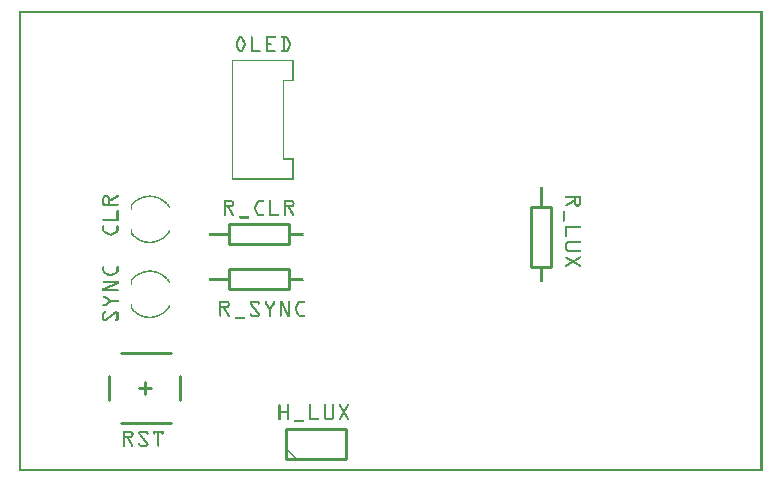
<source format=gto>
G04 MADE WITH FRITZING*
G04 WWW.FRITZING.ORG*
G04 DOUBLE SIDED*
G04 HOLES PLATED*
G04 CONTOUR ON CENTER OF CONTOUR VECTOR*
%ASAXBY*%
%FSLAX23Y23*%
%MOIN*%
%OFA0B0*%
%SFA1.0B1.0*%
%ADD10C,0.010000*%
%ADD11R,0.001000X0.001000*%
%LNSILK1*%
G90*
G70*
G54D10*
X892Y41D02*
X1092Y41D01*
D02*
X1092Y41D02*
X1092Y141D01*
D02*
X1092Y141D02*
X892Y141D01*
D02*
X892Y141D02*
X892Y41D01*
D02*
X1775Y881D02*
X1775Y681D01*
D02*
X1775Y681D02*
X1709Y681D01*
D02*
X1709Y681D02*
X1709Y881D01*
D02*
X1709Y881D02*
X1775Y881D01*
D02*
X701Y824D02*
X901Y824D01*
D02*
X901Y824D02*
X901Y758D01*
D02*
X901Y758D02*
X701Y758D01*
D02*
X701Y758D02*
X701Y824D01*
D02*
X701Y674D02*
X901Y674D01*
D02*
X901Y674D02*
X901Y608D01*
D02*
X901Y608D02*
X701Y608D01*
D02*
X701Y608D02*
X701Y674D01*
D02*
X538Y319D02*
X538Y240D01*
D02*
X341Y397D02*
X508Y397D01*
D02*
X341Y161D02*
X508Y161D01*
D02*
X302Y319D02*
X302Y240D01*
D02*
X420Y299D02*
X420Y260D01*
D02*
X440Y279D02*
X400Y279D01*
G54D11*
X0Y1535D02*
X2479Y1535D01*
X0Y1534D02*
X2479Y1534D01*
X0Y1533D02*
X2479Y1533D01*
X0Y1532D02*
X2479Y1532D01*
X0Y1531D02*
X2479Y1531D01*
X0Y1530D02*
X2479Y1530D01*
X0Y1529D02*
X2479Y1529D01*
X0Y1528D02*
X2479Y1528D01*
X0Y1527D02*
X7Y1527D01*
X2472Y1527D02*
X2479Y1527D01*
X0Y1526D02*
X7Y1526D01*
X2472Y1526D02*
X2479Y1526D01*
X0Y1525D02*
X7Y1525D01*
X2472Y1525D02*
X2479Y1525D01*
X0Y1524D02*
X7Y1524D01*
X2472Y1524D02*
X2479Y1524D01*
X0Y1523D02*
X7Y1523D01*
X2472Y1523D02*
X2479Y1523D01*
X0Y1522D02*
X7Y1522D01*
X2472Y1522D02*
X2479Y1522D01*
X0Y1521D02*
X7Y1521D01*
X2472Y1521D02*
X2479Y1521D01*
X0Y1520D02*
X7Y1520D01*
X2472Y1520D02*
X2479Y1520D01*
X0Y1519D02*
X7Y1519D01*
X2472Y1519D02*
X2479Y1519D01*
X0Y1518D02*
X7Y1518D01*
X2472Y1518D02*
X2479Y1518D01*
X0Y1517D02*
X7Y1517D01*
X2472Y1517D02*
X2479Y1517D01*
X0Y1516D02*
X7Y1516D01*
X2472Y1516D02*
X2479Y1516D01*
X0Y1515D02*
X7Y1515D01*
X2472Y1515D02*
X2479Y1515D01*
X0Y1514D02*
X7Y1514D01*
X2472Y1514D02*
X2479Y1514D01*
X0Y1513D02*
X7Y1513D01*
X2472Y1513D02*
X2479Y1513D01*
X0Y1512D02*
X7Y1512D01*
X2472Y1512D02*
X2479Y1512D01*
X0Y1511D02*
X7Y1511D01*
X2472Y1511D02*
X2479Y1511D01*
X0Y1510D02*
X7Y1510D01*
X2472Y1510D02*
X2479Y1510D01*
X0Y1509D02*
X7Y1509D01*
X2472Y1509D02*
X2479Y1509D01*
X0Y1508D02*
X7Y1508D01*
X2472Y1508D02*
X2479Y1508D01*
X0Y1507D02*
X7Y1507D01*
X2472Y1507D02*
X2479Y1507D01*
X0Y1506D02*
X7Y1506D01*
X2472Y1506D02*
X2479Y1506D01*
X0Y1505D02*
X7Y1505D01*
X2472Y1505D02*
X2479Y1505D01*
X0Y1504D02*
X7Y1504D01*
X2472Y1504D02*
X2479Y1504D01*
X0Y1503D02*
X7Y1503D01*
X2472Y1503D02*
X2479Y1503D01*
X0Y1502D02*
X7Y1502D01*
X2472Y1502D02*
X2479Y1502D01*
X0Y1501D02*
X7Y1501D01*
X2472Y1501D02*
X2479Y1501D01*
X0Y1500D02*
X7Y1500D01*
X2472Y1500D02*
X2479Y1500D01*
X0Y1499D02*
X7Y1499D01*
X2472Y1499D02*
X2479Y1499D01*
X0Y1498D02*
X7Y1498D01*
X2472Y1498D02*
X2479Y1498D01*
X0Y1497D02*
X7Y1497D01*
X2472Y1497D02*
X2479Y1497D01*
X0Y1496D02*
X7Y1496D01*
X2472Y1496D02*
X2479Y1496D01*
X0Y1495D02*
X7Y1495D01*
X2472Y1495D02*
X2479Y1495D01*
X0Y1494D02*
X7Y1494D01*
X2472Y1494D02*
X2479Y1494D01*
X0Y1493D02*
X7Y1493D01*
X2472Y1493D02*
X2479Y1493D01*
X0Y1492D02*
X7Y1492D01*
X2472Y1492D02*
X2479Y1492D01*
X0Y1491D02*
X7Y1491D01*
X2472Y1491D02*
X2479Y1491D01*
X0Y1490D02*
X7Y1490D01*
X2472Y1490D02*
X2479Y1490D01*
X0Y1489D02*
X7Y1489D01*
X2472Y1489D02*
X2479Y1489D01*
X0Y1488D02*
X7Y1488D01*
X2472Y1488D02*
X2479Y1488D01*
X0Y1487D02*
X7Y1487D01*
X2472Y1487D02*
X2479Y1487D01*
X0Y1486D02*
X7Y1486D01*
X2472Y1486D02*
X2479Y1486D01*
X0Y1485D02*
X7Y1485D01*
X2472Y1485D02*
X2479Y1485D01*
X0Y1484D02*
X7Y1484D01*
X2472Y1484D02*
X2479Y1484D01*
X0Y1483D02*
X7Y1483D01*
X2472Y1483D02*
X2479Y1483D01*
X0Y1482D02*
X7Y1482D01*
X2472Y1482D02*
X2479Y1482D01*
X0Y1481D02*
X7Y1481D01*
X2472Y1481D02*
X2479Y1481D01*
X0Y1480D02*
X7Y1480D01*
X2472Y1480D02*
X2479Y1480D01*
X0Y1479D02*
X7Y1479D01*
X2472Y1479D02*
X2479Y1479D01*
X0Y1478D02*
X7Y1478D01*
X2472Y1478D02*
X2479Y1478D01*
X0Y1477D02*
X7Y1477D01*
X2472Y1477D02*
X2479Y1477D01*
X0Y1476D02*
X7Y1476D01*
X2472Y1476D02*
X2479Y1476D01*
X0Y1475D02*
X7Y1475D01*
X2472Y1475D02*
X2479Y1475D01*
X0Y1474D02*
X7Y1474D01*
X2472Y1474D02*
X2479Y1474D01*
X0Y1473D02*
X7Y1473D01*
X2472Y1473D02*
X2479Y1473D01*
X0Y1472D02*
X7Y1472D01*
X2472Y1472D02*
X2479Y1472D01*
X0Y1471D02*
X7Y1471D01*
X2472Y1471D02*
X2479Y1471D01*
X0Y1470D02*
X7Y1470D01*
X2472Y1470D02*
X2479Y1470D01*
X0Y1469D02*
X7Y1469D01*
X2472Y1469D02*
X2479Y1469D01*
X0Y1468D02*
X7Y1468D01*
X2472Y1468D02*
X2479Y1468D01*
X0Y1467D02*
X7Y1467D01*
X2472Y1467D02*
X2479Y1467D01*
X0Y1466D02*
X7Y1466D01*
X2472Y1466D02*
X2479Y1466D01*
X0Y1465D02*
X7Y1465D01*
X2472Y1465D02*
X2479Y1465D01*
X0Y1464D02*
X7Y1464D01*
X2472Y1464D02*
X2479Y1464D01*
X0Y1463D02*
X7Y1463D01*
X2472Y1463D02*
X2479Y1463D01*
X0Y1462D02*
X7Y1462D01*
X2472Y1462D02*
X2479Y1462D01*
X0Y1461D02*
X7Y1461D01*
X2472Y1461D02*
X2479Y1461D01*
X0Y1460D02*
X7Y1460D01*
X2472Y1460D02*
X2479Y1460D01*
X0Y1459D02*
X7Y1459D01*
X2472Y1459D02*
X2479Y1459D01*
X0Y1458D02*
X7Y1458D01*
X2472Y1458D02*
X2479Y1458D01*
X0Y1457D02*
X7Y1457D01*
X2472Y1457D02*
X2479Y1457D01*
X0Y1456D02*
X7Y1456D01*
X2472Y1456D02*
X2479Y1456D01*
X0Y1455D02*
X7Y1455D01*
X2472Y1455D02*
X2479Y1455D01*
X0Y1454D02*
X7Y1454D01*
X2472Y1454D02*
X2479Y1454D01*
X0Y1453D02*
X7Y1453D01*
X2472Y1453D02*
X2479Y1453D01*
X0Y1452D02*
X7Y1452D01*
X2472Y1452D02*
X2479Y1452D01*
X0Y1451D02*
X7Y1451D01*
X738Y1451D02*
X741Y1451D01*
X775Y1451D02*
X777Y1451D01*
X823Y1451D02*
X855Y1451D01*
X875Y1451D02*
X891Y1451D01*
X2472Y1451D02*
X2479Y1451D01*
X0Y1450D02*
X7Y1450D01*
X735Y1450D02*
X744Y1450D01*
X774Y1450D02*
X778Y1450D01*
X823Y1450D02*
X856Y1450D01*
X874Y1450D02*
X894Y1450D01*
X2472Y1450D02*
X2479Y1450D01*
X0Y1449D02*
X7Y1449D01*
X734Y1449D02*
X745Y1449D01*
X773Y1449D02*
X779Y1449D01*
X823Y1449D02*
X856Y1449D01*
X874Y1449D02*
X895Y1449D01*
X2472Y1449D02*
X2479Y1449D01*
X0Y1448D02*
X7Y1448D01*
X733Y1448D02*
X746Y1448D01*
X773Y1448D02*
X779Y1448D01*
X823Y1448D02*
X857Y1448D01*
X873Y1448D02*
X896Y1448D01*
X2472Y1448D02*
X2479Y1448D01*
X0Y1447D02*
X7Y1447D01*
X732Y1447D02*
X747Y1447D01*
X773Y1447D02*
X779Y1447D01*
X823Y1447D02*
X857Y1447D01*
X873Y1447D02*
X897Y1447D01*
X2472Y1447D02*
X2479Y1447D01*
X0Y1446D02*
X7Y1446D01*
X732Y1446D02*
X747Y1446D01*
X773Y1446D02*
X779Y1446D01*
X823Y1446D02*
X856Y1446D01*
X874Y1446D02*
X898Y1446D01*
X2472Y1446D02*
X2479Y1446D01*
X0Y1445D02*
X7Y1445D01*
X731Y1445D02*
X748Y1445D01*
X773Y1445D02*
X779Y1445D01*
X823Y1445D02*
X855Y1445D01*
X875Y1445D02*
X898Y1445D01*
X2472Y1445D02*
X2479Y1445D01*
X0Y1444D02*
X7Y1444D01*
X731Y1444D02*
X738Y1444D01*
X741Y1444D02*
X748Y1444D01*
X773Y1444D02*
X779Y1444D01*
X823Y1444D02*
X829Y1444D01*
X880Y1444D02*
X886Y1444D01*
X891Y1444D02*
X899Y1444D01*
X2472Y1444D02*
X2479Y1444D01*
X0Y1443D02*
X7Y1443D01*
X730Y1443D02*
X737Y1443D01*
X742Y1443D02*
X749Y1443D01*
X773Y1443D02*
X779Y1443D01*
X823Y1443D02*
X829Y1443D01*
X880Y1443D02*
X886Y1443D01*
X892Y1443D02*
X899Y1443D01*
X2472Y1443D02*
X2479Y1443D01*
X0Y1442D02*
X7Y1442D01*
X730Y1442D02*
X737Y1442D01*
X742Y1442D02*
X749Y1442D01*
X773Y1442D02*
X779Y1442D01*
X823Y1442D02*
X829Y1442D01*
X880Y1442D02*
X886Y1442D01*
X893Y1442D02*
X900Y1442D01*
X2472Y1442D02*
X2479Y1442D01*
X0Y1441D02*
X7Y1441D01*
X729Y1441D02*
X736Y1441D01*
X743Y1441D02*
X750Y1441D01*
X773Y1441D02*
X779Y1441D01*
X823Y1441D02*
X829Y1441D01*
X880Y1441D02*
X886Y1441D01*
X893Y1441D02*
X900Y1441D01*
X2472Y1441D02*
X2479Y1441D01*
X0Y1440D02*
X7Y1440D01*
X729Y1440D02*
X736Y1440D01*
X743Y1440D02*
X750Y1440D01*
X773Y1440D02*
X779Y1440D01*
X823Y1440D02*
X829Y1440D01*
X880Y1440D02*
X886Y1440D01*
X894Y1440D02*
X901Y1440D01*
X2472Y1440D02*
X2479Y1440D01*
X0Y1439D02*
X7Y1439D01*
X728Y1439D02*
X735Y1439D01*
X744Y1439D02*
X751Y1439D01*
X773Y1439D02*
X779Y1439D01*
X823Y1439D02*
X829Y1439D01*
X880Y1439D02*
X886Y1439D01*
X894Y1439D02*
X901Y1439D01*
X2472Y1439D02*
X2479Y1439D01*
X0Y1438D02*
X7Y1438D01*
X728Y1438D02*
X735Y1438D01*
X744Y1438D02*
X751Y1438D01*
X773Y1438D02*
X779Y1438D01*
X823Y1438D02*
X829Y1438D01*
X880Y1438D02*
X886Y1438D01*
X895Y1438D02*
X902Y1438D01*
X2472Y1438D02*
X2479Y1438D01*
X0Y1437D02*
X7Y1437D01*
X727Y1437D02*
X734Y1437D01*
X745Y1437D02*
X752Y1437D01*
X773Y1437D02*
X779Y1437D01*
X823Y1437D02*
X829Y1437D01*
X880Y1437D02*
X886Y1437D01*
X895Y1437D02*
X902Y1437D01*
X2472Y1437D02*
X2479Y1437D01*
X0Y1436D02*
X7Y1436D01*
X727Y1436D02*
X734Y1436D01*
X745Y1436D02*
X752Y1436D01*
X773Y1436D02*
X779Y1436D01*
X823Y1436D02*
X829Y1436D01*
X880Y1436D02*
X886Y1436D01*
X896Y1436D02*
X903Y1436D01*
X2472Y1436D02*
X2479Y1436D01*
X0Y1435D02*
X7Y1435D01*
X726Y1435D02*
X733Y1435D01*
X746Y1435D02*
X753Y1435D01*
X773Y1435D02*
X779Y1435D01*
X823Y1435D02*
X829Y1435D01*
X880Y1435D02*
X886Y1435D01*
X897Y1435D02*
X903Y1435D01*
X2472Y1435D02*
X2479Y1435D01*
X0Y1434D02*
X7Y1434D01*
X726Y1434D02*
X733Y1434D01*
X746Y1434D02*
X753Y1434D01*
X773Y1434D02*
X779Y1434D01*
X823Y1434D02*
X829Y1434D01*
X880Y1434D02*
X886Y1434D01*
X897Y1434D02*
X904Y1434D01*
X2472Y1434D02*
X2479Y1434D01*
X0Y1433D02*
X7Y1433D01*
X725Y1433D02*
X732Y1433D01*
X747Y1433D02*
X754Y1433D01*
X773Y1433D02*
X779Y1433D01*
X823Y1433D02*
X829Y1433D01*
X880Y1433D02*
X886Y1433D01*
X898Y1433D02*
X904Y1433D01*
X2472Y1433D02*
X2479Y1433D01*
X0Y1432D02*
X7Y1432D01*
X725Y1432D02*
X732Y1432D01*
X747Y1432D02*
X754Y1432D01*
X773Y1432D02*
X779Y1432D01*
X823Y1432D02*
X829Y1432D01*
X880Y1432D02*
X886Y1432D01*
X898Y1432D02*
X905Y1432D01*
X2472Y1432D02*
X2479Y1432D01*
X0Y1431D02*
X7Y1431D01*
X724Y1431D02*
X731Y1431D01*
X748Y1431D02*
X755Y1431D01*
X773Y1431D02*
X779Y1431D01*
X823Y1431D02*
X829Y1431D01*
X880Y1431D02*
X886Y1431D01*
X899Y1431D02*
X905Y1431D01*
X2472Y1431D02*
X2479Y1431D01*
X0Y1430D02*
X7Y1430D01*
X724Y1430D02*
X731Y1430D01*
X748Y1430D02*
X755Y1430D01*
X773Y1430D02*
X779Y1430D01*
X823Y1430D02*
X829Y1430D01*
X880Y1430D02*
X886Y1430D01*
X899Y1430D02*
X906Y1430D01*
X2472Y1430D02*
X2479Y1430D01*
X0Y1429D02*
X7Y1429D01*
X724Y1429D02*
X730Y1429D01*
X749Y1429D02*
X755Y1429D01*
X773Y1429D02*
X779Y1429D01*
X823Y1429D02*
X829Y1429D01*
X880Y1429D02*
X886Y1429D01*
X900Y1429D02*
X906Y1429D01*
X2472Y1429D02*
X2479Y1429D01*
X0Y1428D02*
X7Y1428D01*
X723Y1428D02*
X730Y1428D01*
X749Y1428D02*
X756Y1428D01*
X773Y1428D02*
X779Y1428D01*
X823Y1428D02*
X829Y1428D01*
X880Y1428D02*
X886Y1428D01*
X900Y1428D02*
X906Y1428D01*
X2472Y1428D02*
X2479Y1428D01*
X0Y1427D02*
X7Y1427D01*
X723Y1427D02*
X729Y1427D01*
X750Y1427D02*
X756Y1427D01*
X773Y1427D02*
X779Y1427D01*
X823Y1427D02*
X841Y1427D01*
X880Y1427D02*
X886Y1427D01*
X900Y1427D02*
X907Y1427D01*
X2472Y1427D02*
X2479Y1427D01*
X0Y1426D02*
X7Y1426D01*
X723Y1426D02*
X729Y1426D01*
X750Y1426D02*
X756Y1426D01*
X773Y1426D02*
X779Y1426D01*
X823Y1426D02*
X842Y1426D01*
X880Y1426D02*
X886Y1426D01*
X901Y1426D02*
X907Y1426D01*
X2472Y1426D02*
X2479Y1426D01*
X0Y1425D02*
X7Y1425D01*
X723Y1425D02*
X729Y1425D01*
X750Y1425D02*
X756Y1425D01*
X773Y1425D02*
X779Y1425D01*
X823Y1425D02*
X843Y1425D01*
X880Y1425D02*
X886Y1425D01*
X901Y1425D02*
X907Y1425D01*
X2472Y1425D02*
X2479Y1425D01*
X0Y1424D02*
X7Y1424D01*
X723Y1424D02*
X729Y1424D01*
X750Y1424D02*
X756Y1424D01*
X773Y1424D02*
X779Y1424D01*
X823Y1424D02*
X843Y1424D01*
X880Y1424D02*
X886Y1424D01*
X901Y1424D02*
X907Y1424D01*
X2472Y1424D02*
X2479Y1424D01*
X0Y1423D02*
X7Y1423D01*
X723Y1423D02*
X729Y1423D01*
X750Y1423D02*
X756Y1423D01*
X773Y1423D02*
X779Y1423D01*
X823Y1423D02*
X843Y1423D01*
X880Y1423D02*
X886Y1423D01*
X901Y1423D02*
X907Y1423D01*
X2472Y1423D02*
X2479Y1423D01*
X0Y1422D02*
X7Y1422D01*
X723Y1422D02*
X729Y1422D01*
X750Y1422D02*
X756Y1422D01*
X773Y1422D02*
X779Y1422D01*
X823Y1422D02*
X842Y1422D01*
X880Y1422D02*
X886Y1422D01*
X901Y1422D02*
X907Y1422D01*
X2472Y1422D02*
X2479Y1422D01*
X0Y1421D02*
X7Y1421D01*
X723Y1421D02*
X729Y1421D01*
X750Y1421D02*
X756Y1421D01*
X773Y1421D02*
X779Y1421D01*
X823Y1421D02*
X841Y1421D01*
X880Y1421D02*
X886Y1421D01*
X900Y1421D02*
X907Y1421D01*
X2472Y1421D02*
X2479Y1421D01*
X0Y1420D02*
X7Y1420D01*
X723Y1420D02*
X730Y1420D01*
X749Y1420D02*
X756Y1420D01*
X773Y1420D02*
X779Y1420D01*
X823Y1420D02*
X829Y1420D01*
X880Y1420D02*
X886Y1420D01*
X900Y1420D02*
X906Y1420D01*
X2472Y1420D02*
X2479Y1420D01*
X0Y1419D02*
X7Y1419D01*
X724Y1419D02*
X730Y1419D01*
X749Y1419D02*
X755Y1419D01*
X773Y1419D02*
X779Y1419D01*
X823Y1419D02*
X829Y1419D01*
X880Y1419D02*
X886Y1419D01*
X899Y1419D02*
X906Y1419D01*
X2472Y1419D02*
X2479Y1419D01*
X0Y1418D02*
X7Y1418D01*
X724Y1418D02*
X731Y1418D01*
X748Y1418D02*
X755Y1418D01*
X773Y1418D02*
X779Y1418D01*
X823Y1418D02*
X829Y1418D01*
X880Y1418D02*
X886Y1418D01*
X899Y1418D02*
X906Y1418D01*
X2472Y1418D02*
X2479Y1418D01*
X0Y1417D02*
X7Y1417D01*
X724Y1417D02*
X731Y1417D01*
X748Y1417D02*
X755Y1417D01*
X773Y1417D02*
X779Y1417D01*
X823Y1417D02*
X829Y1417D01*
X880Y1417D02*
X886Y1417D01*
X898Y1417D02*
X905Y1417D01*
X2472Y1417D02*
X2479Y1417D01*
X0Y1416D02*
X7Y1416D01*
X725Y1416D02*
X732Y1416D01*
X747Y1416D02*
X754Y1416D01*
X773Y1416D02*
X779Y1416D01*
X823Y1416D02*
X829Y1416D01*
X880Y1416D02*
X886Y1416D01*
X898Y1416D02*
X905Y1416D01*
X2472Y1416D02*
X2479Y1416D01*
X0Y1415D02*
X7Y1415D01*
X725Y1415D02*
X732Y1415D01*
X747Y1415D02*
X754Y1415D01*
X773Y1415D02*
X779Y1415D01*
X823Y1415D02*
X829Y1415D01*
X880Y1415D02*
X886Y1415D01*
X897Y1415D02*
X904Y1415D01*
X2472Y1415D02*
X2479Y1415D01*
X0Y1414D02*
X7Y1414D01*
X726Y1414D02*
X733Y1414D01*
X746Y1414D02*
X753Y1414D01*
X773Y1414D02*
X779Y1414D01*
X823Y1414D02*
X829Y1414D01*
X880Y1414D02*
X886Y1414D01*
X897Y1414D02*
X904Y1414D01*
X2472Y1414D02*
X2479Y1414D01*
X0Y1413D02*
X7Y1413D01*
X726Y1413D02*
X733Y1413D01*
X746Y1413D02*
X753Y1413D01*
X773Y1413D02*
X779Y1413D01*
X823Y1413D02*
X829Y1413D01*
X880Y1413D02*
X886Y1413D01*
X896Y1413D02*
X903Y1413D01*
X2472Y1413D02*
X2479Y1413D01*
X0Y1412D02*
X7Y1412D01*
X727Y1412D02*
X734Y1412D01*
X745Y1412D02*
X752Y1412D01*
X773Y1412D02*
X779Y1412D01*
X823Y1412D02*
X829Y1412D01*
X880Y1412D02*
X886Y1412D01*
X896Y1412D02*
X903Y1412D01*
X2472Y1412D02*
X2479Y1412D01*
X0Y1411D02*
X7Y1411D01*
X727Y1411D02*
X734Y1411D01*
X745Y1411D02*
X752Y1411D01*
X773Y1411D02*
X779Y1411D01*
X823Y1411D02*
X829Y1411D01*
X880Y1411D02*
X886Y1411D01*
X895Y1411D02*
X902Y1411D01*
X2472Y1411D02*
X2479Y1411D01*
X0Y1410D02*
X7Y1410D01*
X728Y1410D02*
X735Y1410D01*
X744Y1410D02*
X751Y1410D01*
X773Y1410D02*
X779Y1410D01*
X823Y1410D02*
X829Y1410D01*
X880Y1410D02*
X886Y1410D01*
X895Y1410D02*
X902Y1410D01*
X2472Y1410D02*
X2479Y1410D01*
X0Y1409D02*
X7Y1409D01*
X728Y1409D02*
X735Y1409D01*
X744Y1409D02*
X751Y1409D01*
X773Y1409D02*
X779Y1409D01*
X823Y1409D02*
X829Y1409D01*
X880Y1409D02*
X886Y1409D01*
X894Y1409D02*
X901Y1409D01*
X2472Y1409D02*
X2479Y1409D01*
X0Y1408D02*
X7Y1408D01*
X729Y1408D02*
X736Y1408D01*
X743Y1408D02*
X750Y1408D01*
X773Y1408D02*
X779Y1408D01*
X823Y1408D02*
X829Y1408D01*
X880Y1408D02*
X886Y1408D01*
X894Y1408D02*
X901Y1408D01*
X2472Y1408D02*
X2479Y1408D01*
X0Y1407D02*
X7Y1407D01*
X729Y1407D02*
X736Y1407D01*
X743Y1407D02*
X750Y1407D01*
X773Y1407D02*
X779Y1407D01*
X823Y1407D02*
X829Y1407D01*
X880Y1407D02*
X886Y1407D01*
X893Y1407D02*
X900Y1407D01*
X2472Y1407D02*
X2479Y1407D01*
X0Y1406D02*
X7Y1406D01*
X730Y1406D02*
X737Y1406D01*
X742Y1406D02*
X749Y1406D01*
X773Y1406D02*
X779Y1406D01*
X823Y1406D02*
X829Y1406D01*
X880Y1406D02*
X886Y1406D01*
X893Y1406D02*
X900Y1406D01*
X2472Y1406D02*
X2479Y1406D01*
X0Y1405D02*
X7Y1405D01*
X730Y1405D02*
X737Y1405D01*
X742Y1405D02*
X749Y1405D01*
X773Y1405D02*
X779Y1405D01*
X823Y1405D02*
X829Y1405D01*
X880Y1405D02*
X886Y1405D01*
X892Y1405D02*
X899Y1405D01*
X2472Y1405D02*
X2479Y1405D01*
X0Y1404D02*
X7Y1404D01*
X731Y1404D02*
X748Y1404D01*
X773Y1404D02*
X804Y1404D01*
X823Y1404D02*
X854Y1404D01*
X876Y1404D02*
X899Y1404D01*
X2472Y1404D02*
X2479Y1404D01*
X0Y1403D02*
X7Y1403D01*
X731Y1403D02*
X748Y1403D01*
X773Y1403D02*
X806Y1403D01*
X823Y1403D02*
X856Y1403D01*
X874Y1403D02*
X898Y1403D01*
X2472Y1403D02*
X2479Y1403D01*
X0Y1402D02*
X7Y1402D01*
X732Y1402D02*
X747Y1402D01*
X773Y1402D02*
X806Y1402D01*
X823Y1402D02*
X856Y1402D01*
X874Y1402D02*
X898Y1402D01*
X2472Y1402D02*
X2479Y1402D01*
X0Y1401D02*
X7Y1401D01*
X733Y1401D02*
X746Y1401D01*
X773Y1401D02*
X806Y1401D01*
X823Y1401D02*
X857Y1401D01*
X873Y1401D02*
X897Y1401D01*
X2472Y1401D02*
X2479Y1401D01*
X0Y1400D02*
X7Y1400D01*
X733Y1400D02*
X746Y1400D01*
X773Y1400D02*
X806Y1400D01*
X823Y1400D02*
X857Y1400D01*
X873Y1400D02*
X896Y1400D01*
X2472Y1400D02*
X2479Y1400D01*
X0Y1399D02*
X7Y1399D01*
X735Y1399D02*
X744Y1399D01*
X773Y1399D02*
X806Y1399D01*
X823Y1399D02*
X856Y1399D01*
X874Y1399D02*
X895Y1399D01*
X2472Y1399D02*
X2479Y1399D01*
X0Y1398D02*
X7Y1398D01*
X736Y1398D02*
X743Y1398D01*
X773Y1398D02*
X805Y1398D01*
X823Y1398D02*
X855Y1398D01*
X875Y1398D02*
X893Y1398D01*
X2472Y1398D02*
X2479Y1398D01*
X0Y1397D02*
X7Y1397D01*
X2472Y1397D02*
X2479Y1397D01*
X0Y1396D02*
X7Y1396D01*
X2472Y1396D02*
X2479Y1396D01*
X0Y1395D02*
X7Y1395D01*
X2472Y1395D02*
X2479Y1395D01*
X0Y1394D02*
X7Y1394D01*
X2472Y1394D02*
X2479Y1394D01*
X0Y1393D02*
X7Y1393D01*
X2472Y1393D02*
X2479Y1393D01*
X0Y1392D02*
X7Y1392D01*
X2472Y1392D02*
X2479Y1392D01*
X0Y1391D02*
X7Y1391D01*
X2472Y1391D02*
X2479Y1391D01*
X0Y1390D02*
X7Y1390D01*
X2472Y1390D02*
X2479Y1390D01*
X0Y1389D02*
X7Y1389D01*
X2472Y1389D02*
X2479Y1389D01*
X0Y1388D02*
X7Y1388D01*
X2472Y1388D02*
X2479Y1388D01*
X0Y1387D02*
X7Y1387D01*
X2472Y1387D02*
X2479Y1387D01*
X0Y1386D02*
X7Y1386D01*
X2472Y1386D02*
X2479Y1386D01*
X0Y1385D02*
X7Y1385D01*
X2472Y1385D02*
X2479Y1385D01*
X0Y1384D02*
X7Y1384D01*
X2472Y1384D02*
X2479Y1384D01*
X0Y1383D02*
X7Y1383D01*
X2472Y1383D02*
X2479Y1383D01*
X0Y1382D02*
X7Y1382D01*
X2472Y1382D02*
X2479Y1382D01*
X0Y1381D02*
X7Y1381D01*
X2472Y1381D02*
X2479Y1381D01*
X0Y1380D02*
X7Y1380D01*
X2472Y1380D02*
X2479Y1380D01*
X0Y1379D02*
X7Y1379D01*
X2472Y1379D02*
X2479Y1379D01*
X0Y1378D02*
X7Y1378D01*
X2472Y1378D02*
X2479Y1378D01*
X0Y1377D02*
X7Y1377D01*
X2472Y1377D02*
X2479Y1377D01*
X0Y1376D02*
X7Y1376D01*
X2472Y1376D02*
X2479Y1376D01*
X0Y1375D02*
X7Y1375D01*
X2472Y1375D02*
X2479Y1375D01*
X0Y1374D02*
X7Y1374D01*
X2472Y1374D02*
X2479Y1374D01*
X0Y1373D02*
X7Y1373D01*
X711Y1373D02*
X913Y1373D01*
X2472Y1373D02*
X2479Y1373D01*
X0Y1372D02*
X7Y1372D01*
X711Y1372D02*
X913Y1372D01*
X2472Y1372D02*
X2479Y1372D01*
X0Y1371D02*
X7Y1371D01*
X711Y1371D02*
X916Y1371D01*
X2472Y1371D02*
X2479Y1371D01*
X0Y1370D02*
X7Y1370D01*
X711Y1370D02*
X916Y1370D01*
X2472Y1370D02*
X2479Y1370D01*
X0Y1369D02*
X7Y1369D01*
X711Y1369D02*
X916Y1369D01*
X2472Y1369D02*
X2479Y1369D01*
X0Y1368D02*
X7Y1368D01*
X711Y1368D02*
X715Y1368D01*
X912Y1368D02*
X916Y1368D01*
X2472Y1368D02*
X2479Y1368D01*
X0Y1367D02*
X7Y1367D01*
X711Y1367D02*
X715Y1367D01*
X912Y1367D02*
X916Y1367D01*
X2472Y1367D02*
X2479Y1367D01*
X0Y1366D02*
X7Y1366D01*
X711Y1366D02*
X715Y1366D01*
X912Y1366D02*
X916Y1366D01*
X2472Y1366D02*
X2479Y1366D01*
X0Y1365D02*
X7Y1365D01*
X711Y1365D02*
X715Y1365D01*
X912Y1365D02*
X916Y1365D01*
X2472Y1365D02*
X2479Y1365D01*
X0Y1364D02*
X7Y1364D01*
X711Y1364D02*
X715Y1364D01*
X912Y1364D02*
X916Y1364D01*
X2472Y1364D02*
X2479Y1364D01*
X0Y1363D02*
X7Y1363D01*
X711Y1363D02*
X715Y1363D01*
X912Y1363D02*
X916Y1363D01*
X2472Y1363D02*
X2479Y1363D01*
X0Y1362D02*
X7Y1362D01*
X711Y1362D02*
X715Y1362D01*
X912Y1362D02*
X916Y1362D01*
X2472Y1362D02*
X2479Y1362D01*
X0Y1361D02*
X7Y1361D01*
X711Y1361D02*
X715Y1361D01*
X912Y1361D02*
X916Y1361D01*
X2472Y1361D02*
X2479Y1361D01*
X0Y1360D02*
X7Y1360D01*
X711Y1360D02*
X715Y1360D01*
X912Y1360D02*
X916Y1360D01*
X2472Y1360D02*
X2479Y1360D01*
X0Y1359D02*
X7Y1359D01*
X711Y1359D02*
X715Y1359D01*
X912Y1359D02*
X916Y1359D01*
X2472Y1359D02*
X2479Y1359D01*
X0Y1358D02*
X7Y1358D01*
X711Y1358D02*
X715Y1358D01*
X912Y1358D02*
X916Y1358D01*
X2472Y1358D02*
X2479Y1358D01*
X0Y1357D02*
X7Y1357D01*
X711Y1357D02*
X715Y1357D01*
X912Y1357D02*
X916Y1357D01*
X2472Y1357D02*
X2479Y1357D01*
X0Y1356D02*
X7Y1356D01*
X711Y1356D02*
X715Y1356D01*
X912Y1356D02*
X916Y1356D01*
X2472Y1356D02*
X2479Y1356D01*
X0Y1355D02*
X7Y1355D01*
X711Y1355D02*
X715Y1355D01*
X912Y1355D02*
X916Y1355D01*
X2472Y1355D02*
X2479Y1355D01*
X0Y1354D02*
X7Y1354D01*
X711Y1354D02*
X715Y1354D01*
X912Y1354D02*
X916Y1354D01*
X2472Y1354D02*
X2479Y1354D01*
X0Y1353D02*
X7Y1353D01*
X711Y1353D02*
X715Y1353D01*
X912Y1353D02*
X916Y1353D01*
X2472Y1353D02*
X2479Y1353D01*
X0Y1352D02*
X7Y1352D01*
X711Y1352D02*
X715Y1352D01*
X912Y1352D02*
X916Y1352D01*
X2472Y1352D02*
X2479Y1352D01*
X0Y1351D02*
X7Y1351D01*
X711Y1351D02*
X715Y1351D01*
X912Y1351D02*
X916Y1351D01*
X2472Y1351D02*
X2479Y1351D01*
X0Y1350D02*
X7Y1350D01*
X711Y1350D02*
X715Y1350D01*
X912Y1350D02*
X916Y1350D01*
X2472Y1350D02*
X2479Y1350D01*
X0Y1349D02*
X7Y1349D01*
X711Y1349D02*
X715Y1349D01*
X912Y1349D02*
X916Y1349D01*
X2472Y1349D02*
X2479Y1349D01*
X0Y1348D02*
X7Y1348D01*
X711Y1348D02*
X715Y1348D01*
X912Y1348D02*
X916Y1348D01*
X2472Y1348D02*
X2479Y1348D01*
X0Y1347D02*
X7Y1347D01*
X711Y1347D02*
X715Y1347D01*
X912Y1347D02*
X916Y1347D01*
X2472Y1347D02*
X2479Y1347D01*
X0Y1346D02*
X7Y1346D01*
X711Y1346D02*
X715Y1346D01*
X912Y1346D02*
X916Y1346D01*
X2472Y1346D02*
X2479Y1346D01*
X0Y1345D02*
X7Y1345D01*
X711Y1345D02*
X715Y1345D01*
X912Y1345D02*
X916Y1345D01*
X2472Y1345D02*
X2479Y1345D01*
X0Y1344D02*
X7Y1344D01*
X711Y1344D02*
X715Y1344D01*
X912Y1344D02*
X916Y1344D01*
X2472Y1344D02*
X2479Y1344D01*
X0Y1343D02*
X7Y1343D01*
X711Y1343D02*
X715Y1343D01*
X912Y1343D02*
X916Y1343D01*
X2472Y1343D02*
X2479Y1343D01*
X0Y1342D02*
X7Y1342D01*
X711Y1342D02*
X715Y1342D01*
X912Y1342D02*
X916Y1342D01*
X2472Y1342D02*
X2479Y1342D01*
X0Y1341D02*
X7Y1341D01*
X711Y1341D02*
X715Y1341D01*
X912Y1341D02*
X916Y1341D01*
X2472Y1341D02*
X2479Y1341D01*
X0Y1340D02*
X7Y1340D01*
X711Y1340D02*
X715Y1340D01*
X912Y1340D02*
X916Y1340D01*
X2472Y1340D02*
X2479Y1340D01*
X0Y1339D02*
X7Y1339D01*
X711Y1339D02*
X715Y1339D01*
X912Y1339D02*
X916Y1339D01*
X2472Y1339D02*
X2479Y1339D01*
X0Y1338D02*
X7Y1338D01*
X711Y1338D02*
X715Y1338D01*
X912Y1338D02*
X916Y1338D01*
X2472Y1338D02*
X2479Y1338D01*
X0Y1337D02*
X7Y1337D01*
X711Y1337D02*
X715Y1337D01*
X912Y1337D02*
X916Y1337D01*
X2472Y1337D02*
X2479Y1337D01*
X0Y1336D02*
X7Y1336D01*
X711Y1336D02*
X715Y1336D01*
X912Y1336D02*
X916Y1336D01*
X2472Y1336D02*
X2479Y1336D01*
X0Y1335D02*
X7Y1335D01*
X711Y1335D02*
X715Y1335D01*
X912Y1335D02*
X916Y1335D01*
X2472Y1335D02*
X2479Y1335D01*
X0Y1334D02*
X7Y1334D01*
X711Y1334D02*
X715Y1334D01*
X912Y1334D02*
X916Y1334D01*
X2472Y1334D02*
X2479Y1334D01*
X0Y1333D02*
X7Y1333D01*
X711Y1333D02*
X715Y1333D01*
X912Y1333D02*
X916Y1333D01*
X2472Y1333D02*
X2479Y1333D01*
X0Y1332D02*
X7Y1332D01*
X711Y1332D02*
X715Y1332D01*
X912Y1332D02*
X916Y1332D01*
X2472Y1332D02*
X2479Y1332D01*
X0Y1331D02*
X7Y1331D01*
X711Y1331D02*
X715Y1331D01*
X912Y1331D02*
X916Y1331D01*
X2472Y1331D02*
X2479Y1331D01*
X0Y1330D02*
X7Y1330D01*
X711Y1330D02*
X715Y1330D01*
X912Y1330D02*
X916Y1330D01*
X2472Y1330D02*
X2479Y1330D01*
X0Y1329D02*
X7Y1329D01*
X711Y1329D02*
X715Y1329D01*
X912Y1329D02*
X916Y1329D01*
X2472Y1329D02*
X2479Y1329D01*
X0Y1328D02*
X7Y1328D01*
X711Y1328D02*
X715Y1328D01*
X912Y1328D02*
X916Y1328D01*
X2472Y1328D02*
X2479Y1328D01*
X0Y1327D02*
X7Y1327D01*
X711Y1327D02*
X715Y1327D01*
X912Y1327D02*
X916Y1327D01*
X2472Y1327D02*
X2479Y1327D01*
X0Y1326D02*
X7Y1326D01*
X711Y1326D02*
X715Y1326D01*
X912Y1326D02*
X916Y1326D01*
X2472Y1326D02*
X2479Y1326D01*
X0Y1325D02*
X7Y1325D01*
X711Y1325D02*
X715Y1325D01*
X912Y1325D02*
X916Y1325D01*
X2472Y1325D02*
X2479Y1325D01*
X0Y1324D02*
X7Y1324D01*
X711Y1324D02*
X715Y1324D01*
X912Y1324D02*
X916Y1324D01*
X2472Y1324D02*
X2479Y1324D01*
X0Y1323D02*
X7Y1323D01*
X711Y1323D02*
X715Y1323D01*
X912Y1323D02*
X916Y1323D01*
X2472Y1323D02*
X2479Y1323D01*
X0Y1322D02*
X7Y1322D01*
X711Y1322D02*
X715Y1322D01*
X912Y1322D02*
X916Y1322D01*
X2472Y1322D02*
X2479Y1322D01*
X0Y1321D02*
X7Y1321D01*
X711Y1321D02*
X715Y1321D01*
X912Y1321D02*
X916Y1321D01*
X2472Y1321D02*
X2479Y1321D01*
X0Y1320D02*
X7Y1320D01*
X711Y1320D02*
X715Y1320D01*
X912Y1320D02*
X916Y1320D01*
X2472Y1320D02*
X2479Y1320D01*
X0Y1319D02*
X7Y1319D01*
X711Y1319D02*
X715Y1319D01*
X912Y1319D02*
X916Y1319D01*
X2472Y1319D02*
X2479Y1319D01*
X0Y1318D02*
X7Y1318D01*
X711Y1318D02*
X715Y1318D01*
X912Y1318D02*
X916Y1318D01*
X2472Y1318D02*
X2479Y1318D01*
X0Y1317D02*
X7Y1317D01*
X711Y1317D02*
X715Y1317D01*
X912Y1317D02*
X916Y1317D01*
X2472Y1317D02*
X2479Y1317D01*
X0Y1316D02*
X7Y1316D01*
X711Y1316D02*
X715Y1316D01*
X912Y1316D02*
X916Y1316D01*
X2472Y1316D02*
X2479Y1316D01*
X0Y1315D02*
X7Y1315D01*
X711Y1315D02*
X715Y1315D01*
X912Y1315D02*
X916Y1315D01*
X2472Y1315D02*
X2479Y1315D01*
X0Y1314D02*
X7Y1314D01*
X711Y1314D02*
X715Y1314D01*
X912Y1314D02*
X916Y1314D01*
X2472Y1314D02*
X2479Y1314D01*
X0Y1313D02*
X7Y1313D01*
X711Y1313D02*
X715Y1313D01*
X912Y1313D02*
X916Y1313D01*
X2472Y1313D02*
X2479Y1313D01*
X0Y1312D02*
X7Y1312D01*
X711Y1312D02*
X715Y1312D01*
X912Y1312D02*
X916Y1312D01*
X2472Y1312D02*
X2479Y1312D01*
X0Y1311D02*
X7Y1311D01*
X711Y1311D02*
X715Y1311D01*
X912Y1311D02*
X916Y1311D01*
X2472Y1311D02*
X2479Y1311D01*
X0Y1310D02*
X7Y1310D01*
X711Y1310D02*
X715Y1310D01*
X912Y1310D02*
X916Y1310D01*
X2472Y1310D02*
X2479Y1310D01*
X0Y1309D02*
X7Y1309D01*
X711Y1309D02*
X715Y1309D01*
X912Y1309D02*
X916Y1309D01*
X2472Y1309D02*
X2479Y1309D01*
X0Y1308D02*
X7Y1308D01*
X711Y1308D02*
X715Y1308D01*
X912Y1308D02*
X916Y1308D01*
X2472Y1308D02*
X2479Y1308D01*
X0Y1307D02*
X7Y1307D01*
X711Y1307D02*
X715Y1307D01*
X911Y1307D02*
X916Y1307D01*
X2472Y1307D02*
X2479Y1307D01*
X0Y1306D02*
X7Y1306D01*
X711Y1306D02*
X715Y1306D01*
X880Y1306D02*
X916Y1306D01*
X2472Y1306D02*
X2479Y1306D01*
X0Y1305D02*
X7Y1305D01*
X711Y1305D02*
X715Y1305D01*
X880Y1305D02*
X916Y1305D01*
X2472Y1305D02*
X2479Y1305D01*
X0Y1304D02*
X7Y1304D01*
X711Y1304D02*
X715Y1304D01*
X880Y1304D02*
X916Y1304D01*
X2472Y1304D02*
X2479Y1304D01*
X0Y1303D02*
X7Y1303D01*
X711Y1303D02*
X715Y1303D01*
X880Y1303D02*
X916Y1303D01*
X2472Y1303D02*
X2479Y1303D01*
X0Y1302D02*
X7Y1302D01*
X711Y1302D02*
X715Y1302D01*
X880Y1302D02*
X916Y1302D01*
X2472Y1302D02*
X2479Y1302D01*
X0Y1301D02*
X7Y1301D01*
X711Y1301D02*
X715Y1301D01*
X880Y1301D02*
X884Y1301D01*
X2472Y1301D02*
X2479Y1301D01*
X0Y1300D02*
X7Y1300D01*
X711Y1300D02*
X715Y1300D01*
X880Y1300D02*
X884Y1300D01*
X2472Y1300D02*
X2479Y1300D01*
X0Y1299D02*
X7Y1299D01*
X711Y1299D02*
X715Y1299D01*
X880Y1299D02*
X884Y1299D01*
X2472Y1299D02*
X2479Y1299D01*
X0Y1298D02*
X7Y1298D01*
X711Y1298D02*
X715Y1298D01*
X880Y1298D02*
X884Y1298D01*
X2472Y1298D02*
X2479Y1298D01*
X0Y1297D02*
X7Y1297D01*
X711Y1297D02*
X715Y1297D01*
X880Y1297D02*
X884Y1297D01*
X2472Y1297D02*
X2479Y1297D01*
X0Y1296D02*
X7Y1296D01*
X711Y1296D02*
X715Y1296D01*
X880Y1296D02*
X884Y1296D01*
X2472Y1296D02*
X2479Y1296D01*
X0Y1295D02*
X7Y1295D01*
X711Y1295D02*
X715Y1295D01*
X880Y1295D02*
X884Y1295D01*
X2472Y1295D02*
X2479Y1295D01*
X0Y1294D02*
X7Y1294D01*
X711Y1294D02*
X715Y1294D01*
X880Y1294D02*
X884Y1294D01*
X2472Y1294D02*
X2479Y1294D01*
X0Y1293D02*
X7Y1293D01*
X711Y1293D02*
X715Y1293D01*
X880Y1293D02*
X884Y1293D01*
X2472Y1293D02*
X2479Y1293D01*
X0Y1292D02*
X7Y1292D01*
X711Y1292D02*
X715Y1292D01*
X880Y1292D02*
X884Y1292D01*
X2472Y1292D02*
X2479Y1292D01*
X0Y1291D02*
X7Y1291D01*
X711Y1291D02*
X715Y1291D01*
X880Y1291D02*
X884Y1291D01*
X2472Y1291D02*
X2479Y1291D01*
X0Y1290D02*
X7Y1290D01*
X711Y1290D02*
X715Y1290D01*
X880Y1290D02*
X884Y1290D01*
X2472Y1290D02*
X2479Y1290D01*
X0Y1289D02*
X7Y1289D01*
X711Y1289D02*
X715Y1289D01*
X880Y1289D02*
X884Y1289D01*
X2472Y1289D02*
X2479Y1289D01*
X0Y1288D02*
X7Y1288D01*
X711Y1288D02*
X715Y1288D01*
X880Y1288D02*
X884Y1288D01*
X2472Y1288D02*
X2479Y1288D01*
X0Y1287D02*
X7Y1287D01*
X711Y1287D02*
X715Y1287D01*
X880Y1287D02*
X884Y1287D01*
X2472Y1287D02*
X2479Y1287D01*
X0Y1286D02*
X7Y1286D01*
X711Y1286D02*
X715Y1286D01*
X880Y1286D02*
X884Y1286D01*
X2472Y1286D02*
X2479Y1286D01*
X0Y1285D02*
X7Y1285D01*
X711Y1285D02*
X715Y1285D01*
X880Y1285D02*
X884Y1285D01*
X2472Y1285D02*
X2479Y1285D01*
X0Y1284D02*
X7Y1284D01*
X711Y1284D02*
X715Y1284D01*
X880Y1284D02*
X884Y1284D01*
X2472Y1284D02*
X2479Y1284D01*
X0Y1283D02*
X7Y1283D01*
X711Y1283D02*
X715Y1283D01*
X880Y1283D02*
X884Y1283D01*
X2472Y1283D02*
X2479Y1283D01*
X0Y1282D02*
X7Y1282D01*
X711Y1282D02*
X715Y1282D01*
X880Y1282D02*
X884Y1282D01*
X2472Y1282D02*
X2479Y1282D01*
X0Y1281D02*
X7Y1281D01*
X711Y1281D02*
X715Y1281D01*
X880Y1281D02*
X884Y1281D01*
X2472Y1281D02*
X2479Y1281D01*
X0Y1280D02*
X7Y1280D01*
X711Y1280D02*
X715Y1280D01*
X880Y1280D02*
X884Y1280D01*
X2472Y1280D02*
X2479Y1280D01*
X0Y1279D02*
X7Y1279D01*
X711Y1279D02*
X715Y1279D01*
X880Y1279D02*
X884Y1279D01*
X2472Y1279D02*
X2479Y1279D01*
X0Y1278D02*
X7Y1278D01*
X711Y1278D02*
X715Y1278D01*
X880Y1278D02*
X884Y1278D01*
X2472Y1278D02*
X2479Y1278D01*
X0Y1277D02*
X7Y1277D01*
X711Y1277D02*
X715Y1277D01*
X880Y1277D02*
X884Y1277D01*
X2472Y1277D02*
X2479Y1277D01*
X0Y1276D02*
X7Y1276D01*
X711Y1276D02*
X715Y1276D01*
X880Y1276D02*
X884Y1276D01*
X2472Y1276D02*
X2479Y1276D01*
X0Y1275D02*
X7Y1275D01*
X711Y1275D02*
X715Y1275D01*
X880Y1275D02*
X884Y1275D01*
X2472Y1275D02*
X2479Y1275D01*
X0Y1274D02*
X7Y1274D01*
X711Y1274D02*
X715Y1274D01*
X880Y1274D02*
X884Y1274D01*
X2472Y1274D02*
X2479Y1274D01*
X0Y1273D02*
X7Y1273D01*
X711Y1273D02*
X715Y1273D01*
X880Y1273D02*
X884Y1273D01*
X2472Y1273D02*
X2479Y1273D01*
X0Y1272D02*
X7Y1272D01*
X711Y1272D02*
X715Y1272D01*
X880Y1272D02*
X884Y1272D01*
X2472Y1272D02*
X2479Y1272D01*
X0Y1271D02*
X7Y1271D01*
X711Y1271D02*
X715Y1271D01*
X880Y1271D02*
X884Y1271D01*
X2472Y1271D02*
X2479Y1271D01*
X0Y1270D02*
X7Y1270D01*
X711Y1270D02*
X715Y1270D01*
X880Y1270D02*
X884Y1270D01*
X2472Y1270D02*
X2479Y1270D01*
X0Y1269D02*
X7Y1269D01*
X711Y1269D02*
X715Y1269D01*
X880Y1269D02*
X884Y1269D01*
X2472Y1269D02*
X2479Y1269D01*
X0Y1268D02*
X7Y1268D01*
X711Y1268D02*
X715Y1268D01*
X880Y1268D02*
X884Y1268D01*
X2472Y1268D02*
X2479Y1268D01*
X0Y1267D02*
X7Y1267D01*
X711Y1267D02*
X715Y1267D01*
X880Y1267D02*
X884Y1267D01*
X2472Y1267D02*
X2479Y1267D01*
X0Y1266D02*
X7Y1266D01*
X711Y1266D02*
X715Y1266D01*
X880Y1266D02*
X884Y1266D01*
X2472Y1266D02*
X2479Y1266D01*
X0Y1265D02*
X7Y1265D01*
X711Y1265D02*
X715Y1265D01*
X880Y1265D02*
X884Y1265D01*
X2472Y1265D02*
X2479Y1265D01*
X0Y1264D02*
X7Y1264D01*
X711Y1264D02*
X715Y1264D01*
X880Y1264D02*
X884Y1264D01*
X2472Y1264D02*
X2479Y1264D01*
X0Y1263D02*
X7Y1263D01*
X711Y1263D02*
X715Y1263D01*
X880Y1263D02*
X884Y1263D01*
X2472Y1263D02*
X2479Y1263D01*
X0Y1262D02*
X7Y1262D01*
X711Y1262D02*
X715Y1262D01*
X880Y1262D02*
X884Y1262D01*
X2472Y1262D02*
X2479Y1262D01*
X0Y1261D02*
X7Y1261D01*
X711Y1261D02*
X715Y1261D01*
X880Y1261D02*
X884Y1261D01*
X2472Y1261D02*
X2479Y1261D01*
X0Y1260D02*
X7Y1260D01*
X711Y1260D02*
X715Y1260D01*
X880Y1260D02*
X884Y1260D01*
X2472Y1260D02*
X2479Y1260D01*
X0Y1259D02*
X7Y1259D01*
X711Y1259D02*
X715Y1259D01*
X880Y1259D02*
X884Y1259D01*
X2472Y1259D02*
X2479Y1259D01*
X0Y1258D02*
X7Y1258D01*
X711Y1258D02*
X715Y1258D01*
X880Y1258D02*
X884Y1258D01*
X2472Y1258D02*
X2479Y1258D01*
X0Y1257D02*
X7Y1257D01*
X711Y1257D02*
X715Y1257D01*
X880Y1257D02*
X884Y1257D01*
X2472Y1257D02*
X2479Y1257D01*
X0Y1256D02*
X7Y1256D01*
X711Y1256D02*
X715Y1256D01*
X880Y1256D02*
X884Y1256D01*
X2472Y1256D02*
X2479Y1256D01*
X0Y1255D02*
X7Y1255D01*
X711Y1255D02*
X715Y1255D01*
X880Y1255D02*
X884Y1255D01*
X2472Y1255D02*
X2479Y1255D01*
X0Y1254D02*
X7Y1254D01*
X711Y1254D02*
X715Y1254D01*
X880Y1254D02*
X884Y1254D01*
X2472Y1254D02*
X2479Y1254D01*
X0Y1253D02*
X7Y1253D01*
X711Y1253D02*
X715Y1253D01*
X880Y1253D02*
X884Y1253D01*
X2472Y1253D02*
X2479Y1253D01*
X0Y1252D02*
X7Y1252D01*
X711Y1252D02*
X715Y1252D01*
X880Y1252D02*
X884Y1252D01*
X2472Y1252D02*
X2479Y1252D01*
X0Y1251D02*
X7Y1251D01*
X711Y1251D02*
X715Y1251D01*
X880Y1251D02*
X884Y1251D01*
X2472Y1251D02*
X2479Y1251D01*
X0Y1250D02*
X7Y1250D01*
X711Y1250D02*
X715Y1250D01*
X880Y1250D02*
X884Y1250D01*
X2472Y1250D02*
X2479Y1250D01*
X0Y1249D02*
X7Y1249D01*
X711Y1249D02*
X715Y1249D01*
X880Y1249D02*
X884Y1249D01*
X2472Y1249D02*
X2479Y1249D01*
X0Y1248D02*
X7Y1248D01*
X711Y1248D02*
X715Y1248D01*
X880Y1248D02*
X884Y1248D01*
X2472Y1248D02*
X2479Y1248D01*
X0Y1247D02*
X7Y1247D01*
X711Y1247D02*
X715Y1247D01*
X880Y1247D02*
X884Y1247D01*
X2472Y1247D02*
X2479Y1247D01*
X0Y1246D02*
X7Y1246D01*
X711Y1246D02*
X715Y1246D01*
X880Y1246D02*
X884Y1246D01*
X2472Y1246D02*
X2479Y1246D01*
X0Y1245D02*
X7Y1245D01*
X711Y1245D02*
X715Y1245D01*
X880Y1245D02*
X884Y1245D01*
X2472Y1245D02*
X2479Y1245D01*
X0Y1244D02*
X7Y1244D01*
X711Y1244D02*
X715Y1244D01*
X880Y1244D02*
X884Y1244D01*
X2472Y1244D02*
X2479Y1244D01*
X0Y1243D02*
X7Y1243D01*
X711Y1243D02*
X715Y1243D01*
X880Y1243D02*
X884Y1243D01*
X2472Y1243D02*
X2479Y1243D01*
X0Y1242D02*
X7Y1242D01*
X711Y1242D02*
X715Y1242D01*
X880Y1242D02*
X884Y1242D01*
X2472Y1242D02*
X2479Y1242D01*
X0Y1241D02*
X7Y1241D01*
X711Y1241D02*
X715Y1241D01*
X880Y1241D02*
X884Y1241D01*
X2472Y1241D02*
X2479Y1241D01*
X0Y1240D02*
X7Y1240D01*
X711Y1240D02*
X715Y1240D01*
X880Y1240D02*
X884Y1240D01*
X2472Y1240D02*
X2479Y1240D01*
X0Y1239D02*
X7Y1239D01*
X711Y1239D02*
X715Y1239D01*
X880Y1239D02*
X884Y1239D01*
X2472Y1239D02*
X2479Y1239D01*
X0Y1238D02*
X7Y1238D01*
X711Y1238D02*
X715Y1238D01*
X880Y1238D02*
X884Y1238D01*
X2472Y1238D02*
X2479Y1238D01*
X0Y1237D02*
X7Y1237D01*
X711Y1237D02*
X715Y1237D01*
X880Y1237D02*
X884Y1237D01*
X2472Y1237D02*
X2479Y1237D01*
X0Y1236D02*
X7Y1236D01*
X711Y1236D02*
X715Y1236D01*
X880Y1236D02*
X884Y1236D01*
X2472Y1236D02*
X2479Y1236D01*
X0Y1235D02*
X7Y1235D01*
X711Y1235D02*
X715Y1235D01*
X880Y1235D02*
X884Y1235D01*
X2472Y1235D02*
X2479Y1235D01*
X0Y1234D02*
X7Y1234D01*
X711Y1234D02*
X715Y1234D01*
X880Y1234D02*
X884Y1234D01*
X2472Y1234D02*
X2479Y1234D01*
X0Y1233D02*
X7Y1233D01*
X711Y1233D02*
X715Y1233D01*
X880Y1233D02*
X884Y1233D01*
X2472Y1233D02*
X2479Y1233D01*
X0Y1232D02*
X7Y1232D01*
X711Y1232D02*
X715Y1232D01*
X880Y1232D02*
X884Y1232D01*
X2472Y1232D02*
X2479Y1232D01*
X0Y1231D02*
X7Y1231D01*
X711Y1231D02*
X715Y1231D01*
X880Y1231D02*
X884Y1231D01*
X2472Y1231D02*
X2479Y1231D01*
X0Y1230D02*
X7Y1230D01*
X711Y1230D02*
X715Y1230D01*
X880Y1230D02*
X884Y1230D01*
X2472Y1230D02*
X2479Y1230D01*
X0Y1229D02*
X7Y1229D01*
X711Y1229D02*
X715Y1229D01*
X880Y1229D02*
X884Y1229D01*
X2472Y1229D02*
X2479Y1229D01*
X0Y1228D02*
X7Y1228D01*
X711Y1228D02*
X715Y1228D01*
X880Y1228D02*
X884Y1228D01*
X2472Y1228D02*
X2479Y1228D01*
X0Y1227D02*
X7Y1227D01*
X711Y1227D02*
X715Y1227D01*
X880Y1227D02*
X884Y1227D01*
X2472Y1227D02*
X2479Y1227D01*
X0Y1226D02*
X7Y1226D01*
X711Y1226D02*
X715Y1226D01*
X880Y1226D02*
X884Y1226D01*
X2472Y1226D02*
X2479Y1226D01*
X0Y1225D02*
X7Y1225D01*
X711Y1225D02*
X715Y1225D01*
X880Y1225D02*
X884Y1225D01*
X2472Y1225D02*
X2479Y1225D01*
X0Y1224D02*
X7Y1224D01*
X711Y1224D02*
X715Y1224D01*
X880Y1224D02*
X884Y1224D01*
X2472Y1224D02*
X2479Y1224D01*
X0Y1223D02*
X7Y1223D01*
X711Y1223D02*
X715Y1223D01*
X880Y1223D02*
X884Y1223D01*
X2472Y1223D02*
X2479Y1223D01*
X0Y1222D02*
X7Y1222D01*
X711Y1222D02*
X715Y1222D01*
X880Y1222D02*
X884Y1222D01*
X2472Y1222D02*
X2479Y1222D01*
X0Y1221D02*
X7Y1221D01*
X711Y1221D02*
X715Y1221D01*
X880Y1221D02*
X884Y1221D01*
X2472Y1221D02*
X2479Y1221D01*
X0Y1220D02*
X7Y1220D01*
X711Y1220D02*
X715Y1220D01*
X880Y1220D02*
X884Y1220D01*
X2472Y1220D02*
X2479Y1220D01*
X0Y1219D02*
X7Y1219D01*
X711Y1219D02*
X715Y1219D01*
X880Y1219D02*
X884Y1219D01*
X2472Y1219D02*
X2479Y1219D01*
X0Y1218D02*
X7Y1218D01*
X711Y1218D02*
X715Y1218D01*
X880Y1218D02*
X884Y1218D01*
X2472Y1218D02*
X2479Y1218D01*
X0Y1217D02*
X7Y1217D01*
X711Y1217D02*
X715Y1217D01*
X880Y1217D02*
X884Y1217D01*
X2472Y1217D02*
X2479Y1217D01*
X0Y1216D02*
X7Y1216D01*
X711Y1216D02*
X715Y1216D01*
X880Y1216D02*
X884Y1216D01*
X2472Y1216D02*
X2479Y1216D01*
X0Y1215D02*
X7Y1215D01*
X711Y1215D02*
X715Y1215D01*
X880Y1215D02*
X884Y1215D01*
X2472Y1215D02*
X2479Y1215D01*
X0Y1214D02*
X7Y1214D01*
X711Y1214D02*
X715Y1214D01*
X880Y1214D02*
X884Y1214D01*
X2472Y1214D02*
X2479Y1214D01*
X0Y1213D02*
X7Y1213D01*
X711Y1213D02*
X715Y1213D01*
X880Y1213D02*
X884Y1213D01*
X2472Y1213D02*
X2479Y1213D01*
X0Y1212D02*
X7Y1212D01*
X711Y1212D02*
X715Y1212D01*
X880Y1212D02*
X884Y1212D01*
X2472Y1212D02*
X2479Y1212D01*
X0Y1211D02*
X7Y1211D01*
X711Y1211D02*
X715Y1211D01*
X880Y1211D02*
X884Y1211D01*
X2472Y1211D02*
X2479Y1211D01*
X0Y1210D02*
X7Y1210D01*
X711Y1210D02*
X715Y1210D01*
X880Y1210D02*
X884Y1210D01*
X2472Y1210D02*
X2479Y1210D01*
X0Y1209D02*
X7Y1209D01*
X711Y1209D02*
X715Y1209D01*
X880Y1209D02*
X884Y1209D01*
X2472Y1209D02*
X2479Y1209D01*
X0Y1208D02*
X7Y1208D01*
X711Y1208D02*
X715Y1208D01*
X880Y1208D02*
X884Y1208D01*
X2472Y1208D02*
X2479Y1208D01*
X0Y1207D02*
X7Y1207D01*
X711Y1207D02*
X715Y1207D01*
X880Y1207D02*
X884Y1207D01*
X2472Y1207D02*
X2479Y1207D01*
X0Y1206D02*
X7Y1206D01*
X711Y1206D02*
X715Y1206D01*
X880Y1206D02*
X884Y1206D01*
X2472Y1206D02*
X2479Y1206D01*
X0Y1205D02*
X7Y1205D01*
X711Y1205D02*
X715Y1205D01*
X880Y1205D02*
X884Y1205D01*
X2472Y1205D02*
X2479Y1205D01*
X0Y1204D02*
X7Y1204D01*
X711Y1204D02*
X715Y1204D01*
X880Y1204D02*
X884Y1204D01*
X2472Y1204D02*
X2479Y1204D01*
X0Y1203D02*
X7Y1203D01*
X711Y1203D02*
X715Y1203D01*
X880Y1203D02*
X884Y1203D01*
X2472Y1203D02*
X2479Y1203D01*
X0Y1202D02*
X7Y1202D01*
X711Y1202D02*
X715Y1202D01*
X880Y1202D02*
X884Y1202D01*
X2472Y1202D02*
X2479Y1202D01*
X0Y1201D02*
X7Y1201D01*
X711Y1201D02*
X715Y1201D01*
X880Y1201D02*
X884Y1201D01*
X2472Y1201D02*
X2479Y1201D01*
X0Y1200D02*
X7Y1200D01*
X711Y1200D02*
X715Y1200D01*
X880Y1200D02*
X884Y1200D01*
X2472Y1200D02*
X2479Y1200D01*
X0Y1199D02*
X7Y1199D01*
X711Y1199D02*
X715Y1199D01*
X880Y1199D02*
X884Y1199D01*
X2472Y1199D02*
X2479Y1199D01*
X0Y1198D02*
X7Y1198D01*
X711Y1198D02*
X715Y1198D01*
X880Y1198D02*
X884Y1198D01*
X2472Y1198D02*
X2479Y1198D01*
X0Y1197D02*
X7Y1197D01*
X711Y1197D02*
X715Y1197D01*
X880Y1197D02*
X884Y1197D01*
X2472Y1197D02*
X2479Y1197D01*
X0Y1196D02*
X7Y1196D01*
X711Y1196D02*
X715Y1196D01*
X880Y1196D02*
X884Y1196D01*
X2472Y1196D02*
X2479Y1196D01*
X0Y1195D02*
X7Y1195D01*
X711Y1195D02*
X715Y1195D01*
X880Y1195D02*
X884Y1195D01*
X2472Y1195D02*
X2479Y1195D01*
X0Y1194D02*
X7Y1194D01*
X711Y1194D02*
X715Y1194D01*
X880Y1194D02*
X884Y1194D01*
X2472Y1194D02*
X2479Y1194D01*
X0Y1193D02*
X7Y1193D01*
X711Y1193D02*
X715Y1193D01*
X880Y1193D02*
X884Y1193D01*
X2472Y1193D02*
X2479Y1193D01*
X0Y1192D02*
X7Y1192D01*
X711Y1192D02*
X715Y1192D01*
X880Y1192D02*
X884Y1192D01*
X2472Y1192D02*
X2479Y1192D01*
X0Y1191D02*
X7Y1191D01*
X711Y1191D02*
X715Y1191D01*
X880Y1191D02*
X884Y1191D01*
X2472Y1191D02*
X2479Y1191D01*
X0Y1190D02*
X7Y1190D01*
X711Y1190D02*
X715Y1190D01*
X880Y1190D02*
X884Y1190D01*
X2472Y1190D02*
X2479Y1190D01*
X0Y1189D02*
X7Y1189D01*
X711Y1189D02*
X715Y1189D01*
X880Y1189D02*
X884Y1189D01*
X2472Y1189D02*
X2479Y1189D01*
X0Y1188D02*
X7Y1188D01*
X711Y1188D02*
X715Y1188D01*
X880Y1188D02*
X884Y1188D01*
X2472Y1188D02*
X2479Y1188D01*
X0Y1187D02*
X7Y1187D01*
X711Y1187D02*
X715Y1187D01*
X880Y1187D02*
X884Y1187D01*
X2472Y1187D02*
X2479Y1187D01*
X0Y1186D02*
X7Y1186D01*
X711Y1186D02*
X715Y1186D01*
X880Y1186D02*
X884Y1186D01*
X2472Y1186D02*
X2479Y1186D01*
X0Y1185D02*
X7Y1185D01*
X711Y1185D02*
X715Y1185D01*
X880Y1185D02*
X884Y1185D01*
X2472Y1185D02*
X2479Y1185D01*
X0Y1184D02*
X7Y1184D01*
X711Y1184D02*
X715Y1184D01*
X880Y1184D02*
X884Y1184D01*
X2472Y1184D02*
X2479Y1184D01*
X0Y1183D02*
X7Y1183D01*
X711Y1183D02*
X715Y1183D01*
X880Y1183D02*
X884Y1183D01*
X2472Y1183D02*
X2479Y1183D01*
X0Y1182D02*
X7Y1182D01*
X711Y1182D02*
X715Y1182D01*
X880Y1182D02*
X884Y1182D01*
X2472Y1182D02*
X2479Y1182D01*
X0Y1181D02*
X7Y1181D01*
X711Y1181D02*
X715Y1181D01*
X880Y1181D02*
X884Y1181D01*
X2472Y1181D02*
X2479Y1181D01*
X0Y1180D02*
X7Y1180D01*
X711Y1180D02*
X715Y1180D01*
X880Y1180D02*
X884Y1180D01*
X2472Y1180D02*
X2479Y1180D01*
X0Y1179D02*
X7Y1179D01*
X711Y1179D02*
X715Y1179D01*
X880Y1179D02*
X884Y1179D01*
X2472Y1179D02*
X2479Y1179D01*
X0Y1178D02*
X7Y1178D01*
X711Y1178D02*
X715Y1178D01*
X880Y1178D02*
X884Y1178D01*
X2472Y1178D02*
X2479Y1178D01*
X0Y1177D02*
X7Y1177D01*
X711Y1177D02*
X715Y1177D01*
X880Y1177D02*
X884Y1177D01*
X2472Y1177D02*
X2479Y1177D01*
X0Y1176D02*
X7Y1176D01*
X711Y1176D02*
X715Y1176D01*
X880Y1176D02*
X884Y1176D01*
X2472Y1176D02*
X2479Y1176D01*
X0Y1175D02*
X7Y1175D01*
X711Y1175D02*
X715Y1175D01*
X880Y1175D02*
X884Y1175D01*
X2472Y1175D02*
X2479Y1175D01*
X0Y1174D02*
X7Y1174D01*
X711Y1174D02*
X715Y1174D01*
X880Y1174D02*
X884Y1174D01*
X2472Y1174D02*
X2479Y1174D01*
X0Y1173D02*
X7Y1173D01*
X711Y1173D02*
X715Y1173D01*
X880Y1173D02*
X884Y1173D01*
X2472Y1173D02*
X2479Y1173D01*
X0Y1172D02*
X7Y1172D01*
X711Y1172D02*
X715Y1172D01*
X880Y1172D02*
X884Y1172D01*
X2472Y1172D02*
X2479Y1172D01*
X0Y1171D02*
X7Y1171D01*
X711Y1171D02*
X715Y1171D01*
X880Y1171D02*
X884Y1171D01*
X2472Y1171D02*
X2479Y1171D01*
X0Y1170D02*
X7Y1170D01*
X711Y1170D02*
X715Y1170D01*
X880Y1170D02*
X884Y1170D01*
X2472Y1170D02*
X2479Y1170D01*
X0Y1169D02*
X7Y1169D01*
X711Y1169D02*
X715Y1169D01*
X880Y1169D02*
X884Y1169D01*
X2472Y1169D02*
X2479Y1169D01*
X0Y1168D02*
X7Y1168D01*
X711Y1168D02*
X715Y1168D01*
X880Y1168D02*
X884Y1168D01*
X2472Y1168D02*
X2479Y1168D01*
X0Y1167D02*
X7Y1167D01*
X711Y1167D02*
X715Y1167D01*
X880Y1167D02*
X884Y1167D01*
X2472Y1167D02*
X2479Y1167D01*
X0Y1166D02*
X7Y1166D01*
X711Y1166D02*
X715Y1166D01*
X880Y1166D02*
X884Y1166D01*
X2472Y1166D02*
X2479Y1166D01*
X0Y1165D02*
X7Y1165D01*
X711Y1165D02*
X715Y1165D01*
X880Y1165D02*
X884Y1165D01*
X2472Y1165D02*
X2479Y1165D01*
X0Y1164D02*
X7Y1164D01*
X711Y1164D02*
X715Y1164D01*
X880Y1164D02*
X884Y1164D01*
X2472Y1164D02*
X2479Y1164D01*
X0Y1163D02*
X7Y1163D01*
X711Y1163D02*
X715Y1163D01*
X880Y1163D02*
X884Y1163D01*
X2472Y1163D02*
X2479Y1163D01*
X0Y1162D02*
X7Y1162D01*
X711Y1162D02*
X715Y1162D01*
X880Y1162D02*
X884Y1162D01*
X2472Y1162D02*
X2479Y1162D01*
X0Y1161D02*
X7Y1161D01*
X711Y1161D02*
X715Y1161D01*
X880Y1161D02*
X884Y1161D01*
X2472Y1161D02*
X2479Y1161D01*
X0Y1160D02*
X7Y1160D01*
X711Y1160D02*
X715Y1160D01*
X880Y1160D02*
X884Y1160D01*
X2472Y1160D02*
X2479Y1160D01*
X0Y1159D02*
X7Y1159D01*
X711Y1159D02*
X715Y1159D01*
X880Y1159D02*
X884Y1159D01*
X2472Y1159D02*
X2479Y1159D01*
X0Y1158D02*
X7Y1158D01*
X711Y1158D02*
X715Y1158D01*
X880Y1158D02*
X884Y1158D01*
X2472Y1158D02*
X2479Y1158D01*
X0Y1157D02*
X7Y1157D01*
X711Y1157D02*
X715Y1157D01*
X880Y1157D02*
X884Y1157D01*
X2472Y1157D02*
X2479Y1157D01*
X0Y1156D02*
X7Y1156D01*
X711Y1156D02*
X715Y1156D01*
X880Y1156D02*
X884Y1156D01*
X2472Y1156D02*
X2479Y1156D01*
X0Y1155D02*
X7Y1155D01*
X711Y1155D02*
X715Y1155D01*
X880Y1155D02*
X884Y1155D01*
X2472Y1155D02*
X2479Y1155D01*
X0Y1154D02*
X7Y1154D01*
X711Y1154D02*
X715Y1154D01*
X880Y1154D02*
X884Y1154D01*
X2472Y1154D02*
X2479Y1154D01*
X0Y1153D02*
X7Y1153D01*
X711Y1153D02*
X715Y1153D01*
X880Y1153D02*
X884Y1153D01*
X2472Y1153D02*
X2479Y1153D01*
X0Y1152D02*
X7Y1152D01*
X711Y1152D02*
X715Y1152D01*
X880Y1152D02*
X884Y1152D01*
X2472Y1152D02*
X2479Y1152D01*
X0Y1151D02*
X7Y1151D01*
X711Y1151D02*
X715Y1151D01*
X880Y1151D02*
X884Y1151D01*
X2472Y1151D02*
X2479Y1151D01*
X0Y1150D02*
X7Y1150D01*
X711Y1150D02*
X715Y1150D01*
X880Y1150D02*
X884Y1150D01*
X2472Y1150D02*
X2479Y1150D01*
X0Y1149D02*
X7Y1149D01*
X711Y1149D02*
X715Y1149D01*
X880Y1149D02*
X884Y1149D01*
X2472Y1149D02*
X2479Y1149D01*
X0Y1148D02*
X7Y1148D01*
X711Y1148D02*
X715Y1148D01*
X880Y1148D02*
X884Y1148D01*
X2472Y1148D02*
X2479Y1148D01*
X0Y1147D02*
X7Y1147D01*
X711Y1147D02*
X715Y1147D01*
X880Y1147D02*
X884Y1147D01*
X2472Y1147D02*
X2479Y1147D01*
X0Y1146D02*
X7Y1146D01*
X711Y1146D02*
X715Y1146D01*
X880Y1146D02*
X884Y1146D01*
X2472Y1146D02*
X2479Y1146D01*
X0Y1145D02*
X7Y1145D01*
X711Y1145D02*
X715Y1145D01*
X880Y1145D02*
X884Y1145D01*
X2472Y1145D02*
X2479Y1145D01*
X0Y1144D02*
X7Y1144D01*
X711Y1144D02*
X715Y1144D01*
X880Y1144D02*
X884Y1144D01*
X2472Y1144D02*
X2479Y1144D01*
X0Y1143D02*
X7Y1143D01*
X711Y1143D02*
X715Y1143D01*
X880Y1143D02*
X884Y1143D01*
X2472Y1143D02*
X2479Y1143D01*
X0Y1142D02*
X7Y1142D01*
X711Y1142D02*
X715Y1142D01*
X880Y1142D02*
X884Y1142D01*
X2472Y1142D02*
X2479Y1142D01*
X0Y1141D02*
X7Y1141D01*
X711Y1141D02*
X715Y1141D01*
X880Y1141D02*
X884Y1141D01*
X2472Y1141D02*
X2479Y1141D01*
X0Y1140D02*
X7Y1140D01*
X711Y1140D02*
X715Y1140D01*
X880Y1140D02*
X884Y1140D01*
X2472Y1140D02*
X2479Y1140D01*
X0Y1139D02*
X7Y1139D01*
X711Y1139D02*
X715Y1139D01*
X880Y1139D02*
X884Y1139D01*
X2472Y1139D02*
X2479Y1139D01*
X0Y1138D02*
X7Y1138D01*
X711Y1138D02*
X715Y1138D01*
X880Y1138D02*
X884Y1138D01*
X2472Y1138D02*
X2479Y1138D01*
X0Y1137D02*
X7Y1137D01*
X711Y1137D02*
X715Y1137D01*
X880Y1137D02*
X884Y1137D01*
X2472Y1137D02*
X2479Y1137D01*
X0Y1136D02*
X7Y1136D01*
X711Y1136D02*
X715Y1136D01*
X880Y1136D02*
X884Y1136D01*
X2472Y1136D02*
X2479Y1136D01*
X0Y1135D02*
X7Y1135D01*
X711Y1135D02*
X715Y1135D01*
X880Y1135D02*
X884Y1135D01*
X2472Y1135D02*
X2479Y1135D01*
X0Y1134D02*
X7Y1134D01*
X711Y1134D02*
X715Y1134D01*
X880Y1134D02*
X884Y1134D01*
X2472Y1134D02*
X2479Y1134D01*
X0Y1133D02*
X7Y1133D01*
X711Y1133D02*
X715Y1133D01*
X880Y1133D02*
X884Y1133D01*
X2472Y1133D02*
X2479Y1133D01*
X0Y1132D02*
X7Y1132D01*
X711Y1132D02*
X715Y1132D01*
X880Y1132D02*
X884Y1132D01*
X2472Y1132D02*
X2479Y1132D01*
X0Y1131D02*
X7Y1131D01*
X711Y1131D02*
X715Y1131D01*
X880Y1131D02*
X884Y1131D01*
X2472Y1131D02*
X2479Y1131D01*
X0Y1130D02*
X7Y1130D01*
X711Y1130D02*
X715Y1130D01*
X880Y1130D02*
X884Y1130D01*
X2472Y1130D02*
X2479Y1130D01*
X0Y1129D02*
X7Y1129D01*
X711Y1129D02*
X715Y1129D01*
X880Y1129D02*
X884Y1129D01*
X2472Y1129D02*
X2479Y1129D01*
X0Y1128D02*
X7Y1128D01*
X711Y1128D02*
X715Y1128D01*
X880Y1128D02*
X884Y1128D01*
X2472Y1128D02*
X2479Y1128D01*
X0Y1127D02*
X7Y1127D01*
X711Y1127D02*
X715Y1127D01*
X880Y1127D02*
X884Y1127D01*
X2472Y1127D02*
X2479Y1127D01*
X0Y1126D02*
X7Y1126D01*
X711Y1126D02*
X715Y1126D01*
X880Y1126D02*
X884Y1126D01*
X2472Y1126D02*
X2479Y1126D01*
X0Y1125D02*
X7Y1125D01*
X711Y1125D02*
X715Y1125D01*
X880Y1125D02*
X884Y1125D01*
X2472Y1125D02*
X2479Y1125D01*
X0Y1124D02*
X7Y1124D01*
X711Y1124D02*
X715Y1124D01*
X880Y1124D02*
X884Y1124D01*
X2472Y1124D02*
X2479Y1124D01*
X0Y1123D02*
X7Y1123D01*
X711Y1123D02*
X715Y1123D01*
X880Y1123D02*
X884Y1123D01*
X2472Y1123D02*
X2479Y1123D01*
X0Y1122D02*
X7Y1122D01*
X711Y1122D02*
X715Y1122D01*
X880Y1122D02*
X884Y1122D01*
X2472Y1122D02*
X2479Y1122D01*
X0Y1121D02*
X7Y1121D01*
X711Y1121D02*
X715Y1121D01*
X880Y1121D02*
X884Y1121D01*
X2472Y1121D02*
X2479Y1121D01*
X0Y1120D02*
X7Y1120D01*
X711Y1120D02*
X715Y1120D01*
X880Y1120D02*
X884Y1120D01*
X2472Y1120D02*
X2479Y1120D01*
X0Y1119D02*
X7Y1119D01*
X711Y1119D02*
X715Y1119D01*
X880Y1119D02*
X884Y1119D01*
X2472Y1119D02*
X2479Y1119D01*
X0Y1118D02*
X7Y1118D01*
X711Y1118D02*
X715Y1118D01*
X880Y1118D02*
X884Y1118D01*
X2472Y1118D02*
X2479Y1118D01*
X0Y1117D02*
X7Y1117D01*
X711Y1117D02*
X715Y1117D01*
X880Y1117D02*
X884Y1117D01*
X2472Y1117D02*
X2479Y1117D01*
X0Y1116D02*
X7Y1116D01*
X711Y1116D02*
X715Y1116D01*
X880Y1116D02*
X884Y1116D01*
X2472Y1116D02*
X2479Y1116D01*
X0Y1115D02*
X7Y1115D01*
X711Y1115D02*
X715Y1115D01*
X880Y1115D02*
X884Y1115D01*
X2472Y1115D02*
X2479Y1115D01*
X0Y1114D02*
X7Y1114D01*
X711Y1114D02*
X715Y1114D01*
X880Y1114D02*
X884Y1114D01*
X2472Y1114D02*
X2479Y1114D01*
X0Y1113D02*
X7Y1113D01*
X711Y1113D02*
X715Y1113D01*
X880Y1113D02*
X884Y1113D01*
X2472Y1113D02*
X2479Y1113D01*
X0Y1112D02*
X7Y1112D01*
X711Y1112D02*
X715Y1112D01*
X880Y1112D02*
X884Y1112D01*
X2472Y1112D02*
X2479Y1112D01*
X0Y1111D02*
X7Y1111D01*
X711Y1111D02*
X715Y1111D01*
X880Y1111D02*
X884Y1111D01*
X2472Y1111D02*
X2479Y1111D01*
X0Y1110D02*
X7Y1110D01*
X711Y1110D02*
X715Y1110D01*
X880Y1110D02*
X884Y1110D01*
X2472Y1110D02*
X2479Y1110D01*
X0Y1109D02*
X7Y1109D01*
X711Y1109D02*
X715Y1109D01*
X880Y1109D02*
X884Y1109D01*
X2472Y1109D02*
X2479Y1109D01*
X0Y1108D02*
X7Y1108D01*
X711Y1108D02*
X715Y1108D01*
X880Y1108D02*
X884Y1108D01*
X2472Y1108D02*
X2479Y1108D01*
X0Y1107D02*
X7Y1107D01*
X711Y1107D02*
X715Y1107D01*
X880Y1107D02*
X884Y1107D01*
X2472Y1107D02*
X2479Y1107D01*
X0Y1106D02*
X7Y1106D01*
X711Y1106D02*
X715Y1106D01*
X880Y1106D02*
X884Y1106D01*
X2472Y1106D02*
X2479Y1106D01*
X0Y1105D02*
X7Y1105D01*
X711Y1105D02*
X715Y1105D01*
X880Y1105D02*
X884Y1105D01*
X2472Y1105D02*
X2479Y1105D01*
X0Y1104D02*
X7Y1104D01*
X711Y1104D02*
X715Y1104D01*
X880Y1104D02*
X884Y1104D01*
X2472Y1104D02*
X2479Y1104D01*
X0Y1103D02*
X7Y1103D01*
X711Y1103D02*
X715Y1103D01*
X880Y1103D02*
X884Y1103D01*
X2472Y1103D02*
X2479Y1103D01*
X0Y1102D02*
X7Y1102D01*
X711Y1102D02*
X715Y1102D01*
X880Y1102D02*
X884Y1102D01*
X2472Y1102D02*
X2479Y1102D01*
X0Y1101D02*
X7Y1101D01*
X711Y1101D02*
X715Y1101D01*
X880Y1101D02*
X884Y1101D01*
X2472Y1101D02*
X2479Y1101D01*
X0Y1100D02*
X7Y1100D01*
X711Y1100D02*
X715Y1100D01*
X880Y1100D02*
X884Y1100D01*
X2472Y1100D02*
X2479Y1100D01*
X0Y1099D02*
X7Y1099D01*
X711Y1099D02*
X715Y1099D01*
X880Y1099D02*
X884Y1099D01*
X2472Y1099D02*
X2479Y1099D01*
X0Y1098D02*
X7Y1098D01*
X711Y1098D02*
X715Y1098D01*
X880Y1098D02*
X884Y1098D01*
X2472Y1098D02*
X2479Y1098D01*
X0Y1097D02*
X7Y1097D01*
X711Y1097D02*
X715Y1097D01*
X880Y1097D02*
X884Y1097D01*
X2472Y1097D02*
X2479Y1097D01*
X0Y1096D02*
X7Y1096D01*
X711Y1096D02*
X715Y1096D01*
X880Y1096D02*
X884Y1096D01*
X2472Y1096D02*
X2479Y1096D01*
X0Y1095D02*
X7Y1095D01*
X711Y1095D02*
X715Y1095D01*
X880Y1095D02*
X884Y1095D01*
X2472Y1095D02*
X2479Y1095D01*
X0Y1094D02*
X7Y1094D01*
X711Y1094D02*
X715Y1094D01*
X880Y1094D02*
X884Y1094D01*
X2472Y1094D02*
X2479Y1094D01*
X0Y1093D02*
X7Y1093D01*
X711Y1093D02*
X715Y1093D01*
X880Y1093D02*
X884Y1093D01*
X2472Y1093D02*
X2479Y1093D01*
X0Y1092D02*
X7Y1092D01*
X711Y1092D02*
X715Y1092D01*
X880Y1092D02*
X884Y1092D01*
X2472Y1092D02*
X2479Y1092D01*
X0Y1091D02*
X7Y1091D01*
X711Y1091D02*
X715Y1091D01*
X880Y1091D02*
X884Y1091D01*
X2472Y1091D02*
X2479Y1091D01*
X0Y1090D02*
X7Y1090D01*
X711Y1090D02*
X715Y1090D01*
X880Y1090D02*
X884Y1090D01*
X2472Y1090D02*
X2479Y1090D01*
X0Y1089D02*
X7Y1089D01*
X711Y1089D02*
X715Y1089D01*
X880Y1089D02*
X884Y1089D01*
X2472Y1089D02*
X2479Y1089D01*
X0Y1088D02*
X7Y1088D01*
X711Y1088D02*
X715Y1088D01*
X880Y1088D02*
X884Y1088D01*
X2472Y1088D02*
X2479Y1088D01*
X0Y1087D02*
X7Y1087D01*
X711Y1087D02*
X715Y1087D01*
X880Y1087D02*
X884Y1087D01*
X2472Y1087D02*
X2479Y1087D01*
X0Y1086D02*
X7Y1086D01*
X711Y1086D02*
X715Y1086D01*
X880Y1086D02*
X884Y1086D01*
X2472Y1086D02*
X2479Y1086D01*
X0Y1085D02*
X7Y1085D01*
X711Y1085D02*
X715Y1085D01*
X880Y1085D02*
X884Y1085D01*
X2472Y1085D02*
X2479Y1085D01*
X0Y1084D02*
X7Y1084D01*
X711Y1084D02*
X715Y1084D01*
X880Y1084D02*
X884Y1084D01*
X2472Y1084D02*
X2479Y1084D01*
X0Y1083D02*
X7Y1083D01*
X711Y1083D02*
X715Y1083D01*
X880Y1083D02*
X884Y1083D01*
X2472Y1083D02*
X2479Y1083D01*
X0Y1082D02*
X7Y1082D01*
X711Y1082D02*
X715Y1082D01*
X880Y1082D02*
X884Y1082D01*
X2472Y1082D02*
X2479Y1082D01*
X0Y1081D02*
X7Y1081D01*
X711Y1081D02*
X715Y1081D01*
X880Y1081D02*
X884Y1081D01*
X2472Y1081D02*
X2479Y1081D01*
X0Y1080D02*
X7Y1080D01*
X711Y1080D02*
X715Y1080D01*
X880Y1080D02*
X884Y1080D01*
X2472Y1080D02*
X2479Y1080D01*
X0Y1079D02*
X7Y1079D01*
X711Y1079D02*
X715Y1079D01*
X880Y1079D02*
X884Y1079D01*
X2472Y1079D02*
X2479Y1079D01*
X0Y1078D02*
X7Y1078D01*
X711Y1078D02*
X715Y1078D01*
X880Y1078D02*
X884Y1078D01*
X2472Y1078D02*
X2479Y1078D01*
X0Y1077D02*
X7Y1077D01*
X711Y1077D02*
X715Y1077D01*
X880Y1077D02*
X884Y1077D01*
X2472Y1077D02*
X2479Y1077D01*
X0Y1076D02*
X7Y1076D01*
X711Y1076D02*
X715Y1076D01*
X880Y1076D02*
X884Y1076D01*
X2472Y1076D02*
X2479Y1076D01*
X0Y1075D02*
X7Y1075D01*
X711Y1075D02*
X715Y1075D01*
X880Y1075D02*
X884Y1075D01*
X2472Y1075D02*
X2479Y1075D01*
X0Y1074D02*
X7Y1074D01*
X711Y1074D02*
X715Y1074D01*
X880Y1074D02*
X884Y1074D01*
X2472Y1074D02*
X2479Y1074D01*
X0Y1073D02*
X7Y1073D01*
X711Y1073D02*
X715Y1073D01*
X880Y1073D02*
X884Y1073D01*
X2472Y1073D02*
X2479Y1073D01*
X0Y1072D02*
X7Y1072D01*
X711Y1072D02*
X715Y1072D01*
X880Y1072D02*
X884Y1072D01*
X2472Y1072D02*
X2479Y1072D01*
X0Y1071D02*
X7Y1071D01*
X711Y1071D02*
X715Y1071D01*
X880Y1071D02*
X884Y1071D01*
X2472Y1071D02*
X2479Y1071D01*
X0Y1070D02*
X7Y1070D01*
X711Y1070D02*
X715Y1070D01*
X880Y1070D02*
X884Y1070D01*
X2472Y1070D02*
X2479Y1070D01*
X0Y1069D02*
X7Y1069D01*
X711Y1069D02*
X715Y1069D01*
X880Y1069D02*
X884Y1069D01*
X2472Y1069D02*
X2479Y1069D01*
X0Y1068D02*
X7Y1068D01*
X711Y1068D02*
X715Y1068D01*
X880Y1068D02*
X884Y1068D01*
X2472Y1068D02*
X2479Y1068D01*
X0Y1067D02*
X7Y1067D01*
X711Y1067D02*
X715Y1067D01*
X880Y1067D02*
X884Y1067D01*
X2472Y1067D02*
X2479Y1067D01*
X0Y1066D02*
X7Y1066D01*
X711Y1066D02*
X715Y1066D01*
X880Y1066D02*
X884Y1066D01*
X2472Y1066D02*
X2479Y1066D01*
X0Y1065D02*
X7Y1065D01*
X711Y1065D02*
X715Y1065D01*
X880Y1065D02*
X884Y1065D01*
X2472Y1065D02*
X2479Y1065D01*
X0Y1064D02*
X7Y1064D01*
X711Y1064D02*
X715Y1064D01*
X880Y1064D02*
X884Y1064D01*
X2472Y1064D02*
X2479Y1064D01*
X0Y1063D02*
X7Y1063D01*
X711Y1063D02*
X715Y1063D01*
X880Y1063D02*
X884Y1063D01*
X2472Y1063D02*
X2479Y1063D01*
X0Y1062D02*
X7Y1062D01*
X711Y1062D02*
X715Y1062D01*
X880Y1062D02*
X884Y1062D01*
X2472Y1062D02*
X2479Y1062D01*
X0Y1061D02*
X7Y1061D01*
X711Y1061D02*
X715Y1061D01*
X880Y1061D02*
X884Y1061D01*
X2472Y1061D02*
X2479Y1061D01*
X0Y1060D02*
X7Y1060D01*
X711Y1060D02*
X715Y1060D01*
X880Y1060D02*
X884Y1060D01*
X2472Y1060D02*
X2479Y1060D01*
X0Y1059D02*
X7Y1059D01*
X711Y1059D02*
X715Y1059D01*
X880Y1059D02*
X884Y1059D01*
X2472Y1059D02*
X2479Y1059D01*
X0Y1058D02*
X7Y1058D01*
X711Y1058D02*
X715Y1058D01*
X880Y1058D02*
X884Y1058D01*
X2472Y1058D02*
X2479Y1058D01*
X0Y1057D02*
X7Y1057D01*
X711Y1057D02*
X715Y1057D01*
X880Y1057D02*
X884Y1057D01*
X2472Y1057D02*
X2479Y1057D01*
X0Y1056D02*
X7Y1056D01*
X711Y1056D02*
X715Y1056D01*
X880Y1056D02*
X884Y1056D01*
X2472Y1056D02*
X2479Y1056D01*
X0Y1055D02*
X7Y1055D01*
X711Y1055D02*
X715Y1055D01*
X880Y1055D02*
X884Y1055D01*
X2472Y1055D02*
X2479Y1055D01*
X0Y1054D02*
X7Y1054D01*
X711Y1054D02*
X715Y1054D01*
X880Y1054D02*
X884Y1054D01*
X2472Y1054D02*
X2479Y1054D01*
X0Y1053D02*
X7Y1053D01*
X711Y1053D02*
X715Y1053D01*
X880Y1053D02*
X884Y1053D01*
X2472Y1053D02*
X2479Y1053D01*
X0Y1052D02*
X7Y1052D01*
X711Y1052D02*
X715Y1052D01*
X880Y1052D02*
X884Y1052D01*
X2472Y1052D02*
X2479Y1052D01*
X0Y1051D02*
X7Y1051D01*
X711Y1051D02*
X715Y1051D01*
X880Y1051D02*
X884Y1051D01*
X2472Y1051D02*
X2479Y1051D01*
X0Y1050D02*
X7Y1050D01*
X711Y1050D02*
X715Y1050D01*
X880Y1050D02*
X884Y1050D01*
X2472Y1050D02*
X2479Y1050D01*
X0Y1049D02*
X7Y1049D01*
X711Y1049D02*
X715Y1049D01*
X880Y1049D02*
X884Y1049D01*
X2472Y1049D02*
X2479Y1049D01*
X0Y1048D02*
X7Y1048D01*
X711Y1048D02*
X715Y1048D01*
X880Y1048D02*
X884Y1048D01*
X2472Y1048D02*
X2479Y1048D01*
X0Y1047D02*
X7Y1047D01*
X711Y1047D02*
X715Y1047D01*
X880Y1047D02*
X884Y1047D01*
X2472Y1047D02*
X2479Y1047D01*
X0Y1046D02*
X7Y1046D01*
X711Y1046D02*
X715Y1046D01*
X880Y1046D02*
X884Y1046D01*
X2472Y1046D02*
X2479Y1046D01*
X0Y1045D02*
X7Y1045D01*
X711Y1045D02*
X715Y1045D01*
X880Y1045D02*
X884Y1045D01*
X2472Y1045D02*
X2479Y1045D01*
X0Y1044D02*
X7Y1044D01*
X711Y1044D02*
X715Y1044D01*
X880Y1044D02*
X916Y1044D01*
X2472Y1044D02*
X2479Y1044D01*
X0Y1043D02*
X7Y1043D01*
X711Y1043D02*
X715Y1043D01*
X880Y1043D02*
X916Y1043D01*
X2472Y1043D02*
X2479Y1043D01*
X0Y1042D02*
X7Y1042D01*
X711Y1042D02*
X715Y1042D01*
X880Y1042D02*
X916Y1042D01*
X2472Y1042D02*
X2479Y1042D01*
X0Y1041D02*
X7Y1041D01*
X711Y1041D02*
X715Y1041D01*
X880Y1041D02*
X916Y1041D01*
X2472Y1041D02*
X2479Y1041D01*
X0Y1040D02*
X7Y1040D01*
X711Y1040D02*
X715Y1040D01*
X880Y1040D02*
X916Y1040D01*
X2472Y1040D02*
X2479Y1040D01*
X0Y1039D02*
X7Y1039D01*
X711Y1039D02*
X715Y1039D01*
X911Y1039D02*
X916Y1039D01*
X2472Y1039D02*
X2479Y1039D01*
X0Y1038D02*
X7Y1038D01*
X711Y1038D02*
X715Y1038D01*
X912Y1038D02*
X916Y1038D01*
X2472Y1038D02*
X2479Y1038D01*
X0Y1037D02*
X7Y1037D01*
X711Y1037D02*
X715Y1037D01*
X912Y1037D02*
X916Y1037D01*
X2472Y1037D02*
X2479Y1037D01*
X0Y1036D02*
X7Y1036D01*
X711Y1036D02*
X715Y1036D01*
X912Y1036D02*
X916Y1036D01*
X2472Y1036D02*
X2479Y1036D01*
X0Y1035D02*
X7Y1035D01*
X711Y1035D02*
X715Y1035D01*
X912Y1035D02*
X916Y1035D01*
X2472Y1035D02*
X2479Y1035D01*
X0Y1034D02*
X7Y1034D01*
X711Y1034D02*
X715Y1034D01*
X912Y1034D02*
X916Y1034D01*
X2472Y1034D02*
X2479Y1034D01*
X0Y1033D02*
X7Y1033D01*
X711Y1033D02*
X715Y1033D01*
X912Y1033D02*
X916Y1033D01*
X2472Y1033D02*
X2479Y1033D01*
X0Y1032D02*
X7Y1032D01*
X711Y1032D02*
X715Y1032D01*
X912Y1032D02*
X916Y1032D01*
X2472Y1032D02*
X2479Y1032D01*
X0Y1031D02*
X7Y1031D01*
X711Y1031D02*
X715Y1031D01*
X912Y1031D02*
X916Y1031D01*
X2472Y1031D02*
X2479Y1031D01*
X0Y1030D02*
X7Y1030D01*
X711Y1030D02*
X715Y1030D01*
X912Y1030D02*
X916Y1030D01*
X2472Y1030D02*
X2479Y1030D01*
X0Y1029D02*
X7Y1029D01*
X711Y1029D02*
X715Y1029D01*
X912Y1029D02*
X916Y1029D01*
X2472Y1029D02*
X2479Y1029D01*
X0Y1028D02*
X7Y1028D01*
X711Y1028D02*
X715Y1028D01*
X912Y1028D02*
X916Y1028D01*
X2472Y1028D02*
X2479Y1028D01*
X0Y1027D02*
X7Y1027D01*
X711Y1027D02*
X715Y1027D01*
X912Y1027D02*
X916Y1027D01*
X2472Y1027D02*
X2479Y1027D01*
X0Y1026D02*
X7Y1026D01*
X711Y1026D02*
X715Y1026D01*
X912Y1026D02*
X916Y1026D01*
X2472Y1026D02*
X2479Y1026D01*
X0Y1025D02*
X7Y1025D01*
X711Y1025D02*
X715Y1025D01*
X912Y1025D02*
X916Y1025D01*
X2472Y1025D02*
X2479Y1025D01*
X0Y1024D02*
X7Y1024D01*
X711Y1024D02*
X715Y1024D01*
X912Y1024D02*
X916Y1024D01*
X2472Y1024D02*
X2479Y1024D01*
X0Y1023D02*
X7Y1023D01*
X711Y1023D02*
X715Y1023D01*
X912Y1023D02*
X916Y1023D01*
X2472Y1023D02*
X2479Y1023D01*
X0Y1022D02*
X7Y1022D01*
X711Y1022D02*
X715Y1022D01*
X912Y1022D02*
X916Y1022D01*
X2472Y1022D02*
X2479Y1022D01*
X0Y1021D02*
X7Y1021D01*
X711Y1021D02*
X715Y1021D01*
X912Y1021D02*
X916Y1021D01*
X2472Y1021D02*
X2479Y1021D01*
X0Y1020D02*
X7Y1020D01*
X711Y1020D02*
X715Y1020D01*
X912Y1020D02*
X916Y1020D01*
X2472Y1020D02*
X2479Y1020D01*
X0Y1019D02*
X7Y1019D01*
X711Y1019D02*
X715Y1019D01*
X912Y1019D02*
X916Y1019D01*
X2472Y1019D02*
X2479Y1019D01*
X0Y1018D02*
X7Y1018D01*
X711Y1018D02*
X715Y1018D01*
X912Y1018D02*
X916Y1018D01*
X2472Y1018D02*
X2479Y1018D01*
X0Y1017D02*
X7Y1017D01*
X711Y1017D02*
X715Y1017D01*
X912Y1017D02*
X916Y1017D01*
X2472Y1017D02*
X2479Y1017D01*
X0Y1016D02*
X7Y1016D01*
X711Y1016D02*
X715Y1016D01*
X912Y1016D02*
X916Y1016D01*
X2472Y1016D02*
X2479Y1016D01*
X0Y1015D02*
X7Y1015D01*
X711Y1015D02*
X715Y1015D01*
X912Y1015D02*
X916Y1015D01*
X2472Y1015D02*
X2479Y1015D01*
X0Y1014D02*
X7Y1014D01*
X711Y1014D02*
X715Y1014D01*
X912Y1014D02*
X916Y1014D01*
X2472Y1014D02*
X2479Y1014D01*
X0Y1013D02*
X7Y1013D01*
X711Y1013D02*
X715Y1013D01*
X912Y1013D02*
X916Y1013D01*
X2472Y1013D02*
X2479Y1013D01*
X0Y1012D02*
X7Y1012D01*
X711Y1012D02*
X715Y1012D01*
X912Y1012D02*
X916Y1012D01*
X2472Y1012D02*
X2479Y1012D01*
X0Y1011D02*
X7Y1011D01*
X711Y1011D02*
X715Y1011D01*
X912Y1011D02*
X916Y1011D01*
X2472Y1011D02*
X2479Y1011D01*
X0Y1010D02*
X7Y1010D01*
X711Y1010D02*
X715Y1010D01*
X912Y1010D02*
X916Y1010D01*
X2472Y1010D02*
X2479Y1010D01*
X0Y1009D02*
X7Y1009D01*
X711Y1009D02*
X715Y1009D01*
X912Y1009D02*
X916Y1009D01*
X2472Y1009D02*
X2479Y1009D01*
X0Y1008D02*
X7Y1008D01*
X711Y1008D02*
X715Y1008D01*
X912Y1008D02*
X916Y1008D01*
X2472Y1008D02*
X2479Y1008D01*
X0Y1007D02*
X7Y1007D01*
X711Y1007D02*
X715Y1007D01*
X912Y1007D02*
X916Y1007D01*
X2472Y1007D02*
X2479Y1007D01*
X0Y1006D02*
X7Y1006D01*
X711Y1006D02*
X715Y1006D01*
X912Y1006D02*
X916Y1006D01*
X2472Y1006D02*
X2479Y1006D01*
X0Y1005D02*
X7Y1005D01*
X711Y1005D02*
X715Y1005D01*
X912Y1005D02*
X916Y1005D01*
X2472Y1005D02*
X2479Y1005D01*
X0Y1004D02*
X7Y1004D01*
X711Y1004D02*
X715Y1004D01*
X912Y1004D02*
X916Y1004D01*
X2472Y1004D02*
X2479Y1004D01*
X0Y1003D02*
X7Y1003D01*
X711Y1003D02*
X715Y1003D01*
X912Y1003D02*
X916Y1003D01*
X2472Y1003D02*
X2479Y1003D01*
X0Y1002D02*
X7Y1002D01*
X711Y1002D02*
X715Y1002D01*
X912Y1002D02*
X916Y1002D01*
X2472Y1002D02*
X2479Y1002D01*
X0Y1001D02*
X7Y1001D01*
X711Y1001D02*
X715Y1001D01*
X912Y1001D02*
X916Y1001D01*
X2472Y1001D02*
X2479Y1001D01*
X0Y1000D02*
X7Y1000D01*
X711Y1000D02*
X715Y1000D01*
X912Y1000D02*
X916Y1000D01*
X2472Y1000D02*
X2479Y1000D01*
X0Y999D02*
X7Y999D01*
X711Y999D02*
X715Y999D01*
X912Y999D02*
X916Y999D01*
X2472Y999D02*
X2479Y999D01*
X0Y998D02*
X7Y998D01*
X711Y998D02*
X715Y998D01*
X912Y998D02*
X916Y998D01*
X2472Y998D02*
X2479Y998D01*
X0Y997D02*
X7Y997D01*
X711Y997D02*
X715Y997D01*
X912Y997D02*
X916Y997D01*
X2472Y997D02*
X2479Y997D01*
X0Y996D02*
X7Y996D01*
X711Y996D02*
X715Y996D01*
X912Y996D02*
X916Y996D01*
X2472Y996D02*
X2479Y996D01*
X0Y995D02*
X7Y995D01*
X711Y995D02*
X715Y995D01*
X912Y995D02*
X916Y995D01*
X2472Y995D02*
X2479Y995D01*
X0Y994D02*
X7Y994D01*
X711Y994D02*
X715Y994D01*
X912Y994D02*
X916Y994D01*
X2472Y994D02*
X2479Y994D01*
X0Y993D02*
X7Y993D01*
X711Y993D02*
X715Y993D01*
X912Y993D02*
X916Y993D01*
X2472Y993D02*
X2479Y993D01*
X0Y992D02*
X7Y992D01*
X711Y992D02*
X715Y992D01*
X912Y992D02*
X916Y992D01*
X2472Y992D02*
X2479Y992D01*
X0Y991D02*
X7Y991D01*
X711Y991D02*
X715Y991D01*
X912Y991D02*
X916Y991D01*
X2472Y991D02*
X2479Y991D01*
X0Y990D02*
X7Y990D01*
X711Y990D02*
X715Y990D01*
X912Y990D02*
X916Y990D01*
X2472Y990D02*
X2479Y990D01*
X0Y989D02*
X7Y989D01*
X711Y989D02*
X715Y989D01*
X912Y989D02*
X916Y989D01*
X2472Y989D02*
X2479Y989D01*
X0Y988D02*
X7Y988D01*
X711Y988D02*
X715Y988D01*
X912Y988D02*
X916Y988D01*
X2472Y988D02*
X2479Y988D01*
X0Y987D02*
X7Y987D01*
X711Y987D02*
X715Y987D01*
X912Y987D02*
X916Y987D01*
X2472Y987D02*
X2479Y987D01*
X0Y986D02*
X7Y986D01*
X711Y986D02*
X715Y986D01*
X912Y986D02*
X916Y986D01*
X2472Y986D02*
X2479Y986D01*
X0Y985D02*
X7Y985D01*
X711Y985D02*
X715Y985D01*
X912Y985D02*
X916Y985D01*
X2472Y985D02*
X2479Y985D01*
X0Y984D02*
X7Y984D01*
X711Y984D02*
X715Y984D01*
X912Y984D02*
X916Y984D01*
X2472Y984D02*
X2479Y984D01*
X0Y983D02*
X7Y983D01*
X711Y983D02*
X715Y983D01*
X912Y983D02*
X916Y983D01*
X2472Y983D02*
X2479Y983D01*
X0Y982D02*
X7Y982D01*
X711Y982D02*
X715Y982D01*
X912Y982D02*
X916Y982D01*
X2472Y982D02*
X2479Y982D01*
X0Y981D02*
X7Y981D01*
X711Y981D02*
X715Y981D01*
X912Y981D02*
X916Y981D01*
X2472Y981D02*
X2479Y981D01*
X0Y980D02*
X7Y980D01*
X711Y980D02*
X715Y980D01*
X912Y980D02*
X916Y980D01*
X2472Y980D02*
X2479Y980D01*
X0Y979D02*
X7Y979D01*
X711Y979D02*
X715Y979D01*
X912Y979D02*
X916Y979D01*
X2472Y979D02*
X2479Y979D01*
X0Y978D02*
X7Y978D01*
X711Y978D02*
X715Y978D01*
X912Y978D02*
X916Y978D01*
X2472Y978D02*
X2479Y978D01*
X0Y977D02*
X7Y977D01*
X711Y977D02*
X916Y977D01*
X2472Y977D02*
X2479Y977D01*
X0Y976D02*
X7Y976D01*
X711Y976D02*
X916Y976D01*
X2472Y976D02*
X2479Y976D01*
X0Y975D02*
X7Y975D01*
X711Y975D02*
X916Y975D01*
X2472Y975D02*
X2479Y975D01*
X0Y974D02*
X7Y974D01*
X711Y974D02*
X916Y974D01*
X2472Y974D02*
X2479Y974D01*
X0Y973D02*
X7Y973D01*
X711Y973D02*
X916Y973D01*
X2472Y973D02*
X2479Y973D01*
X0Y972D02*
X7Y972D01*
X2472Y972D02*
X2479Y972D01*
X0Y971D02*
X7Y971D01*
X2472Y971D02*
X2479Y971D01*
X0Y970D02*
X7Y970D01*
X2472Y970D02*
X2479Y970D01*
X0Y969D02*
X7Y969D01*
X2472Y969D02*
X2479Y969D01*
X0Y968D02*
X7Y968D01*
X2472Y968D02*
X2479Y968D01*
X0Y967D02*
X7Y967D01*
X2472Y967D02*
X2479Y967D01*
X0Y966D02*
X7Y966D01*
X2472Y966D02*
X2479Y966D01*
X0Y965D02*
X7Y965D01*
X2472Y965D02*
X2479Y965D01*
X0Y964D02*
X7Y964D01*
X2472Y964D02*
X2479Y964D01*
X0Y963D02*
X7Y963D01*
X2472Y963D02*
X2479Y963D01*
X0Y962D02*
X7Y962D01*
X2472Y962D02*
X2479Y962D01*
X0Y961D02*
X7Y961D01*
X2472Y961D02*
X2479Y961D01*
X0Y960D02*
X7Y960D01*
X2472Y960D02*
X2479Y960D01*
X0Y959D02*
X7Y959D01*
X2472Y959D02*
X2479Y959D01*
X0Y958D02*
X7Y958D01*
X2472Y958D02*
X2479Y958D01*
X0Y957D02*
X7Y957D01*
X2472Y957D02*
X2479Y957D01*
X0Y956D02*
X7Y956D01*
X2472Y956D02*
X2479Y956D01*
X0Y955D02*
X7Y955D01*
X2472Y955D02*
X2479Y955D01*
X0Y954D02*
X7Y954D01*
X2472Y954D02*
X2479Y954D01*
X0Y953D02*
X7Y953D01*
X2472Y953D02*
X2479Y953D01*
X0Y952D02*
X7Y952D01*
X2472Y952D02*
X2479Y952D01*
X0Y951D02*
X7Y951D01*
X2472Y951D02*
X2479Y951D01*
X0Y950D02*
X7Y950D01*
X2472Y950D02*
X2479Y950D01*
X0Y949D02*
X7Y949D01*
X2472Y949D02*
X2479Y949D01*
X0Y948D02*
X7Y948D01*
X1737Y948D02*
X1746Y948D01*
X2472Y948D02*
X2479Y948D01*
X0Y947D02*
X7Y947D01*
X1737Y947D02*
X1746Y947D01*
X2472Y947D02*
X2479Y947D01*
X0Y946D02*
X7Y946D01*
X1737Y946D02*
X1746Y946D01*
X2472Y946D02*
X2479Y946D01*
X0Y945D02*
X7Y945D01*
X1737Y945D02*
X1746Y945D01*
X2472Y945D02*
X2479Y945D01*
X0Y944D02*
X7Y944D01*
X1737Y944D02*
X1746Y944D01*
X2472Y944D02*
X2479Y944D01*
X0Y943D02*
X7Y943D01*
X1737Y943D02*
X1746Y943D01*
X2472Y943D02*
X2479Y943D01*
X0Y942D02*
X7Y942D01*
X1737Y942D02*
X1746Y942D01*
X2472Y942D02*
X2479Y942D01*
X0Y941D02*
X7Y941D01*
X1737Y941D02*
X1746Y941D01*
X2472Y941D02*
X2479Y941D01*
X0Y940D02*
X7Y940D01*
X1737Y940D02*
X1746Y940D01*
X2472Y940D02*
X2479Y940D01*
X0Y939D02*
X7Y939D01*
X1737Y939D02*
X1746Y939D01*
X2472Y939D02*
X2479Y939D01*
X0Y938D02*
X7Y938D01*
X1737Y938D02*
X1746Y938D01*
X2472Y938D02*
X2479Y938D01*
X0Y937D02*
X7Y937D01*
X1737Y937D02*
X1746Y937D01*
X2472Y937D02*
X2479Y937D01*
X0Y936D02*
X7Y936D01*
X1737Y936D02*
X1746Y936D01*
X2472Y936D02*
X2479Y936D01*
X0Y935D02*
X7Y935D01*
X1737Y935D02*
X1746Y935D01*
X2472Y935D02*
X2479Y935D01*
X0Y934D02*
X7Y934D01*
X1737Y934D02*
X1746Y934D01*
X2472Y934D02*
X2479Y934D01*
X0Y933D02*
X7Y933D01*
X1737Y933D02*
X1746Y933D01*
X2472Y933D02*
X2479Y933D01*
X0Y932D02*
X7Y932D01*
X1737Y932D02*
X1746Y932D01*
X2472Y932D02*
X2479Y932D01*
X0Y931D02*
X7Y931D01*
X1737Y931D02*
X1746Y931D01*
X2472Y931D02*
X2479Y931D01*
X0Y930D02*
X7Y930D01*
X1737Y930D02*
X1746Y930D01*
X2472Y930D02*
X2479Y930D01*
X0Y929D02*
X7Y929D01*
X1737Y929D02*
X1746Y929D01*
X2472Y929D02*
X2479Y929D01*
X0Y928D02*
X7Y928D01*
X1737Y928D02*
X1746Y928D01*
X2472Y928D02*
X2479Y928D01*
X0Y927D02*
X7Y927D01*
X1737Y927D02*
X1746Y927D01*
X2472Y927D02*
X2479Y927D01*
X0Y926D02*
X7Y926D01*
X1737Y926D02*
X1746Y926D01*
X2472Y926D02*
X2479Y926D01*
X0Y925D02*
X7Y925D01*
X1737Y925D02*
X1746Y925D01*
X2472Y925D02*
X2479Y925D01*
X0Y924D02*
X7Y924D01*
X1737Y924D02*
X1746Y924D01*
X2472Y924D02*
X2479Y924D01*
X0Y923D02*
X7Y923D01*
X1737Y923D02*
X1746Y923D01*
X2472Y923D02*
X2479Y923D01*
X0Y922D02*
X7Y922D01*
X1737Y922D02*
X1746Y922D01*
X2472Y922D02*
X2479Y922D01*
X0Y921D02*
X7Y921D01*
X287Y921D02*
X296Y921D01*
X328Y921D02*
X331Y921D01*
X1737Y921D02*
X1746Y921D01*
X2472Y921D02*
X2479Y921D01*
X0Y920D02*
X7Y920D01*
X284Y920D02*
X298Y920D01*
X326Y920D02*
X332Y920D01*
X433Y920D02*
X441Y920D01*
X1737Y920D02*
X1746Y920D01*
X2472Y920D02*
X2479Y920D01*
X0Y919D02*
X7Y919D01*
X283Y919D02*
X299Y919D01*
X325Y919D02*
X332Y919D01*
X424Y919D02*
X450Y919D01*
X1737Y919D02*
X1746Y919D01*
X2472Y919D02*
X2479Y919D01*
X0Y918D02*
X7Y918D01*
X282Y918D02*
X300Y918D01*
X323Y918D02*
X332Y918D01*
X419Y918D02*
X455Y918D01*
X1737Y918D02*
X1746Y918D01*
X1824Y918D02*
X1874Y918D01*
X2472Y918D02*
X2479Y918D01*
X0Y917D02*
X7Y917D01*
X281Y917D02*
X301Y917D01*
X321Y917D02*
X332Y917D01*
X415Y917D02*
X458Y917D01*
X1737Y917D02*
X1746Y917D01*
X1822Y917D02*
X1874Y917D01*
X2472Y917D02*
X2479Y917D01*
X0Y916D02*
X7Y916D01*
X281Y916D02*
X302Y916D01*
X319Y916D02*
X332Y916D01*
X412Y916D02*
X462Y916D01*
X1737Y916D02*
X1746Y916D01*
X1821Y916D02*
X1874Y916D01*
X2472Y916D02*
X2479Y916D01*
X0Y915D02*
X7Y915D01*
X280Y915D02*
X302Y915D01*
X318Y915D02*
X331Y915D01*
X409Y915D02*
X429Y915D01*
X444Y915D02*
X465Y915D01*
X1737Y915D02*
X1746Y915D01*
X1821Y915D02*
X1874Y915D01*
X2472Y915D02*
X2479Y915D01*
X0Y914D02*
X7Y914D01*
X280Y914D02*
X287Y914D01*
X295Y914D02*
X302Y914D01*
X316Y914D02*
X329Y914D01*
X407Y914D02*
X422Y914D01*
X451Y914D02*
X467Y914D01*
X1737Y914D02*
X1746Y914D01*
X1821Y914D02*
X1874Y914D01*
X2472Y914D02*
X2479Y914D01*
X0Y913D02*
X7Y913D01*
X279Y913D02*
X286Y913D01*
X296Y913D02*
X303Y913D01*
X314Y913D02*
X327Y913D01*
X404Y913D02*
X418Y913D01*
X456Y913D02*
X469Y913D01*
X1737Y913D02*
X1746Y913D01*
X1821Y913D02*
X1874Y913D01*
X2472Y913D02*
X2479Y913D01*
X0Y912D02*
X7Y912D01*
X279Y912D02*
X285Y912D01*
X297Y912D02*
X303Y912D01*
X313Y912D02*
X326Y912D01*
X402Y912D02*
X414Y912D01*
X459Y912D02*
X472Y912D01*
X1737Y912D02*
X1746Y912D01*
X1822Y912D02*
X1874Y912D01*
X2472Y912D02*
X2479Y912D01*
X0Y911D02*
X7Y911D01*
X279Y911D02*
X285Y911D01*
X297Y911D02*
X303Y911D01*
X311Y911D02*
X324Y911D01*
X400Y911D02*
X411Y911D01*
X462Y911D02*
X473Y911D01*
X1737Y911D02*
X1746Y911D01*
X1850Y911D02*
X1857Y911D01*
X1868Y911D02*
X1874Y911D01*
X2472Y911D02*
X2479Y911D01*
X0Y910D02*
X7Y910D01*
X279Y910D02*
X285Y910D01*
X297Y910D02*
X303Y910D01*
X309Y910D02*
X322Y910D01*
X398Y910D02*
X409Y910D01*
X465Y910D02*
X475Y910D01*
X1737Y910D02*
X1746Y910D01*
X1850Y910D02*
X1856Y910D01*
X1868Y910D02*
X1874Y910D01*
X2472Y910D02*
X2479Y910D01*
X0Y909D02*
X7Y909D01*
X279Y909D02*
X285Y909D01*
X297Y909D02*
X303Y909D01*
X307Y909D02*
X321Y909D01*
X397Y909D02*
X406Y909D01*
X467Y909D02*
X477Y909D01*
X1737Y909D02*
X1746Y909D01*
X1850Y909D02*
X1856Y909D01*
X1868Y909D02*
X1874Y909D01*
X2472Y909D02*
X2479Y909D01*
X0Y908D02*
X7Y908D01*
X279Y908D02*
X285Y908D01*
X297Y908D02*
X303Y908D01*
X306Y908D02*
X319Y908D01*
X395Y908D02*
X404Y908D01*
X469Y908D02*
X479Y908D01*
X1737Y908D02*
X1746Y908D01*
X1850Y908D02*
X1856Y908D01*
X1868Y908D02*
X1874Y908D01*
X2472Y908D02*
X2479Y908D01*
X0Y907D02*
X7Y907D01*
X279Y907D02*
X285Y907D01*
X297Y907D02*
X317Y907D01*
X393Y907D02*
X402Y907D01*
X471Y907D02*
X480Y907D01*
X1737Y907D02*
X1746Y907D01*
X1850Y907D02*
X1856Y907D01*
X1868Y907D02*
X1874Y907D01*
X2472Y907D02*
X2479Y907D01*
X0Y906D02*
X7Y906D01*
X279Y906D02*
X285Y906D01*
X297Y906D02*
X315Y906D01*
X392Y906D02*
X400Y906D01*
X473Y906D02*
X482Y906D01*
X1737Y906D02*
X1746Y906D01*
X1850Y906D02*
X1856Y906D01*
X1868Y906D02*
X1874Y906D01*
X2472Y906D02*
X2479Y906D01*
X0Y905D02*
X7Y905D01*
X279Y905D02*
X285Y905D01*
X297Y905D02*
X314Y905D01*
X390Y905D02*
X398Y905D01*
X475Y905D02*
X483Y905D01*
X1737Y905D02*
X1746Y905D01*
X1848Y905D02*
X1856Y905D01*
X1868Y905D02*
X1874Y905D01*
X2472Y905D02*
X2479Y905D01*
X0Y904D02*
X7Y904D01*
X279Y904D02*
X285Y904D01*
X297Y904D02*
X312Y904D01*
X389Y904D02*
X397Y904D01*
X476Y904D02*
X484Y904D01*
X684Y904D02*
X711Y904D01*
X799Y904D02*
X817Y904D01*
X836Y904D02*
X839Y904D01*
X885Y904D02*
X912Y904D01*
X1737Y904D02*
X1746Y904D01*
X1846Y904D02*
X1856Y904D01*
X1868Y904D02*
X1874Y904D01*
X2472Y904D02*
X2479Y904D01*
X0Y903D02*
X7Y903D01*
X279Y903D02*
X285Y903D01*
X297Y903D02*
X310Y903D01*
X388Y903D02*
X395Y903D01*
X478Y903D02*
X486Y903D01*
X684Y903D02*
X713Y903D01*
X797Y903D02*
X818Y903D01*
X835Y903D02*
X840Y903D01*
X885Y903D02*
X914Y903D01*
X1737Y903D02*
X1746Y903D01*
X1845Y903D02*
X1856Y903D01*
X1868Y903D02*
X1874Y903D01*
X2472Y903D02*
X2479Y903D01*
X0Y902D02*
X7Y902D01*
X279Y902D02*
X285Y902D01*
X297Y902D02*
X309Y902D01*
X387Y902D02*
X394Y902D01*
X479Y902D02*
X487Y902D01*
X684Y902D02*
X714Y902D01*
X795Y902D02*
X818Y902D01*
X835Y902D02*
X841Y902D01*
X885Y902D02*
X915Y902D01*
X1737Y902D02*
X1746Y902D01*
X1843Y902D02*
X1856Y902D01*
X1868Y902D02*
X1874Y902D01*
X2472Y902D02*
X2479Y902D01*
X0Y901D02*
X7Y901D01*
X279Y901D02*
X285Y901D01*
X297Y901D02*
X307Y901D01*
X385Y901D02*
X392Y901D01*
X481Y901D02*
X488Y901D01*
X684Y901D02*
X715Y901D01*
X794Y901D02*
X818Y901D01*
X835Y901D02*
X841Y901D01*
X885Y901D02*
X916Y901D01*
X1737Y901D02*
X1746Y901D01*
X1841Y901D02*
X1856Y901D01*
X1868Y901D02*
X1874Y901D01*
X2472Y901D02*
X2479Y901D01*
X0Y900D02*
X7Y900D01*
X279Y900D02*
X285Y900D01*
X297Y900D02*
X305Y900D01*
X384Y900D02*
X391Y900D01*
X482Y900D02*
X489Y900D01*
X684Y900D02*
X716Y900D01*
X794Y900D02*
X818Y900D01*
X835Y900D02*
X841Y900D01*
X885Y900D02*
X917Y900D01*
X1737Y900D02*
X1746Y900D01*
X1840Y900D02*
X1856Y900D01*
X1868Y900D02*
X1874Y900D01*
X2472Y900D02*
X2479Y900D01*
X0Y899D02*
X7Y899D01*
X279Y899D02*
X285Y899D01*
X297Y899D02*
X303Y899D01*
X383Y899D02*
X390Y899D01*
X483Y899D02*
X490Y899D01*
X684Y899D02*
X717Y899D01*
X793Y899D02*
X817Y899D01*
X835Y899D02*
X841Y899D01*
X885Y899D02*
X917Y899D01*
X1737Y899D02*
X1746Y899D01*
X1838Y899D02*
X1856Y899D01*
X1868Y899D02*
X1874Y899D01*
X2472Y899D02*
X2479Y899D01*
X0Y898D02*
X7Y898D01*
X279Y898D02*
X285Y898D01*
X297Y898D02*
X303Y898D01*
X382Y898D02*
X389Y898D01*
X485Y898D02*
X491Y898D01*
X684Y898D02*
X717Y898D01*
X793Y898D02*
X815Y898D01*
X835Y898D02*
X841Y898D01*
X885Y898D02*
X918Y898D01*
X1737Y898D02*
X1746Y898D01*
X1836Y898D02*
X1856Y898D01*
X1868Y898D02*
X1874Y898D01*
X2472Y898D02*
X2479Y898D01*
X0Y897D02*
X7Y897D01*
X279Y897D02*
X285Y897D01*
X297Y897D02*
X303Y897D01*
X381Y897D02*
X387Y897D01*
X486Y897D02*
X492Y897D01*
X684Y897D02*
X690Y897D01*
X710Y897D02*
X717Y897D01*
X792Y897D02*
X799Y897D01*
X835Y897D02*
X841Y897D01*
X885Y897D02*
X891Y897D01*
X911Y897D02*
X918Y897D01*
X1737Y897D02*
X1746Y897D01*
X1835Y897D02*
X1848Y897D01*
X1850Y897D02*
X1856Y897D01*
X1868Y897D02*
X1874Y897D01*
X2472Y897D02*
X2479Y897D01*
X0Y896D02*
X7Y896D01*
X279Y896D02*
X285Y896D01*
X297Y896D02*
X303Y896D01*
X380Y896D02*
X386Y896D01*
X487Y896D02*
X493Y896D01*
X684Y896D02*
X690Y896D01*
X711Y896D02*
X718Y896D01*
X792Y896D02*
X799Y896D01*
X835Y896D02*
X841Y896D01*
X885Y896D02*
X891Y896D01*
X912Y896D02*
X918Y896D01*
X1737Y896D02*
X1746Y896D01*
X1833Y896D02*
X1846Y896D01*
X1850Y896D02*
X1856Y896D01*
X1868Y896D02*
X1874Y896D01*
X2472Y896D02*
X2479Y896D01*
X0Y895D02*
X7Y895D01*
X279Y895D02*
X285Y895D01*
X297Y895D02*
X303Y895D01*
X379Y895D02*
X385Y895D01*
X488Y895D02*
X494Y895D01*
X684Y895D02*
X690Y895D01*
X712Y895D02*
X718Y895D01*
X791Y895D02*
X798Y895D01*
X835Y895D02*
X841Y895D01*
X885Y895D02*
X891Y895D01*
X912Y895D02*
X918Y895D01*
X1737Y895D02*
X1746Y895D01*
X1831Y895D02*
X1844Y895D01*
X1850Y895D02*
X1856Y895D01*
X1868Y895D02*
X1874Y895D01*
X2472Y895D02*
X2479Y895D01*
X0Y894D02*
X7Y894D01*
X279Y894D02*
X286Y894D01*
X297Y894D02*
X303Y894D01*
X378Y894D02*
X384Y894D01*
X489Y894D02*
X495Y894D01*
X684Y894D02*
X690Y894D01*
X712Y894D02*
X718Y894D01*
X791Y894D02*
X798Y894D01*
X835Y894D02*
X841Y894D01*
X885Y894D02*
X891Y894D01*
X913Y894D02*
X919Y894D01*
X1737Y894D02*
X1746Y894D01*
X1829Y894D02*
X1842Y894D01*
X1850Y894D02*
X1856Y894D01*
X1868Y894D02*
X1874Y894D01*
X2472Y894D02*
X2479Y894D01*
X0Y893D02*
X7Y893D01*
X279Y893D02*
X331Y893D01*
X377Y893D02*
X383Y893D01*
X490Y893D02*
X496Y893D01*
X684Y893D02*
X690Y893D01*
X712Y893D02*
X718Y893D01*
X790Y893D02*
X797Y893D01*
X835Y893D02*
X841Y893D01*
X885Y893D02*
X891Y893D01*
X913Y893D02*
X919Y893D01*
X1737Y893D02*
X1746Y893D01*
X1828Y893D02*
X1841Y893D01*
X1850Y893D02*
X1857Y893D01*
X1868Y893D02*
X1874Y893D01*
X2472Y893D02*
X2479Y893D01*
X0Y892D02*
X7Y892D01*
X279Y892D02*
X332Y892D01*
X377Y892D02*
X382Y892D01*
X491Y892D02*
X497Y892D01*
X684Y892D02*
X690Y892D01*
X712Y892D02*
X718Y892D01*
X790Y892D02*
X797Y892D01*
X835Y892D02*
X841Y892D01*
X885Y892D02*
X891Y892D01*
X913Y892D02*
X919Y892D01*
X1737Y892D02*
X1746Y892D01*
X1826Y892D02*
X1839Y892D01*
X1851Y892D02*
X1857Y892D01*
X1867Y892D02*
X1874Y892D01*
X2472Y892D02*
X2479Y892D01*
X0Y891D02*
X7Y891D01*
X279Y891D02*
X332Y891D01*
X376Y891D02*
X381Y891D01*
X492Y891D02*
X498Y891D01*
X684Y891D02*
X690Y891D01*
X712Y891D02*
X718Y891D01*
X789Y891D02*
X796Y891D01*
X835Y891D02*
X841Y891D01*
X885Y891D02*
X891Y891D01*
X913Y891D02*
X919Y891D01*
X1737Y891D02*
X1746Y891D01*
X1824Y891D02*
X1837Y891D01*
X1851Y891D02*
X1858Y891D01*
X1866Y891D02*
X1874Y891D01*
X2472Y891D02*
X2479Y891D01*
X0Y890D02*
X7Y890D01*
X279Y890D02*
X332Y890D01*
X375Y890D02*
X381Y890D01*
X493Y890D02*
X499Y890D01*
X684Y890D02*
X690Y890D01*
X712Y890D02*
X718Y890D01*
X789Y890D02*
X796Y890D01*
X835Y890D02*
X841Y890D01*
X885Y890D02*
X891Y890D01*
X912Y890D02*
X918Y890D01*
X1737Y890D02*
X1746Y890D01*
X1823Y890D02*
X1836Y890D01*
X1851Y890D02*
X1873Y890D01*
X2472Y890D02*
X2479Y890D01*
X0Y889D02*
X7Y889D01*
X279Y889D02*
X332Y889D01*
X374Y889D02*
X380Y889D01*
X494Y889D02*
X499Y889D01*
X684Y889D02*
X690Y889D01*
X711Y889D02*
X718Y889D01*
X788Y889D02*
X795Y889D01*
X835Y889D02*
X841Y889D01*
X885Y889D02*
X891Y889D01*
X912Y889D02*
X918Y889D01*
X1737Y889D02*
X1746Y889D01*
X1822Y889D02*
X1834Y889D01*
X1852Y889D02*
X1873Y889D01*
X2472Y889D02*
X2479Y889D01*
X0Y888D02*
X7Y888D01*
X279Y888D02*
X331Y888D01*
X373Y888D02*
X379Y888D01*
X495Y888D02*
X500Y888D01*
X684Y888D02*
X690Y888D01*
X710Y888D02*
X717Y888D01*
X788Y888D02*
X795Y888D01*
X835Y888D02*
X841Y888D01*
X885Y888D02*
X891Y888D01*
X911Y888D02*
X918Y888D01*
X1737Y888D02*
X1746Y888D01*
X1821Y888D02*
X1832Y888D01*
X1852Y888D02*
X1872Y888D01*
X2472Y888D02*
X2479Y888D01*
X0Y887D02*
X7Y887D01*
X280Y887D02*
X329Y887D01*
X373Y887D02*
X378Y887D01*
X495Y887D02*
X501Y887D01*
X684Y887D02*
X717Y887D01*
X787Y887D02*
X794Y887D01*
X835Y887D02*
X841Y887D01*
X885Y887D02*
X918Y887D01*
X1737Y887D02*
X1746Y887D01*
X1821Y887D02*
X1830Y887D01*
X1853Y887D02*
X1871Y887D01*
X2472Y887D02*
X2479Y887D01*
X0Y886D02*
X7Y886D01*
X373Y886D02*
X377Y886D01*
X496Y886D02*
X502Y886D01*
X684Y886D02*
X717Y886D01*
X787Y886D02*
X794Y886D01*
X835Y886D02*
X841Y886D01*
X885Y886D02*
X917Y886D01*
X1737Y886D02*
X1746Y886D01*
X1821Y886D02*
X1829Y886D01*
X1854Y886D02*
X1870Y886D01*
X2472Y886D02*
X2479Y886D01*
X0Y885D02*
X7Y885D01*
X373Y885D02*
X377Y885D01*
X497Y885D02*
X502Y885D01*
X684Y885D02*
X716Y885D01*
X786Y885D02*
X793Y885D01*
X835Y885D02*
X841Y885D01*
X885Y885D02*
X917Y885D01*
X1737Y885D02*
X1746Y885D01*
X1822Y885D02*
X1827Y885D01*
X1856Y885D02*
X1869Y885D01*
X2472Y885D02*
X2479Y885D01*
X0Y884D02*
X7Y884D01*
X373Y884D02*
X377Y884D01*
X498Y884D02*
X503Y884D01*
X684Y884D02*
X715Y884D01*
X786Y884D02*
X793Y884D01*
X835Y884D02*
X841Y884D01*
X885Y884D02*
X916Y884D01*
X1737Y884D02*
X1746Y884D01*
X1823Y884D02*
X1825Y884D01*
X1858Y884D02*
X1867Y884D01*
X2472Y884D02*
X2479Y884D01*
X0Y883D02*
X7Y883D01*
X373Y883D02*
X377Y883D01*
X498Y883D02*
X504Y883D01*
X684Y883D02*
X714Y883D01*
X786Y883D02*
X792Y883D01*
X835Y883D02*
X841Y883D01*
X885Y883D02*
X915Y883D01*
X1737Y883D02*
X1746Y883D01*
X2472Y883D02*
X2479Y883D01*
X0Y882D02*
X7Y882D01*
X373Y882D02*
X377Y882D01*
X499Y882D02*
X504Y882D01*
X684Y882D02*
X713Y882D01*
X785Y882D02*
X792Y882D01*
X835Y882D02*
X841Y882D01*
X885Y882D02*
X914Y882D01*
X1737Y882D02*
X1746Y882D01*
X2472Y882D02*
X2479Y882D01*
X0Y881D02*
X7Y881D01*
X373Y881D02*
X377Y881D01*
X500Y881D02*
X505Y881D01*
X684Y881D02*
X711Y881D01*
X785Y881D02*
X791Y881D01*
X835Y881D02*
X841Y881D01*
X885Y881D02*
X912Y881D01*
X2472Y881D02*
X2479Y881D01*
X0Y880D02*
X7Y880D01*
X373Y880D02*
X377Y880D01*
X500Y880D02*
X505Y880D01*
X684Y880D02*
X690Y880D01*
X696Y880D02*
X704Y880D01*
X785Y880D02*
X791Y880D01*
X835Y880D02*
X841Y880D01*
X885Y880D02*
X891Y880D01*
X897Y880D02*
X904Y880D01*
X2472Y880D02*
X2479Y880D01*
X0Y879D02*
X7Y879D01*
X373Y879D02*
X377Y879D01*
X501Y879D02*
X504Y879D01*
X684Y879D02*
X690Y879D01*
X697Y879D02*
X704Y879D01*
X785Y879D02*
X791Y879D01*
X835Y879D02*
X841Y879D01*
X885Y879D02*
X891Y879D01*
X897Y879D02*
X905Y879D01*
X2472Y879D02*
X2479Y879D01*
X0Y878D02*
X7Y878D01*
X373Y878D02*
X377Y878D01*
X503Y878D02*
X503Y878D01*
X684Y878D02*
X690Y878D01*
X697Y878D02*
X704Y878D01*
X785Y878D02*
X791Y878D01*
X835Y878D02*
X841Y878D01*
X885Y878D02*
X891Y878D01*
X898Y878D02*
X905Y878D01*
X2472Y878D02*
X2479Y878D01*
X0Y877D02*
X7Y877D01*
X373Y877D02*
X377Y877D01*
X684Y877D02*
X690Y877D01*
X698Y877D02*
X705Y877D01*
X785Y877D02*
X791Y877D01*
X835Y877D02*
X841Y877D01*
X885Y877D02*
X891Y877D01*
X899Y877D02*
X906Y877D01*
X2472Y877D02*
X2479Y877D01*
X0Y876D02*
X7Y876D01*
X373Y876D02*
X377Y876D01*
X684Y876D02*
X690Y876D01*
X698Y876D02*
X706Y876D01*
X785Y876D02*
X791Y876D01*
X835Y876D02*
X841Y876D01*
X885Y876D02*
X891Y876D01*
X899Y876D02*
X906Y876D01*
X2472Y876D02*
X2479Y876D01*
X0Y875D02*
X7Y875D01*
X373Y875D02*
X377Y875D01*
X684Y875D02*
X690Y875D01*
X699Y875D02*
X706Y875D01*
X785Y875D02*
X791Y875D01*
X835Y875D02*
X841Y875D01*
X885Y875D02*
X891Y875D01*
X900Y875D02*
X907Y875D01*
X2472Y875D02*
X2479Y875D01*
X0Y874D02*
X7Y874D01*
X373Y874D02*
X376Y874D01*
X684Y874D02*
X690Y874D01*
X700Y874D02*
X707Y874D01*
X785Y874D02*
X791Y874D01*
X835Y874D02*
X841Y874D01*
X885Y874D02*
X891Y874D01*
X900Y874D02*
X908Y874D01*
X2472Y874D02*
X2479Y874D01*
X0Y873D02*
X7Y873D01*
X374Y873D02*
X374Y873D01*
X684Y873D02*
X690Y873D01*
X700Y873D02*
X707Y873D01*
X785Y873D02*
X792Y873D01*
X835Y873D02*
X841Y873D01*
X885Y873D02*
X891Y873D01*
X901Y873D02*
X908Y873D01*
X2472Y873D02*
X2479Y873D01*
X0Y872D02*
X7Y872D01*
X684Y872D02*
X690Y872D01*
X701Y872D02*
X708Y872D01*
X786Y872D02*
X792Y872D01*
X835Y872D02*
X841Y872D01*
X885Y872D02*
X891Y872D01*
X902Y872D02*
X909Y872D01*
X2472Y872D02*
X2479Y872D01*
X0Y871D02*
X7Y871D01*
X329Y871D02*
X330Y871D01*
X684Y871D02*
X690Y871D01*
X701Y871D02*
X709Y871D01*
X786Y871D02*
X793Y871D01*
X835Y871D02*
X841Y871D01*
X885Y871D02*
X891Y871D01*
X902Y871D02*
X909Y871D01*
X2472Y871D02*
X2479Y871D01*
X0Y870D02*
X7Y870D01*
X327Y870D02*
X332Y870D01*
X684Y870D02*
X690Y870D01*
X702Y870D02*
X709Y870D01*
X787Y870D02*
X793Y870D01*
X835Y870D02*
X841Y870D01*
X885Y870D02*
X891Y870D01*
X903Y870D02*
X910Y870D01*
X2472Y870D02*
X2479Y870D01*
X0Y869D02*
X7Y869D01*
X327Y869D02*
X332Y869D01*
X684Y869D02*
X690Y869D01*
X702Y869D02*
X710Y869D01*
X787Y869D02*
X794Y869D01*
X835Y869D02*
X841Y869D01*
X885Y869D02*
X891Y869D01*
X903Y869D02*
X910Y869D01*
X2472Y869D02*
X2479Y869D01*
X0Y868D02*
X7Y868D01*
X326Y868D02*
X332Y868D01*
X684Y868D02*
X690Y868D01*
X703Y868D02*
X710Y868D01*
X788Y868D02*
X794Y868D01*
X835Y868D02*
X841Y868D01*
X885Y868D02*
X891Y868D01*
X904Y868D02*
X911Y868D01*
X2472Y868D02*
X2479Y868D01*
X0Y867D02*
X7Y867D01*
X326Y867D02*
X332Y867D01*
X684Y867D02*
X690Y867D01*
X704Y867D02*
X711Y867D01*
X788Y867D02*
X795Y867D01*
X835Y867D02*
X841Y867D01*
X885Y867D02*
X891Y867D01*
X904Y867D02*
X912Y867D01*
X1815Y867D02*
X1819Y867D01*
X2472Y867D02*
X2479Y867D01*
X0Y866D02*
X7Y866D01*
X326Y866D02*
X332Y866D01*
X684Y866D02*
X690Y866D01*
X704Y866D02*
X711Y866D01*
X789Y866D02*
X795Y866D01*
X835Y866D02*
X841Y866D01*
X885Y866D02*
X891Y866D01*
X905Y866D02*
X912Y866D01*
X1814Y866D02*
X1819Y866D01*
X2472Y866D02*
X2479Y866D01*
X0Y865D02*
X7Y865D01*
X326Y865D02*
X332Y865D01*
X684Y865D02*
X690Y865D01*
X705Y865D02*
X712Y865D01*
X789Y865D02*
X796Y865D01*
X835Y865D02*
X841Y865D01*
X885Y865D02*
X891Y865D01*
X906Y865D02*
X913Y865D01*
X1814Y865D02*
X1820Y865D01*
X2472Y865D02*
X2479Y865D01*
X0Y864D02*
X7Y864D01*
X326Y864D02*
X332Y864D01*
X684Y864D02*
X690Y864D01*
X705Y864D02*
X713Y864D01*
X790Y864D02*
X796Y864D01*
X835Y864D02*
X841Y864D01*
X885Y864D02*
X891Y864D01*
X906Y864D02*
X913Y864D01*
X1814Y864D02*
X1820Y864D01*
X2472Y864D02*
X2479Y864D01*
X0Y863D02*
X7Y863D01*
X326Y863D02*
X332Y863D01*
X684Y863D02*
X690Y863D01*
X706Y863D02*
X713Y863D01*
X790Y863D02*
X797Y863D01*
X835Y863D02*
X841Y863D01*
X885Y863D02*
X891Y863D01*
X907Y863D02*
X914Y863D01*
X1814Y863D02*
X1820Y863D01*
X2472Y863D02*
X2479Y863D01*
X0Y862D02*
X7Y862D01*
X326Y862D02*
X332Y862D01*
X684Y862D02*
X690Y862D01*
X707Y862D02*
X714Y862D01*
X791Y862D02*
X797Y862D01*
X835Y862D02*
X841Y862D01*
X885Y862D02*
X891Y862D01*
X907Y862D02*
X915Y862D01*
X1814Y862D02*
X1820Y862D01*
X2472Y862D02*
X2479Y862D01*
X0Y861D02*
X7Y861D01*
X326Y861D02*
X332Y861D01*
X684Y861D02*
X690Y861D01*
X707Y861D02*
X714Y861D01*
X791Y861D02*
X798Y861D01*
X835Y861D02*
X841Y861D01*
X885Y861D02*
X891Y861D01*
X908Y861D02*
X915Y861D01*
X1814Y861D02*
X1820Y861D01*
X2472Y861D02*
X2479Y861D01*
X0Y860D02*
X7Y860D01*
X326Y860D02*
X332Y860D01*
X684Y860D02*
X690Y860D01*
X708Y860D02*
X715Y860D01*
X792Y860D02*
X798Y860D01*
X835Y860D02*
X841Y860D01*
X885Y860D02*
X891Y860D01*
X909Y860D02*
X916Y860D01*
X1814Y860D02*
X1820Y860D01*
X2472Y860D02*
X2479Y860D01*
X0Y859D02*
X7Y859D01*
X326Y859D02*
X332Y859D01*
X684Y859D02*
X690Y859D01*
X708Y859D02*
X716Y859D01*
X792Y859D02*
X799Y859D01*
X835Y859D02*
X841Y859D01*
X885Y859D02*
X891Y859D01*
X909Y859D02*
X916Y859D01*
X1814Y859D02*
X1820Y859D01*
X2472Y859D02*
X2479Y859D01*
X0Y858D02*
X7Y858D01*
X326Y858D02*
X332Y858D01*
X684Y858D02*
X690Y858D01*
X709Y858D02*
X716Y858D01*
X793Y858D02*
X800Y858D01*
X835Y858D02*
X841Y858D01*
X885Y858D02*
X891Y858D01*
X910Y858D02*
X917Y858D01*
X1814Y858D02*
X1820Y858D01*
X2472Y858D02*
X2479Y858D01*
X0Y857D02*
X7Y857D01*
X326Y857D02*
X332Y857D01*
X684Y857D02*
X690Y857D01*
X709Y857D02*
X717Y857D01*
X793Y857D02*
X817Y857D01*
X835Y857D02*
X867Y857D01*
X885Y857D02*
X891Y857D01*
X910Y857D02*
X917Y857D01*
X1814Y857D02*
X1820Y857D01*
X2472Y857D02*
X2479Y857D01*
X0Y856D02*
X7Y856D01*
X326Y856D02*
X332Y856D01*
X684Y856D02*
X690Y856D01*
X710Y856D02*
X717Y856D01*
X794Y856D02*
X818Y856D01*
X835Y856D02*
X868Y856D01*
X885Y856D02*
X891Y856D01*
X911Y856D02*
X918Y856D01*
X1814Y856D02*
X1820Y856D01*
X2472Y856D02*
X2479Y856D01*
X0Y855D02*
X7Y855D01*
X326Y855D02*
X332Y855D01*
X684Y855D02*
X690Y855D01*
X711Y855D02*
X718Y855D01*
X794Y855D02*
X818Y855D01*
X835Y855D02*
X868Y855D01*
X885Y855D02*
X891Y855D01*
X911Y855D02*
X918Y855D01*
X1814Y855D02*
X1820Y855D01*
X2472Y855D02*
X2479Y855D01*
X0Y854D02*
X7Y854D01*
X326Y854D02*
X332Y854D01*
X684Y854D02*
X690Y854D01*
X711Y854D02*
X718Y854D01*
X795Y854D02*
X818Y854D01*
X835Y854D02*
X868Y854D01*
X885Y854D02*
X891Y854D01*
X912Y854D02*
X918Y854D01*
X1814Y854D02*
X1820Y854D01*
X2472Y854D02*
X2479Y854D01*
X0Y853D02*
X7Y853D01*
X326Y853D02*
X332Y853D01*
X684Y853D02*
X690Y853D01*
X712Y853D02*
X717Y853D01*
X796Y853D02*
X818Y853D01*
X835Y853D02*
X868Y853D01*
X885Y853D02*
X891Y853D01*
X913Y853D02*
X918Y853D01*
X1814Y853D02*
X1820Y853D01*
X2472Y853D02*
X2479Y853D01*
X0Y852D02*
X7Y852D01*
X326Y852D02*
X332Y852D01*
X685Y852D02*
X689Y852D01*
X713Y852D02*
X717Y852D01*
X798Y852D02*
X817Y852D01*
X835Y852D02*
X867Y852D01*
X886Y852D02*
X890Y852D01*
X913Y852D02*
X918Y852D01*
X1814Y852D02*
X1820Y852D01*
X2472Y852D02*
X2479Y852D01*
X0Y851D02*
X7Y851D01*
X326Y851D02*
X332Y851D01*
X686Y851D02*
X688Y851D01*
X714Y851D02*
X715Y851D01*
X800Y851D02*
X816Y851D01*
X835Y851D02*
X866Y851D01*
X887Y851D02*
X889Y851D01*
X915Y851D02*
X916Y851D01*
X1814Y851D02*
X1820Y851D01*
X2472Y851D02*
X2479Y851D01*
X0Y850D02*
X7Y850D01*
X326Y850D02*
X332Y850D01*
X736Y850D02*
X766Y850D01*
X1814Y850D02*
X1820Y850D01*
X2472Y850D02*
X2479Y850D01*
X0Y849D02*
X7Y849D01*
X326Y849D02*
X332Y849D01*
X735Y849D02*
X767Y849D01*
X1814Y849D02*
X1820Y849D01*
X2472Y849D02*
X2479Y849D01*
X0Y848D02*
X7Y848D01*
X326Y848D02*
X332Y848D01*
X735Y848D02*
X768Y848D01*
X1814Y848D02*
X1820Y848D01*
X2472Y848D02*
X2479Y848D01*
X0Y847D02*
X7Y847D01*
X326Y847D02*
X332Y847D01*
X734Y847D02*
X768Y847D01*
X1814Y847D02*
X1820Y847D01*
X2472Y847D02*
X2479Y847D01*
X0Y846D02*
X7Y846D01*
X326Y846D02*
X332Y846D01*
X735Y846D02*
X768Y846D01*
X1814Y846D02*
X1820Y846D01*
X2472Y846D02*
X2479Y846D01*
X0Y845D02*
X7Y845D01*
X326Y845D02*
X332Y845D01*
X735Y845D02*
X767Y845D01*
X1814Y845D02*
X1820Y845D01*
X2472Y845D02*
X2479Y845D01*
X0Y844D02*
X7Y844D01*
X326Y844D02*
X332Y844D01*
X737Y844D02*
X766Y844D01*
X1814Y844D02*
X1820Y844D01*
X2472Y844D02*
X2479Y844D01*
X0Y843D02*
X7Y843D01*
X281Y843D02*
X332Y843D01*
X1814Y843D02*
X1820Y843D01*
X2472Y843D02*
X2479Y843D01*
X0Y842D02*
X7Y842D01*
X280Y842D02*
X332Y842D01*
X1814Y842D02*
X1820Y842D01*
X2472Y842D02*
X2479Y842D01*
X0Y841D02*
X7Y841D01*
X279Y841D02*
X332Y841D01*
X1814Y841D02*
X1820Y841D01*
X2472Y841D02*
X2479Y841D01*
X0Y840D02*
X7Y840D01*
X279Y840D02*
X332Y840D01*
X1814Y840D02*
X1820Y840D01*
X2472Y840D02*
X2479Y840D01*
X0Y839D02*
X7Y839D01*
X280Y839D02*
X332Y839D01*
X1814Y839D02*
X1820Y839D01*
X2472Y839D02*
X2479Y839D01*
X0Y838D02*
X7Y838D01*
X280Y838D02*
X332Y838D01*
X1814Y838D02*
X1820Y838D01*
X2472Y838D02*
X2479Y838D01*
X0Y837D02*
X7Y837D01*
X282Y837D02*
X332Y837D01*
X1814Y837D02*
X1820Y837D01*
X2472Y837D02*
X2479Y837D01*
X0Y836D02*
X7Y836D01*
X1814Y836D02*
X1820Y836D01*
X2472Y836D02*
X2479Y836D01*
X0Y835D02*
X7Y835D01*
X1814Y835D02*
X1819Y835D01*
X2472Y835D02*
X2479Y835D01*
X0Y834D02*
X7Y834D01*
X1815Y834D02*
X1818Y834D01*
X2472Y834D02*
X2479Y834D01*
X0Y833D02*
X7Y833D01*
X2472Y833D02*
X2479Y833D01*
X0Y832D02*
X7Y832D01*
X2472Y832D02*
X2479Y832D01*
X0Y831D02*
X7Y831D01*
X2472Y831D02*
X2479Y831D01*
X0Y830D02*
X7Y830D01*
X2472Y830D02*
X2479Y830D01*
X0Y829D02*
X7Y829D01*
X2472Y829D02*
X2479Y829D01*
X0Y828D02*
X7Y828D01*
X2472Y828D02*
X2479Y828D01*
X0Y827D02*
X7Y827D01*
X2472Y827D02*
X2479Y827D01*
X0Y826D02*
X7Y826D01*
X2472Y826D02*
X2479Y826D01*
X0Y825D02*
X7Y825D01*
X2472Y825D02*
X2479Y825D01*
X0Y824D02*
X7Y824D01*
X2472Y824D02*
X2479Y824D01*
X0Y823D02*
X7Y823D01*
X2472Y823D02*
X2479Y823D01*
X0Y822D02*
X7Y822D01*
X2472Y822D02*
X2479Y822D01*
X0Y821D02*
X7Y821D01*
X282Y821D02*
X282Y821D01*
X329Y821D02*
X330Y821D01*
X2472Y821D02*
X2479Y821D01*
X0Y820D02*
X7Y820D01*
X280Y820D02*
X284Y820D01*
X327Y820D02*
X331Y820D01*
X2472Y820D02*
X2479Y820D01*
X0Y819D02*
X7Y819D01*
X280Y819D02*
X285Y819D01*
X327Y819D02*
X332Y819D01*
X2472Y819D02*
X2479Y819D01*
X0Y818D02*
X7Y818D01*
X279Y818D02*
X285Y818D01*
X326Y818D02*
X332Y818D01*
X2472Y818D02*
X2479Y818D01*
X0Y817D02*
X7Y817D01*
X279Y817D02*
X285Y817D01*
X326Y817D02*
X332Y817D01*
X1821Y817D02*
X1873Y817D01*
X2472Y817D02*
X2479Y817D01*
X0Y816D02*
X7Y816D01*
X279Y816D02*
X285Y816D01*
X326Y816D02*
X332Y816D01*
X1821Y816D02*
X1873Y816D01*
X2472Y816D02*
X2479Y816D01*
X0Y815D02*
X7Y815D01*
X279Y815D02*
X285Y815D01*
X326Y815D02*
X332Y815D01*
X1821Y815D02*
X1874Y815D01*
X2472Y815D02*
X2479Y815D01*
X0Y814D02*
X7Y814D01*
X279Y814D02*
X285Y814D01*
X326Y814D02*
X332Y814D01*
X1821Y814D02*
X1874Y814D01*
X2472Y814D02*
X2479Y814D01*
X0Y813D02*
X7Y813D01*
X279Y813D02*
X285Y813D01*
X326Y813D02*
X332Y813D01*
X1821Y813D02*
X1874Y813D01*
X2472Y813D02*
X2479Y813D01*
X0Y812D02*
X7Y812D01*
X279Y812D02*
X285Y812D01*
X326Y812D02*
X332Y812D01*
X1821Y812D02*
X1873Y812D01*
X2472Y812D02*
X2479Y812D01*
X0Y811D02*
X7Y811D01*
X279Y811D02*
X285Y811D01*
X326Y811D02*
X332Y811D01*
X1821Y811D02*
X1872Y811D01*
X2472Y811D02*
X2479Y811D01*
X0Y810D02*
X7Y810D01*
X279Y810D02*
X285Y810D01*
X326Y810D02*
X332Y810D01*
X1821Y810D02*
X1827Y810D01*
X2472Y810D02*
X2479Y810D01*
X0Y809D02*
X7Y809D01*
X279Y809D02*
X285Y809D01*
X326Y809D02*
X332Y809D01*
X374Y809D02*
X374Y809D01*
X1821Y809D02*
X1827Y809D01*
X2472Y809D02*
X2479Y809D01*
X0Y808D02*
X7Y808D01*
X279Y808D02*
X285Y808D01*
X326Y808D02*
X332Y808D01*
X373Y808D02*
X376Y808D01*
X1821Y808D02*
X1827Y808D01*
X2472Y808D02*
X2479Y808D01*
X0Y807D02*
X7Y807D01*
X279Y807D02*
X285Y807D01*
X326Y807D02*
X332Y807D01*
X373Y807D02*
X377Y807D01*
X1821Y807D02*
X1827Y807D01*
X2472Y807D02*
X2479Y807D01*
X0Y806D02*
X7Y806D01*
X279Y806D02*
X285Y806D01*
X326Y806D02*
X332Y806D01*
X373Y806D02*
X377Y806D01*
X1821Y806D02*
X1827Y806D01*
X2472Y806D02*
X2479Y806D01*
X0Y805D02*
X7Y805D01*
X279Y805D02*
X285Y805D01*
X326Y805D02*
X332Y805D01*
X373Y805D02*
X377Y805D01*
X1821Y805D02*
X1827Y805D01*
X2472Y805D02*
X2479Y805D01*
X0Y804D02*
X7Y804D01*
X279Y804D02*
X285Y804D01*
X326Y804D02*
X332Y804D01*
X373Y804D02*
X377Y804D01*
X502Y804D02*
X505Y804D01*
X1821Y804D02*
X1827Y804D01*
X2472Y804D02*
X2479Y804D01*
X0Y803D02*
X7Y803D01*
X279Y803D02*
X286Y803D01*
X326Y803D02*
X332Y803D01*
X373Y803D02*
X377Y803D01*
X501Y803D02*
X505Y803D01*
X1821Y803D02*
X1827Y803D01*
X2472Y803D02*
X2479Y803D01*
X0Y802D02*
X7Y802D01*
X280Y802D02*
X287Y802D01*
X325Y802D02*
X332Y802D01*
X373Y802D02*
X377Y802D01*
X500Y802D02*
X505Y802D01*
X1821Y802D02*
X1827Y802D01*
X2472Y802D02*
X2479Y802D01*
X0Y801D02*
X7Y801D01*
X280Y801D02*
X288Y801D01*
X323Y801D02*
X332Y801D01*
X373Y801D02*
X377Y801D01*
X500Y801D02*
X505Y801D01*
X1821Y801D02*
X1827Y801D01*
X2472Y801D02*
X2479Y801D01*
X0Y800D02*
X7Y800D01*
X280Y800D02*
X290Y800D01*
X321Y800D02*
X331Y800D01*
X373Y800D02*
X377Y800D01*
X499Y800D02*
X504Y800D01*
X1821Y800D02*
X1827Y800D01*
X2472Y800D02*
X2479Y800D01*
X0Y799D02*
X7Y799D01*
X281Y799D02*
X292Y799D01*
X319Y799D02*
X331Y799D01*
X373Y799D02*
X377Y799D01*
X498Y799D02*
X504Y799D01*
X1821Y799D02*
X1827Y799D01*
X2472Y799D02*
X2479Y799D01*
X0Y798D02*
X7Y798D01*
X282Y798D02*
X294Y798D01*
X317Y798D02*
X330Y798D01*
X373Y798D02*
X377Y798D01*
X498Y798D02*
X503Y798D01*
X1821Y798D02*
X1827Y798D01*
X2472Y798D02*
X2479Y798D01*
X0Y797D02*
X7Y797D01*
X283Y797D02*
X296Y797D01*
X315Y797D02*
X329Y797D01*
X373Y797D02*
X377Y797D01*
X497Y797D02*
X502Y797D01*
X1821Y797D02*
X1827Y797D01*
X2472Y797D02*
X2479Y797D01*
X0Y796D02*
X7Y796D01*
X284Y796D02*
X298Y796D01*
X313Y796D02*
X328Y796D01*
X373Y796D02*
X377Y796D01*
X496Y796D02*
X502Y796D01*
X634Y796D02*
X700Y796D01*
X902Y796D02*
X949Y796D01*
X1821Y796D02*
X1827Y796D01*
X2472Y796D02*
X2479Y796D01*
X0Y795D02*
X7Y795D01*
X285Y795D02*
X300Y795D01*
X311Y795D02*
X326Y795D01*
X373Y795D02*
X378Y795D01*
X495Y795D02*
X501Y795D01*
X634Y795D02*
X700Y795D01*
X901Y795D02*
X949Y795D01*
X1821Y795D02*
X1827Y795D01*
X2472Y795D02*
X2479Y795D01*
X0Y794D02*
X7Y794D01*
X287Y794D02*
X303Y794D01*
X309Y794D02*
X324Y794D01*
X373Y794D02*
X379Y794D01*
X495Y794D02*
X500Y794D01*
X634Y794D02*
X700Y794D01*
X901Y794D02*
X949Y794D01*
X1821Y794D02*
X1827Y794D01*
X2472Y794D02*
X2479Y794D01*
X0Y793D02*
X7Y793D01*
X290Y793D02*
X322Y793D01*
X374Y793D02*
X380Y793D01*
X494Y793D02*
X499Y793D01*
X634Y793D02*
X700Y793D01*
X901Y793D02*
X948Y793D01*
X1821Y793D02*
X1827Y793D01*
X2472Y793D02*
X2479Y793D01*
X0Y792D02*
X7Y792D01*
X292Y792D02*
X320Y792D01*
X375Y792D02*
X381Y792D01*
X493Y792D02*
X499Y792D01*
X634Y792D02*
X700Y792D01*
X901Y792D02*
X948Y792D01*
X1821Y792D02*
X1827Y792D01*
X2472Y792D02*
X2479Y792D01*
X0Y791D02*
X7Y791D01*
X294Y791D02*
X318Y791D01*
X376Y791D02*
X381Y791D01*
X492Y791D02*
X498Y791D01*
X634Y791D02*
X700Y791D01*
X901Y791D02*
X948Y791D01*
X1821Y791D02*
X1827Y791D01*
X2472Y791D02*
X2479Y791D01*
X0Y790D02*
X7Y790D01*
X296Y790D02*
X316Y790D01*
X376Y790D02*
X382Y790D01*
X491Y790D02*
X497Y790D01*
X634Y790D02*
X700Y790D01*
X901Y790D02*
X948Y790D01*
X1821Y790D02*
X1827Y790D01*
X2472Y790D02*
X2479Y790D01*
X0Y789D02*
X7Y789D01*
X298Y789D02*
X314Y789D01*
X377Y789D02*
X383Y789D01*
X490Y789D02*
X496Y789D01*
X634Y789D02*
X700Y789D01*
X901Y789D02*
X948Y789D01*
X1821Y789D02*
X1827Y789D01*
X2472Y789D02*
X2479Y789D01*
X0Y788D02*
X7Y788D01*
X300Y788D02*
X312Y788D01*
X378Y788D02*
X384Y788D01*
X489Y788D02*
X495Y788D01*
X634Y788D02*
X700Y788D01*
X901Y788D02*
X949Y788D01*
X1821Y788D02*
X1827Y788D01*
X2472Y788D02*
X2479Y788D01*
X0Y787D02*
X7Y787D01*
X303Y787D02*
X309Y787D01*
X379Y787D02*
X385Y787D01*
X488Y787D02*
X494Y787D01*
X634Y787D02*
X700Y787D01*
X901Y787D02*
X949Y787D01*
X1821Y787D02*
X1827Y787D01*
X2472Y787D02*
X2479Y787D01*
X0Y786D02*
X7Y786D01*
X380Y786D02*
X386Y786D01*
X487Y786D02*
X493Y786D01*
X1821Y786D02*
X1827Y786D01*
X2472Y786D02*
X2479Y786D01*
X0Y785D02*
X7Y785D01*
X381Y785D02*
X388Y785D01*
X486Y785D02*
X492Y785D01*
X1821Y785D02*
X1826Y785D01*
X2472Y785D02*
X2479Y785D01*
X0Y784D02*
X7Y784D01*
X382Y784D02*
X389Y784D01*
X485Y784D02*
X491Y784D01*
X1822Y784D02*
X1826Y784D01*
X2472Y784D02*
X2479Y784D01*
X0Y783D02*
X7Y783D01*
X383Y783D02*
X390Y783D01*
X484Y783D02*
X490Y783D01*
X2472Y783D02*
X2479Y783D01*
X0Y782D02*
X7Y782D01*
X384Y782D02*
X391Y782D01*
X482Y782D02*
X489Y782D01*
X2472Y782D02*
X2479Y782D01*
X0Y781D02*
X7Y781D01*
X385Y781D02*
X393Y781D01*
X481Y781D02*
X488Y781D01*
X2472Y781D02*
X2479Y781D01*
X0Y780D02*
X7Y780D01*
X387Y780D02*
X394Y780D01*
X480Y780D02*
X487Y780D01*
X2472Y780D02*
X2479Y780D01*
X0Y779D02*
X7Y779D01*
X388Y779D02*
X396Y779D01*
X478Y779D02*
X486Y779D01*
X2472Y779D02*
X2479Y779D01*
X0Y778D02*
X7Y778D01*
X389Y778D02*
X397Y778D01*
X477Y778D02*
X484Y778D01*
X2472Y778D02*
X2479Y778D01*
X0Y777D02*
X7Y777D01*
X390Y777D02*
X399Y777D01*
X475Y777D02*
X483Y777D01*
X2472Y777D02*
X2479Y777D01*
X0Y776D02*
X7Y776D01*
X392Y776D02*
X401Y776D01*
X473Y776D02*
X482Y776D01*
X2472Y776D02*
X2479Y776D01*
X0Y775D02*
X7Y775D01*
X393Y775D02*
X402Y775D01*
X471Y775D02*
X480Y775D01*
X2472Y775D02*
X2479Y775D01*
X0Y774D02*
X7Y774D01*
X395Y774D02*
X404Y774D01*
X469Y774D02*
X478Y774D01*
X2472Y774D02*
X2479Y774D01*
X0Y773D02*
X7Y773D01*
X396Y773D02*
X407Y773D01*
X467Y773D02*
X477Y773D01*
X2472Y773D02*
X2479Y773D01*
X0Y772D02*
X7Y772D01*
X398Y772D02*
X409Y772D01*
X465Y772D02*
X475Y772D01*
X2472Y772D02*
X2479Y772D01*
X0Y771D02*
X7Y771D01*
X400Y771D02*
X411Y771D01*
X462Y771D02*
X473Y771D01*
X2472Y771D02*
X2479Y771D01*
X0Y770D02*
X7Y770D01*
X402Y770D02*
X415Y770D01*
X459Y770D02*
X471Y770D01*
X2472Y770D02*
X2479Y770D01*
X0Y769D02*
X7Y769D01*
X404Y769D02*
X418Y769D01*
X456Y769D02*
X469Y769D01*
X2472Y769D02*
X2479Y769D01*
X0Y768D02*
X7Y768D01*
X406Y768D02*
X423Y768D01*
X451Y768D02*
X467Y768D01*
X2472Y768D02*
X2479Y768D01*
X0Y767D02*
X7Y767D01*
X409Y767D02*
X430Y767D01*
X444Y767D02*
X464Y767D01*
X1828Y767D02*
X1872Y767D01*
X2472Y767D02*
X2479Y767D01*
X0Y766D02*
X7Y766D01*
X412Y766D02*
X462Y766D01*
X1826Y766D02*
X1873Y766D01*
X2472Y766D02*
X2479Y766D01*
X0Y765D02*
X7Y765D01*
X415Y765D02*
X458Y765D01*
X1825Y765D02*
X1874Y765D01*
X2472Y765D02*
X2479Y765D01*
X0Y764D02*
X7Y764D01*
X419Y764D02*
X455Y764D01*
X1824Y764D02*
X1874Y764D01*
X2472Y764D02*
X2479Y764D01*
X0Y763D02*
X7Y763D01*
X424Y763D02*
X449Y763D01*
X1823Y763D02*
X1874Y763D01*
X2472Y763D02*
X2479Y763D01*
X0Y762D02*
X7Y762D01*
X432Y762D02*
X441Y762D01*
X1822Y762D02*
X1873Y762D01*
X2472Y762D02*
X2479Y762D01*
X0Y761D02*
X7Y761D01*
X1822Y761D02*
X1872Y761D01*
X2472Y761D02*
X2479Y761D01*
X0Y760D02*
X7Y760D01*
X1821Y760D02*
X1829Y760D01*
X2472Y760D02*
X2479Y760D01*
X0Y759D02*
X7Y759D01*
X1821Y759D02*
X1828Y759D01*
X2472Y759D02*
X2479Y759D01*
X0Y758D02*
X7Y758D01*
X1821Y758D02*
X1827Y758D01*
X2472Y758D02*
X2479Y758D01*
X0Y757D02*
X7Y757D01*
X1821Y757D02*
X1827Y757D01*
X2472Y757D02*
X2479Y757D01*
X0Y756D02*
X7Y756D01*
X1821Y756D02*
X1827Y756D01*
X2472Y756D02*
X2479Y756D01*
X0Y755D02*
X7Y755D01*
X1821Y755D02*
X1827Y755D01*
X2472Y755D02*
X2479Y755D01*
X0Y754D02*
X7Y754D01*
X1821Y754D02*
X1827Y754D01*
X2472Y754D02*
X2479Y754D01*
X0Y753D02*
X7Y753D01*
X1821Y753D02*
X1827Y753D01*
X2472Y753D02*
X2479Y753D01*
X0Y752D02*
X7Y752D01*
X1821Y752D02*
X1827Y752D01*
X2472Y752D02*
X2479Y752D01*
X0Y751D02*
X7Y751D01*
X1821Y751D02*
X1827Y751D01*
X2472Y751D02*
X2479Y751D01*
X0Y750D02*
X7Y750D01*
X1821Y750D02*
X1827Y750D01*
X2472Y750D02*
X2479Y750D01*
X0Y749D02*
X7Y749D01*
X1821Y749D02*
X1827Y749D01*
X2472Y749D02*
X2479Y749D01*
X0Y748D02*
X7Y748D01*
X1821Y748D02*
X1827Y748D01*
X2472Y748D02*
X2479Y748D01*
X0Y747D02*
X7Y747D01*
X1821Y747D02*
X1827Y747D01*
X2472Y747D02*
X2479Y747D01*
X0Y746D02*
X7Y746D01*
X1821Y746D02*
X1827Y746D01*
X2472Y746D02*
X2479Y746D01*
X0Y745D02*
X7Y745D01*
X1821Y745D02*
X1827Y745D01*
X2472Y745D02*
X2479Y745D01*
X0Y744D02*
X7Y744D01*
X1821Y744D02*
X1827Y744D01*
X2472Y744D02*
X2479Y744D01*
X0Y743D02*
X7Y743D01*
X1821Y743D02*
X1827Y743D01*
X2472Y743D02*
X2479Y743D01*
X0Y742D02*
X7Y742D01*
X1821Y742D02*
X1827Y742D01*
X2472Y742D02*
X2479Y742D01*
X0Y741D02*
X7Y741D01*
X1821Y741D02*
X1828Y741D01*
X2472Y741D02*
X2479Y741D01*
X0Y740D02*
X7Y740D01*
X1822Y740D02*
X1830Y740D01*
X2472Y740D02*
X2479Y740D01*
X0Y739D02*
X7Y739D01*
X1822Y739D02*
X1873Y739D01*
X2472Y739D02*
X2479Y739D01*
X0Y738D02*
X7Y738D01*
X1822Y738D02*
X1874Y738D01*
X2472Y738D02*
X2479Y738D01*
X0Y737D02*
X7Y737D01*
X1823Y737D02*
X1874Y737D01*
X2472Y737D02*
X2479Y737D01*
X0Y736D02*
X7Y736D01*
X1824Y736D02*
X1874Y736D01*
X2472Y736D02*
X2479Y736D01*
X0Y735D02*
X7Y735D01*
X1825Y735D02*
X1874Y735D01*
X2472Y735D02*
X2479Y735D01*
X0Y734D02*
X7Y734D01*
X1827Y734D02*
X1873Y734D01*
X2472Y734D02*
X2479Y734D01*
X0Y733D02*
X7Y733D01*
X1830Y733D02*
X1871Y733D01*
X2472Y733D02*
X2479Y733D01*
X0Y732D02*
X7Y732D01*
X2472Y732D02*
X2479Y732D01*
X0Y731D02*
X7Y731D01*
X2472Y731D02*
X2479Y731D01*
X0Y730D02*
X7Y730D01*
X2472Y730D02*
X2479Y730D01*
X0Y729D02*
X7Y729D01*
X2472Y729D02*
X2479Y729D01*
X0Y728D02*
X7Y728D01*
X2472Y728D02*
X2479Y728D01*
X0Y727D02*
X7Y727D01*
X2472Y727D02*
X2479Y727D01*
X0Y726D02*
X7Y726D01*
X2472Y726D02*
X2479Y726D01*
X0Y725D02*
X7Y725D01*
X2472Y725D02*
X2479Y725D01*
X0Y724D02*
X7Y724D01*
X2472Y724D02*
X2479Y724D01*
X0Y723D02*
X7Y723D01*
X2472Y723D02*
X2479Y723D01*
X0Y722D02*
X7Y722D01*
X2472Y722D02*
X2479Y722D01*
X0Y721D02*
X7Y721D01*
X2472Y721D02*
X2479Y721D01*
X0Y720D02*
X7Y720D01*
X2472Y720D02*
X2479Y720D01*
X0Y719D02*
X7Y719D01*
X2472Y719D02*
X2479Y719D01*
X0Y718D02*
X7Y718D01*
X2472Y718D02*
X2479Y718D01*
X0Y717D02*
X7Y717D01*
X1823Y717D02*
X1825Y717D01*
X1870Y717D02*
X1872Y717D01*
X2472Y717D02*
X2479Y717D01*
X0Y716D02*
X7Y716D01*
X1822Y716D02*
X1827Y716D01*
X1868Y716D02*
X1873Y716D01*
X2472Y716D02*
X2479Y716D01*
X0Y715D02*
X7Y715D01*
X1821Y715D02*
X1828Y715D01*
X1867Y715D02*
X1874Y715D01*
X2472Y715D02*
X2479Y715D01*
X0Y714D02*
X7Y714D01*
X1821Y714D02*
X1830Y714D01*
X1865Y714D02*
X1874Y714D01*
X2472Y714D02*
X2479Y714D01*
X0Y713D02*
X7Y713D01*
X1821Y713D02*
X1832Y713D01*
X1863Y713D02*
X1874Y713D01*
X2472Y713D02*
X2479Y713D01*
X0Y712D02*
X7Y712D01*
X1821Y712D02*
X1833Y712D01*
X1861Y712D02*
X1874Y712D01*
X2472Y712D02*
X2479Y712D01*
X0Y711D02*
X7Y711D01*
X1822Y711D02*
X1835Y711D01*
X1860Y711D02*
X1873Y711D01*
X2472Y711D02*
X2479Y711D01*
X0Y710D02*
X7Y710D01*
X1824Y710D02*
X1837Y710D01*
X1858Y710D02*
X1871Y710D01*
X2472Y710D02*
X2479Y710D01*
X0Y709D02*
X7Y709D01*
X1826Y709D02*
X1839Y709D01*
X1856Y709D02*
X1869Y709D01*
X2472Y709D02*
X2479Y709D01*
X0Y708D02*
X7Y708D01*
X1827Y708D02*
X1840Y708D01*
X1855Y708D02*
X1868Y708D01*
X2472Y708D02*
X2479Y708D01*
X0Y707D02*
X7Y707D01*
X1829Y707D02*
X1842Y707D01*
X1853Y707D02*
X1866Y707D01*
X2472Y707D02*
X2479Y707D01*
X0Y706D02*
X7Y706D01*
X1831Y706D02*
X1844Y706D01*
X1851Y706D02*
X1864Y706D01*
X2472Y706D02*
X2479Y706D01*
X0Y705D02*
X7Y705D01*
X1832Y705D02*
X1845Y705D01*
X1850Y705D02*
X1863Y705D01*
X2472Y705D02*
X2479Y705D01*
X0Y704D02*
X7Y704D01*
X1834Y704D02*
X1861Y704D01*
X2472Y704D02*
X2479Y704D01*
X0Y703D02*
X7Y703D01*
X1836Y703D02*
X1859Y703D01*
X2472Y703D02*
X2479Y703D01*
X0Y702D02*
X7Y702D01*
X1838Y702D02*
X1857Y702D01*
X2472Y702D02*
X2479Y702D01*
X0Y701D02*
X7Y701D01*
X1839Y701D02*
X1856Y701D01*
X2472Y701D02*
X2479Y701D01*
X0Y700D02*
X7Y700D01*
X1841Y700D02*
X1854Y700D01*
X2472Y700D02*
X2479Y700D01*
X0Y699D02*
X7Y699D01*
X1839Y699D02*
X1856Y699D01*
X2472Y699D02*
X2479Y699D01*
X0Y698D02*
X7Y698D01*
X1838Y698D02*
X1857Y698D01*
X2472Y698D02*
X2479Y698D01*
X0Y697D02*
X7Y697D01*
X1836Y697D02*
X1859Y697D01*
X2472Y697D02*
X2479Y697D01*
X0Y696D02*
X7Y696D01*
X1834Y696D02*
X1861Y696D01*
X2472Y696D02*
X2479Y696D01*
X0Y695D02*
X7Y695D01*
X1832Y695D02*
X1845Y695D01*
X1850Y695D02*
X1863Y695D01*
X2472Y695D02*
X2479Y695D01*
X0Y694D02*
X7Y694D01*
X1831Y694D02*
X1844Y694D01*
X1851Y694D02*
X1864Y694D01*
X2472Y694D02*
X2479Y694D01*
X0Y693D02*
X7Y693D01*
X1829Y693D02*
X1842Y693D01*
X1853Y693D02*
X1866Y693D01*
X2472Y693D02*
X2479Y693D01*
X0Y692D02*
X7Y692D01*
X1827Y692D02*
X1840Y692D01*
X1855Y692D02*
X1868Y692D01*
X2472Y692D02*
X2479Y692D01*
X0Y691D02*
X7Y691D01*
X1826Y691D02*
X1839Y691D01*
X1856Y691D02*
X1869Y691D01*
X2472Y691D02*
X2479Y691D01*
X0Y690D02*
X7Y690D01*
X1824Y690D02*
X1837Y690D01*
X1858Y690D02*
X1871Y690D01*
X2472Y690D02*
X2479Y690D01*
X0Y689D02*
X7Y689D01*
X1822Y689D02*
X1835Y689D01*
X1860Y689D02*
X1873Y689D01*
X2472Y689D02*
X2479Y689D01*
X0Y688D02*
X7Y688D01*
X1821Y688D02*
X1833Y688D01*
X1862Y688D02*
X1874Y688D01*
X2472Y688D02*
X2479Y688D01*
X0Y687D02*
X7Y687D01*
X1821Y687D02*
X1832Y687D01*
X1863Y687D02*
X1874Y687D01*
X2472Y687D02*
X2479Y687D01*
X0Y686D02*
X7Y686D01*
X1821Y686D02*
X1830Y686D01*
X1865Y686D02*
X1874Y686D01*
X2472Y686D02*
X2479Y686D01*
X0Y685D02*
X7Y685D01*
X281Y685D02*
X284Y685D01*
X328Y685D02*
X331Y685D01*
X1821Y685D02*
X1828Y685D01*
X1867Y685D02*
X1874Y685D01*
X2472Y685D02*
X2479Y685D01*
X0Y684D02*
X7Y684D01*
X280Y684D02*
X285Y684D01*
X327Y684D02*
X332Y684D01*
X1822Y684D02*
X1827Y684D01*
X1868Y684D02*
X1873Y684D01*
X2472Y684D02*
X2479Y684D01*
X0Y683D02*
X7Y683D01*
X279Y683D02*
X285Y683D01*
X327Y683D02*
X332Y683D01*
X1823Y683D02*
X1825Y683D01*
X1871Y683D02*
X1872Y683D01*
X2472Y683D02*
X2479Y683D01*
X0Y682D02*
X7Y682D01*
X279Y682D02*
X285Y682D01*
X326Y682D02*
X332Y682D01*
X2472Y682D02*
X2479Y682D01*
X0Y681D02*
X7Y681D01*
X279Y681D02*
X285Y681D01*
X326Y681D02*
X332Y681D01*
X1737Y681D02*
X1746Y681D01*
X2472Y681D02*
X2479Y681D01*
X0Y680D02*
X7Y680D01*
X279Y680D02*
X285Y680D01*
X326Y680D02*
X332Y680D01*
X1737Y680D02*
X1746Y680D01*
X2472Y680D02*
X2479Y680D01*
X0Y679D02*
X7Y679D01*
X279Y679D02*
X285Y679D01*
X326Y679D02*
X332Y679D01*
X1737Y679D02*
X1746Y679D01*
X2472Y679D02*
X2479Y679D01*
X0Y678D02*
X7Y678D01*
X279Y678D02*
X285Y678D01*
X326Y678D02*
X332Y678D01*
X1737Y678D02*
X1746Y678D01*
X2472Y678D02*
X2479Y678D01*
X0Y677D02*
X7Y677D01*
X279Y677D02*
X285Y677D01*
X326Y677D02*
X332Y677D01*
X1737Y677D02*
X1746Y677D01*
X2472Y677D02*
X2479Y677D01*
X0Y676D02*
X7Y676D01*
X279Y676D02*
X285Y676D01*
X326Y676D02*
X332Y676D01*
X1737Y676D02*
X1746Y676D01*
X2472Y676D02*
X2479Y676D01*
X0Y675D02*
X7Y675D01*
X279Y675D02*
X285Y675D01*
X326Y675D02*
X332Y675D01*
X1737Y675D02*
X1746Y675D01*
X2472Y675D02*
X2479Y675D01*
X0Y674D02*
X7Y674D01*
X279Y674D02*
X285Y674D01*
X326Y674D02*
X332Y674D01*
X1737Y674D02*
X1746Y674D01*
X2472Y674D02*
X2479Y674D01*
X0Y673D02*
X7Y673D01*
X279Y673D02*
X285Y673D01*
X326Y673D02*
X332Y673D01*
X1737Y673D02*
X1746Y673D01*
X2472Y673D02*
X2479Y673D01*
X0Y672D02*
X7Y672D01*
X279Y672D02*
X285Y672D01*
X326Y672D02*
X332Y672D01*
X1737Y672D02*
X1746Y672D01*
X2472Y672D02*
X2479Y672D01*
X0Y671D02*
X7Y671D01*
X279Y671D02*
X285Y671D01*
X326Y671D02*
X332Y671D01*
X1737Y671D02*
X1746Y671D01*
X2472Y671D02*
X2479Y671D01*
X0Y670D02*
X7Y670D01*
X279Y670D02*
X285Y670D01*
X326Y670D02*
X332Y670D01*
X432Y670D02*
X442Y670D01*
X1737Y670D02*
X1746Y670D01*
X2472Y670D02*
X2479Y670D01*
X0Y669D02*
X7Y669D01*
X279Y669D02*
X285Y669D01*
X326Y669D02*
X332Y669D01*
X424Y669D02*
X450Y669D01*
X1737Y669D02*
X1746Y669D01*
X2472Y669D02*
X2479Y669D01*
X0Y668D02*
X7Y668D01*
X279Y668D02*
X285Y668D01*
X326Y668D02*
X332Y668D01*
X419Y668D02*
X455Y668D01*
X1737Y668D02*
X1746Y668D01*
X2472Y668D02*
X2479Y668D01*
X0Y667D02*
X7Y667D01*
X280Y667D02*
X286Y667D01*
X326Y667D02*
X332Y667D01*
X415Y667D02*
X459Y667D01*
X1737Y667D02*
X1746Y667D01*
X2472Y667D02*
X2479Y667D01*
X0Y666D02*
X7Y666D01*
X280Y666D02*
X287Y666D01*
X324Y666D02*
X332Y666D01*
X412Y666D02*
X462Y666D01*
X1737Y666D02*
X1746Y666D01*
X2472Y666D02*
X2479Y666D01*
X0Y665D02*
X7Y665D01*
X280Y665D02*
X289Y665D01*
X322Y665D02*
X331Y665D01*
X409Y665D02*
X429Y665D01*
X445Y665D02*
X465Y665D01*
X1737Y665D02*
X1746Y665D01*
X2472Y665D02*
X2479Y665D01*
X0Y664D02*
X7Y664D01*
X281Y664D02*
X291Y664D01*
X320Y664D02*
X331Y664D01*
X407Y664D02*
X422Y664D01*
X451Y664D02*
X467Y664D01*
X1737Y664D02*
X1746Y664D01*
X2472Y664D02*
X2479Y664D01*
X0Y663D02*
X7Y663D01*
X281Y663D02*
X293Y663D01*
X318Y663D02*
X330Y663D01*
X404Y663D02*
X417Y663D01*
X456Y663D02*
X470Y663D01*
X1737Y663D02*
X1746Y663D01*
X2472Y663D02*
X2479Y663D01*
X0Y662D02*
X7Y662D01*
X282Y662D02*
X295Y662D01*
X316Y662D02*
X329Y662D01*
X402Y662D02*
X414Y662D01*
X459Y662D02*
X472Y662D01*
X1737Y662D02*
X1746Y662D01*
X2472Y662D02*
X2479Y662D01*
X0Y661D02*
X7Y661D01*
X283Y661D02*
X297Y661D01*
X314Y661D02*
X328Y661D01*
X400Y661D02*
X411Y661D01*
X462Y661D02*
X474Y661D01*
X1737Y661D02*
X1746Y661D01*
X2472Y661D02*
X2479Y661D01*
X0Y660D02*
X7Y660D01*
X285Y660D02*
X299Y660D01*
X312Y660D02*
X327Y660D01*
X398Y660D02*
X409Y660D01*
X465Y660D02*
X475Y660D01*
X1737Y660D02*
X1746Y660D01*
X2472Y660D02*
X2479Y660D01*
X0Y659D02*
X7Y659D01*
X286Y659D02*
X301Y659D01*
X310Y659D02*
X325Y659D01*
X396Y659D02*
X406Y659D01*
X467Y659D02*
X477Y659D01*
X1737Y659D02*
X1746Y659D01*
X2472Y659D02*
X2479Y659D01*
X0Y658D02*
X7Y658D01*
X288Y658D02*
X323Y658D01*
X395Y658D02*
X404Y658D01*
X469Y658D02*
X479Y658D01*
X1737Y658D02*
X1746Y658D01*
X2472Y658D02*
X2479Y658D01*
X0Y657D02*
X7Y657D01*
X290Y657D02*
X321Y657D01*
X393Y657D02*
X402Y657D01*
X471Y657D02*
X480Y657D01*
X1737Y657D02*
X1746Y657D01*
X2472Y657D02*
X2479Y657D01*
X0Y656D02*
X7Y656D01*
X292Y656D02*
X319Y656D01*
X392Y656D02*
X400Y656D01*
X473Y656D02*
X482Y656D01*
X1737Y656D02*
X1746Y656D01*
X2472Y656D02*
X2479Y656D01*
X0Y655D02*
X7Y655D01*
X294Y655D02*
X317Y655D01*
X390Y655D02*
X398Y655D01*
X475Y655D02*
X483Y655D01*
X1737Y655D02*
X1746Y655D01*
X2472Y655D02*
X2479Y655D01*
X0Y654D02*
X7Y654D01*
X296Y654D02*
X315Y654D01*
X389Y654D02*
X397Y654D01*
X477Y654D02*
X485Y654D01*
X1737Y654D02*
X1746Y654D01*
X2472Y654D02*
X2479Y654D01*
X0Y653D02*
X7Y653D01*
X299Y653D02*
X313Y653D01*
X388Y653D02*
X395Y653D01*
X478Y653D02*
X486Y653D01*
X1737Y653D02*
X1746Y653D01*
X2472Y653D02*
X2479Y653D01*
X0Y652D02*
X7Y652D01*
X301Y652D02*
X311Y652D01*
X387Y652D02*
X394Y652D01*
X479Y652D02*
X487Y652D01*
X1737Y652D02*
X1746Y652D01*
X2472Y652D02*
X2479Y652D01*
X0Y651D02*
X7Y651D01*
X385Y651D02*
X392Y651D01*
X481Y651D02*
X488Y651D01*
X1737Y651D02*
X1746Y651D01*
X2472Y651D02*
X2479Y651D01*
X0Y650D02*
X7Y650D01*
X384Y650D02*
X391Y650D01*
X482Y650D02*
X489Y650D01*
X1737Y650D02*
X1746Y650D01*
X2472Y650D02*
X2479Y650D01*
X0Y649D02*
X7Y649D01*
X383Y649D02*
X390Y649D01*
X484Y649D02*
X490Y649D01*
X1737Y649D02*
X1746Y649D01*
X2472Y649D02*
X2479Y649D01*
X0Y648D02*
X7Y648D01*
X382Y648D02*
X389Y648D01*
X485Y648D02*
X491Y648D01*
X1737Y648D02*
X1746Y648D01*
X2472Y648D02*
X2479Y648D01*
X0Y647D02*
X7Y647D01*
X381Y647D02*
X387Y647D01*
X486Y647D02*
X492Y647D01*
X1737Y647D02*
X1746Y647D01*
X2472Y647D02*
X2479Y647D01*
X0Y646D02*
X7Y646D01*
X380Y646D02*
X386Y646D01*
X487Y646D02*
X493Y646D01*
X634Y646D02*
X700Y646D01*
X902Y646D02*
X949Y646D01*
X1737Y646D02*
X1746Y646D01*
X2472Y646D02*
X2479Y646D01*
X0Y645D02*
X7Y645D01*
X379Y645D02*
X385Y645D01*
X488Y645D02*
X494Y645D01*
X634Y645D02*
X700Y645D01*
X901Y645D02*
X949Y645D01*
X1737Y645D02*
X1746Y645D01*
X2472Y645D02*
X2479Y645D01*
X0Y644D02*
X7Y644D01*
X378Y644D02*
X384Y644D01*
X489Y644D02*
X495Y644D01*
X634Y644D02*
X700Y644D01*
X901Y644D02*
X948Y644D01*
X1737Y644D02*
X1746Y644D01*
X2472Y644D02*
X2479Y644D01*
X0Y643D02*
X7Y643D01*
X377Y643D02*
X383Y643D01*
X490Y643D02*
X496Y643D01*
X634Y643D02*
X700Y643D01*
X901Y643D02*
X948Y643D01*
X1737Y643D02*
X1746Y643D01*
X2472Y643D02*
X2479Y643D01*
X0Y642D02*
X7Y642D01*
X377Y642D02*
X382Y642D01*
X491Y642D02*
X497Y642D01*
X634Y642D02*
X700Y642D01*
X901Y642D02*
X948Y642D01*
X1737Y642D02*
X1746Y642D01*
X2472Y642D02*
X2479Y642D01*
X0Y641D02*
X7Y641D01*
X376Y641D02*
X381Y641D01*
X492Y641D02*
X498Y641D01*
X634Y641D02*
X700Y641D01*
X901Y641D02*
X948Y641D01*
X1737Y641D02*
X1746Y641D01*
X2472Y641D02*
X2479Y641D01*
X0Y640D02*
X7Y640D01*
X375Y640D02*
X380Y640D01*
X493Y640D02*
X499Y640D01*
X634Y640D02*
X700Y640D01*
X901Y640D02*
X948Y640D01*
X1737Y640D02*
X1746Y640D01*
X2472Y640D02*
X2479Y640D01*
X0Y639D02*
X7Y639D01*
X374Y639D02*
X380Y639D01*
X494Y639D02*
X499Y639D01*
X634Y639D02*
X700Y639D01*
X901Y639D02*
X948Y639D01*
X1737Y639D02*
X1746Y639D01*
X2472Y639D02*
X2479Y639D01*
X0Y638D02*
X7Y638D01*
X373Y638D02*
X379Y638D01*
X495Y638D02*
X500Y638D01*
X634Y638D02*
X700Y638D01*
X901Y638D02*
X949Y638D01*
X1737Y638D02*
X1746Y638D01*
X2472Y638D02*
X2479Y638D01*
X0Y637D02*
X7Y637D01*
X373Y637D02*
X378Y637D01*
X495Y637D02*
X501Y637D01*
X634Y637D02*
X700Y637D01*
X901Y637D02*
X949Y637D01*
X1737Y637D02*
X1746Y637D01*
X2472Y637D02*
X2479Y637D01*
X0Y636D02*
X7Y636D01*
X373Y636D02*
X377Y636D01*
X496Y636D02*
X502Y636D01*
X1737Y636D02*
X1746Y636D01*
X2472Y636D02*
X2479Y636D01*
X0Y635D02*
X7Y635D01*
X281Y635D02*
X332Y635D01*
X373Y635D02*
X377Y635D01*
X497Y635D02*
X502Y635D01*
X1737Y635D02*
X1746Y635D01*
X2472Y635D02*
X2479Y635D01*
X0Y634D02*
X7Y634D01*
X280Y634D02*
X332Y634D01*
X373Y634D02*
X377Y634D01*
X498Y634D02*
X503Y634D01*
X1737Y634D02*
X1746Y634D01*
X2472Y634D02*
X2479Y634D01*
X0Y633D02*
X7Y633D01*
X279Y633D02*
X332Y633D01*
X373Y633D02*
X377Y633D01*
X498Y633D02*
X504Y633D01*
X2472Y633D02*
X2479Y633D01*
X0Y632D02*
X7Y632D01*
X279Y632D02*
X332Y632D01*
X373Y632D02*
X377Y632D01*
X499Y632D02*
X504Y632D01*
X2472Y632D02*
X2479Y632D01*
X0Y631D02*
X7Y631D01*
X279Y631D02*
X332Y631D01*
X373Y631D02*
X377Y631D01*
X500Y631D02*
X505Y631D01*
X2472Y631D02*
X2479Y631D01*
X0Y630D02*
X7Y630D01*
X280Y630D02*
X332Y630D01*
X373Y630D02*
X377Y630D01*
X500Y630D02*
X505Y630D01*
X2472Y630D02*
X2479Y630D01*
X0Y629D02*
X7Y629D01*
X281Y629D02*
X332Y629D01*
X373Y629D02*
X377Y629D01*
X501Y629D02*
X504Y629D01*
X2472Y629D02*
X2479Y629D01*
X0Y628D02*
X7Y628D01*
X320Y628D02*
X332Y628D01*
X373Y628D02*
X377Y628D01*
X2472Y628D02*
X2479Y628D01*
X0Y627D02*
X7Y627D01*
X318Y627D02*
X332Y627D01*
X373Y627D02*
X377Y627D01*
X2472Y627D02*
X2479Y627D01*
X0Y626D02*
X7Y626D01*
X316Y626D02*
X332Y626D01*
X373Y626D02*
X377Y626D01*
X2472Y626D02*
X2479Y626D01*
X0Y625D02*
X7Y625D01*
X313Y625D02*
X330Y625D01*
X373Y625D02*
X377Y625D01*
X2472Y625D02*
X2479Y625D01*
X0Y624D02*
X7Y624D01*
X311Y624D02*
X328Y624D01*
X373Y624D02*
X376Y624D01*
X2472Y624D02*
X2479Y624D01*
X0Y623D02*
X7Y623D01*
X309Y623D02*
X325Y623D01*
X374Y623D02*
X374Y623D01*
X2472Y623D02*
X2479Y623D01*
X0Y622D02*
X7Y622D01*
X306Y622D02*
X323Y622D01*
X2472Y622D02*
X2479Y622D01*
X0Y621D02*
X7Y621D01*
X304Y621D02*
X321Y621D01*
X2472Y621D02*
X2479Y621D01*
X0Y620D02*
X7Y620D01*
X302Y620D02*
X319Y620D01*
X2472Y620D02*
X2479Y620D01*
X0Y619D02*
X7Y619D01*
X300Y619D02*
X316Y619D01*
X2472Y619D02*
X2479Y619D01*
X0Y618D02*
X7Y618D01*
X297Y618D02*
X314Y618D01*
X2472Y618D02*
X2479Y618D01*
X0Y617D02*
X7Y617D01*
X295Y617D02*
X312Y617D01*
X2472Y617D02*
X2479Y617D01*
X0Y616D02*
X7Y616D01*
X293Y616D02*
X309Y616D01*
X2472Y616D02*
X2479Y616D01*
X0Y615D02*
X7Y615D01*
X291Y615D02*
X307Y615D01*
X2472Y615D02*
X2479Y615D01*
X0Y614D02*
X7Y614D01*
X288Y614D02*
X305Y614D01*
X2472Y614D02*
X2479Y614D01*
X0Y613D02*
X7Y613D01*
X286Y613D02*
X303Y613D01*
X2472Y613D02*
X2479Y613D01*
X0Y612D02*
X7Y612D01*
X284Y612D02*
X300Y612D01*
X2472Y612D02*
X2479Y612D01*
X0Y611D02*
X7Y611D01*
X281Y611D02*
X298Y611D01*
X2472Y611D02*
X2479Y611D01*
X0Y610D02*
X7Y610D01*
X279Y610D02*
X296Y610D01*
X2472Y610D02*
X2479Y610D01*
X0Y609D02*
X7Y609D01*
X279Y609D02*
X293Y609D01*
X2472Y609D02*
X2479Y609D01*
X0Y608D02*
X7Y608D01*
X279Y608D02*
X292Y608D01*
X2472Y608D02*
X2479Y608D01*
X0Y607D02*
X7Y607D01*
X279Y607D02*
X331Y607D01*
X2472Y607D02*
X2479Y607D01*
X0Y606D02*
X7Y606D01*
X279Y606D02*
X332Y606D01*
X2472Y606D02*
X2479Y606D01*
X0Y605D02*
X7Y605D01*
X279Y605D02*
X332Y605D01*
X2472Y605D02*
X2479Y605D01*
X0Y604D02*
X7Y604D01*
X279Y604D02*
X332Y604D01*
X2472Y604D02*
X2479Y604D01*
X0Y603D02*
X7Y603D01*
X279Y603D02*
X332Y603D01*
X2472Y603D02*
X2479Y603D01*
X0Y602D02*
X7Y602D01*
X279Y602D02*
X331Y602D01*
X2472Y602D02*
X2479Y602D01*
X0Y601D02*
X7Y601D01*
X279Y601D02*
X330Y601D01*
X2472Y601D02*
X2479Y601D01*
X0Y600D02*
X7Y600D01*
X2472Y600D02*
X2479Y600D01*
X0Y599D02*
X7Y599D01*
X2472Y599D02*
X2479Y599D01*
X0Y598D02*
X7Y598D01*
X2472Y598D02*
X2479Y598D01*
X0Y597D02*
X7Y597D01*
X2472Y597D02*
X2479Y597D01*
X0Y596D02*
X7Y596D01*
X2472Y596D02*
X2479Y596D01*
X0Y595D02*
X7Y595D01*
X2472Y595D02*
X2479Y595D01*
X0Y594D02*
X7Y594D01*
X2472Y594D02*
X2479Y594D01*
X0Y593D02*
X7Y593D01*
X2472Y593D02*
X2479Y593D01*
X0Y592D02*
X7Y592D01*
X2472Y592D02*
X2479Y592D01*
X0Y591D02*
X7Y591D01*
X2472Y591D02*
X2479Y591D01*
X0Y590D02*
X7Y590D01*
X2472Y590D02*
X2479Y590D01*
X0Y589D02*
X7Y589D01*
X2472Y589D02*
X2479Y589D01*
X0Y588D02*
X7Y588D01*
X2472Y588D02*
X2479Y588D01*
X0Y587D02*
X7Y587D01*
X2472Y587D02*
X2479Y587D01*
X0Y586D02*
X7Y586D01*
X2472Y586D02*
X2479Y586D01*
X0Y585D02*
X7Y585D01*
X282Y585D02*
X289Y585D01*
X2472Y585D02*
X2479Y585D01*
X0Y584D02*
X7Y584D01*
X280Y584D02*
X290Y584D01*
X2472Y584D02*
X2479Y584D01*
X0Y583D02*
X7Y583D01*
X280Y583D02*
X292Y583D01*
X2472Y583D02*
X2479Y583D01*
X0Y582D02*
X7Y582D01*
X279Y582D02*
X293Y582D01*
X2472Y582D02*
X2479Y582D01*
X0Y581D02*
X7Y581D01*
X279Y581D02*
X294Y581D01*
X2472Y581D02*
X2479Y581D01*
X0Y580D02*
X7Y580D01*
X280Y580D02*
X296Y580D01*
X2472Y580D02*
X2479Y580D01*
X0Y579D02*
X7Y579D01*
X281Y579D02*
X297Y579D01*
X2472Y579D02*
X2479Y579D01*
X0Y578D02*
X7Y578D01*
X287Y578D02*
X298Y578D01*
X2472Y578D02*
X2479Y578D01*
X0Y577D02*
X7Y577D01*
X289Y577D02*
X299Y577D01*
X2472Y577D02*
X2479Y577D01*
X0Y576D02*
X7Y576D01*
X290Y576D02*
X301Y576D01*
X2472Y576D02*
X2479Y576D01*
X0Y575D02*
X7Y575D01*
X291Y575D02*
X302Y575D01*
X2472Y575D02*
X2479Y575D01*
X0Y574D02*
X7Y574D01*
X293Y574D02*
X303Y574D01*
X2472Y574D02*
X2479Y574D01*
X0Y573D02*
X7Y573D01*
X294Y573D02*
X304Y573D01*
X2472Y573D02*
X2479Y573D01*
X0Y572D02*
X7Y572D01*
X295Y572D02*
X306Y572D01*
X2472Y572D02*
X2479Y572D01*
X0Y571D02*
X7Y571D01*
X297Y571D02*
X330Y571D01*
X2472Y571D02*
X2479Y571D01*
X0Y570D02*
X7Y570D01*
X298Y570D02*
X332Y570D01*
X2472Y570D02*
X2479Y570D01*
X0Y569D02*
X7Y569D01*
X299Y569D02*
X332Y569D01*
X669Y569D02*
X695Y569D01*
X775Y569D02*
X797Y569D01*
X822Y569D02*
X824Y569D01*
X849Y569D02*
X852Y569D01*
X870Y569D02*
X878Y569D01*
X899Y569D02*
X902Y569D01*
X935Y569D02*
X952Y569D01*
X2472Y569D02*
X2479Y569D01*
X0Y568D02*
X7Y568D01*
X300Y568D02*
X332Y568D01*
X669Y568D02*
X698Y568D01*
X773Y568D02*
X799Y568D01*
X821Y568D02*
X825Y568D01*
X848Y568D02*
X853Y568D01*
X870Y568D02*
X879Y568D01*
X898Y568D02*
X903Y568D01*
X933Y568D02*
X953Y568D01*
X2472Y568D02*
X2479Y568D01*
X0Y567D02*
X7Y567D01*
X299Y567D02*
X332Y567D01*
X669Y567D02*
X699Y567D01*
X772Y567D02*
X800Y567D01*
X820Y567D02*
X826Y567D01*
X848Y567D02*
X853Y567D01*
X870Y567D02*
X879Y567D01*
X898Y567D02*
X903Y567D01*
X932Y567D02*
X954Y567D01*
X2472Y567D02*
X2479Y567D01*
X0Y566D02*
X7Y566D01*
X298Y566D02*
X332Y566D01*
X669Y566D02*
X700Y566D01*
X771Y566D02*
X801Y566D01*
X820Y566D02*
X826Y566D01*
X847Y566D02*
X853Y566D01*
X870Y566D02*
X880Y566D01*
X898Y566D02*
X904Y566D01*
X930Y566D02*
X954Y566D01*
X2472Y566D02*
X2479Y566D01*
X0Y565D02*
X7Y565D01*
X297Y565D02*
X331Y565D01*
X669Y565D02*
X701Y565D01*
X770Y565D02*
X802Y565D01*
X820Y565D02*
X826Y565D01*
X847Y565D02*
X853Y565D01*
X870Y565D02*
X880Y565D01*
X898Y565D02*
X904Y565D01*
X930Y565D02*
X954Y565D01*
X2472Y565D02*
X2479Y565D01*
X0Y564D02*
X7Y564D01*
X296Y564D02*
X306Y564D01*
X669Y564D02*
X701Y564D01*
X770Y564D02*
X802Y564D01*
X820Y564D02*
X826Y564D01*
X847Y564D02*
X853Y564D01*
X870Y564D02*
X881Y564D01*
X898Y564D02*
X904Y564D01*
X929Y564D02*
X953Y564D01*
X2472Y564D02*
X2479Y564D01*
X0Y563D02*
X7Y563D01*
X294Y563D02*
X305Y563D01*
X669Y563D02*
X702Y563D01*
X770Y563D02*
X803Y563D01*
X820Y563D02*
X826Y563D01*
X847Y563D02*
X853Y563D01*
X870Y563D02*
X881Y563D01*
X898Y563D02*
X904Y563D01*
X929Y563D02*
X952Y563D01*
X2472Y563D02*
X2479Y563D01*
X0Y562D02*
X7Y562D01*
X293Y562D02*
X303Y562D01*
X669Y562D02*
X675Y562D01*
X695Y562D02*
X702Y562D01*
X770Y562D02*
X776Y562D01*
X796Y562D02*
X803Y562D01*
X820Y562D02*
X826Y562D01*
X847Y562D02*
X853Y562D01*
X870Y562D02*
X882Y562D01*
X898Y562D02*
X904Y562D01*
X928Y562D02*
X936Y562D01*
X2472Y562D02*
X2479Y562D01*
X0Y561D02*
X7Y561D01*
X292Y561D02*
X302Y561D01*
X669Y561D02*
X675Y561D01*
X696Y561D02*
X703Y561D01*
X770Y561D02*
X776Y561D01*
X797Y561D02*
X803Y561D01*
X820Y561D02*
X826Y561D01*
X847Y561D02*
X853Y561D01*
X870Y561D02*
X882Y561D01*
X898Y561D02*
X904Y561D01*
X928Y561D02*
X935Y561D01*
X2472Y561D02*
X2479Y561D01*
X0Y560D02*
X7Y560D01*
X290Y560D02*
X301Y560D01*
X669Y560D02*
X675Y560D01*
X697Y560D02*
X703Y560D01*
X770Y560D02*
X777Y560D01*
X797Y560D02*
X803Y560D01*
X820Y560D02*
X827Y560D01*
X846Y560D02*
X853Y560D01*
X870Y560D02*
X882Y560D01*
X898Y560D02*
X904Y560D01*
X927Y560D02*
X934Y560D01*
X2472Y560D02*
X2479Y560D01*
X0Y559D02*
X7Y559D01*
X289Y559D02*
X300Y559D01*
X374Y559D02*
X374Y559D01*
X669Y559D02*
X675Y559D01*
X697Y559D02*
X703Y559D01*
X770Y559D02*
X777Y559D01*
X797Y559D02*
X803Y559D01*
X820Y559D02*
X828Y559D01*
X846Y559D02*
X853Y559D01*
X870Y559D02*
X883Y559D01*
X898Y559D02*
X904Y559D01*
X927Y559D02*
X934Y559D01*
X2472Y559D02*
X2479Y559D01*
X0Y558D02*
X7Y558D01*
X288Y558D02*
X298Y558D01*
X373Y558D02*
X376Y558D01*
X669Y558D02*
X675Y558D01*
X697Y558D02*
X703Y558D01*
X771Y558D02*
X778Y558D01*
X798Y558D02*
X802Y558D01*
X820Y558D02*
X828Y558D01*
X845Y558D02*
X853Y558D01*
X870Y558D02*
X883Y558D01*
X898Y558D02*
X904Y558D01*
X926Y558D02*
X933Y558D01*
X2472Y558D02*
X2479Y558D01*
X0Y557D02*
X7Y557D01*
X281Y557D02*
X297Y557D01*
X373Y557D02*
X377Y557D01*
X669Y557D02*
X675Y557D01*
X697Y557D02*
X703Y557D01*
X771Y557D02*
X779Y557D01*
X799Y557D02*
X801Y557D01*
X821Y557D02*
X829Y557D01*
X844Y557D02*
X852Y557D01*
X870Y557D02*
X884Y557D01*
X898Y557D02*
X904Y557D01*
X926Y557D02*
X932Y557D01*
X2472Y557D02*
X2479Y557D01*
X0Y556D02*
X7Y556D01*
X280Y556D02*
X296Y556D01*
X373Y556D02*
X377Y556D01*
X669Y556D02*
X675Y556D01*
X697Y556D02*
X703Y556D01*
X772Y556D02*
X780Y556D01*
X822Y556D02*
X830Y556D01*
X843Y556D02*
X851Y556D01*
X870Y556D02*
X884Y556D01*
X898Y556D02*
X904Y556D01*
X925Y556D02*
X932Y556D01*
X2472Y556D02*
X2479Y556D01*
X0Y555D02*
X7Y555D01*
X279Y555D02*
X295Y555D01*
X373Y555D02*
X377Y555D01*
X669Y555D02*
X675Y555D01*
X697Y555D02*
X703Y555D01*
X773Y555D02*
X781Y555D01*
X823Y555D02*
X831Y555D01*
X842Y555D02*
X850Y555D01*
X870Y555D02*
X876Y555D01*
X878Y555D02*
X885Y555D01*
X898Y555D02*
X904Y555D01*
X925Y555D02*
X931Y555D01*
X2472Y555D02*
X2479Y555D01*
X0Y554D02*
X7Y554D01*
X279Y554D02*
X293Y554D01*
X373Y554D02*
X377Y554D01*
X502Y554D02*
X505Y554D01*
X669Y554D02*
X675Y554D01*
X696Y554D02*
X703Y554D01*
X773Y554D02*
X781Y554D01*
X824Y554D02*
X832Y554D01*
X842Y554D02*
X850Y554D01*
X870Y554D02*
X876Y554D01*
X878Y554D02*
X885Y554D01*
X898Y554D02*
X904Y554D01*
X924Y554D02*
X931Y554D01*
X2472Y554D02*
X2479Y554D01*
X0Y553D02*
X7Y553D01*
X279Y553D02*
X292Y553D01*
X373Y553D02*
X377Y553D01*
X501Y553D02*
X505Y553D01*
X669Y553D02*
X675Y553D01*
X696Y553D02*
X703Y553D01*
X774Y553D02*
X782Y553D01*
X824Y553D02*
X832Y553D01*
X841Y553D02*
X849Y553D01*
X870Y553D02*
X876Y553D01*
X879Y553D02*
X885Y553D01*
X898Y553D02*
X904Y553D01*
X924Y553D02*
X930Y553D01*
X2472Y553D02*
X2479Y553D01*
X0Y552D02*
X7Y552D01*
X280Y552D02*
X291Y552D01*
X373Y552D02*
X377Y552D01*
X500Y552D02*
X505Y552D01*
X669Y552D02*
X675Y552D01*
X694Y552D02*
X702Y552D01*
X775Y552D02*
X783Y552D01*
X825Y552D02*
X833Y552D01*
X840Y552D02*
X848Y552D01*
X870Y552D02*
X876Y552D01*
X879Y552D02*
X886Y552D01*
X898Y552D02*
X904Y552D01*
X923Y552D02*
X930Y552D01*
X2472Y552D02*
X2479Y552D01*
X0Y551D02*
X7Y551D01*
X281Y551D02*
X289Y551D01*
X373Y551D02*
X377Y551D01*
X500Y551D02*
X505Y551D01*
X669Y551D02*
X702Y551D01*
X776Y551D02*
X784Y551D01*
X826Y551D02*
X834Y551D01*
X839Y551D02*
X847Y551D01*
X870Y551D02*
X876Y551D01*
X880Y551D02*
X886Y551D01*
X898Y551D02*
X904Y551D01*
X923Y551D02*
X929Y551D01*
X2472Y551D02*
X2479Y551D01*
X0Y550D02*
X7Y550D01*
X373Y550D02*
X377Y550D01*
X499Y550D02*
X504Y550D01*
X669Y550D02*
X701Y550D01*
X776Y550D02*
X784Y550D01*
X827Y550D02*
X835Y550D01*
X839Y550D02*
X846Y550D01*
X870Y550D02*
X876Y550D01*
X880Y550D02*
X887Y550D01*
X898Y550D02*
X904Y550D01*
X922Y550D02*
X929Y550D01*
X2472Y550D02*
X2479Y550D01*
X0Y549D02*
X7Y549D01*
X373Y549D02*
X377Y549D01*
X498Y549D02*
X503Y549D01*
X669Y549D02*
X701Y549D01*
X777Y549D02*
X785Y549D01*
X828Y549D02*
X835Y549D01*
X838Y549D02*
X846Y549D01*
X870Y549D02*
X876Y549D01*
X881Y549D02*
X887Y549D01*
X898Y549D02*
X904Y549D01*
X922Y549D02*
X928Y549D01*
X2472Y549D02*
X2479Y549D01*
X0Y548D02*
X7Y548D01*
X373Y548D02*
X377Y548D01*
X498Y548D02*
X503Y548D01*
X669Y548D02*
X700Y548D01*
X778Y548D02*
X786Y548D01*
X828Y548D02*
X845Y548D01*
X870Y548D02*
X876Y548D01*
X881Y548D02*
X888Y548D01*
X898Y548D02*
X904Y548D01*
X921Y548D02*
X928Y548D01*
X2472Y548D02*
X2479Y548D01*
X0Y547D02*
X7Y547D01*
X373Y547D02*
X377Y547D01*
X497Y547D02*
X502Y547D01*
X669Y547D02*
X699Y547D01*
X779Y547D02*
X787Y547D01*
X829Y547D02*
X844Y547D01*
X870Y547D02*
X876Y547D01*
X881Y547D02*
X888Y547D01*
X898Y547D02*
X904Y547D01*
X921Y547D02*
X927Y547D01*
X2472Y547D02*
X2479Y547D01*
X0Y546D02*
X7Y546D01*
X373Y546D02*
X377Y546D01*
X496Y546D02*
X502Y546D01*
X669Y546D02*
X697Y546D01*
X780Y546D02*
X788Y546D01*
X830Y546D02*
X843Y546D01*
X870Y546D02*
X876Y546D01*
X882Y546D02*
X889Y546D01*
X898Y546D02*
X904Y546D01*
X921Y546D02*
X927Y546D01*
X2472Y546D02*
X2479Y546D01*
X0Y545D02*
X7Y545D01*
X373Y545D02*
X378Y545D01*
X495Y545D02*
X501Y545D01*
X669Y545D02*
X694Y545D01*
X780Y545D02*
X788Y545D01*
X831Y545D02*
X843Y545D01*
X870Y545D02*
X876Y545D01*
X882Y545D02*
X889Y545D01*
X898Y545D02*
X904Y545D01*
X920Y545D02*
X927Y545D01*
X2472Y545D02*
X2479Y545D01*
X0Y544D02*
X7Y544D01*
X373Y544D02*
X379Y544D01*
X495Y544D02*
X500Y544D01*
X669Y544D02*
X675Y544D01*
X681Y544D02*
X689Y544D01*
X781Y544D02*
X789Y544D01*
X831Y544D02*
X842Y544D01*
X870Y544D02*
X876Y544D01*
X883Y544D02*
X889Y544D01*
X898Y544D02*
X904Y544D01*
X920Y544D02*
X926Y544D01*
X2472Y544D02*
X2479Y544D01*
X0Y543D02*
X7Y543D01*
X374Y543D02*
X380Y543D01*
X494Y543D02*
X499Y543D01*
X669Y543D02*
X675Y543D01*
X682Y543D02*
X689Y543D01*
X782Y543D02*
X790Y543D01*
X832Y543D02*
X841Y543D01*
X870Y543D02*
X876Y543D01*
X883Y543D02*
X890Y543D01*
X898Y543D02*
X904Y543D01*
X920Y543D02*
X926Y543D01*
X2472Y543D02*
X2479Y543D01*
X0Y542D02*
X7Y542D01*
X375Y542D02*
X381Y542D01*
X493Y542D02*
X499Y542D01*
X669Y542D02*
X675Y542D01*
X683Y542D02*
X690Y542D01*
X783Y542D02*
X791Y542D01*
X833Y542D02*
X840Y542D01*
X870Y542D02*
X876Y542D01*
X884Y542D02*
X890Y542D01*
X898Y542D02*
X904Y542D01*
X920Y542D02*
X926Y542D01*
X2472Y542D02*
X2479Y542D01*
X0Y541D02*
X7Y541D01*
X376Y541D02*
X381Y541D01*
X492Y541D02*
X498Y541D01*
X669Y541D02*
X675Y541D01*
X683Y541D02*
X690Y541D01*
X783Y541D02*
X791Y541D01*
X834Y541D02*
X840Y541D01*
X870Y541D02*
X876Y541D01*
X884Y541D02*
X891Y541D01*
X898Y541D02*
X904Y541D01*
X920Y541D02*
X926Y541D01*
X2472Y541D02*
X2479Y541D01*
X0Y540D02*
X7Y540D01*
X377Y540D02*
X382Y540D01*
X491Y540D02*
X497Y540D01*
X669Y540D02*
X675Y540D01*
X684Y540D02*
X691Y540D01*
X784Y540D02*
X792Y540D01*
X834Y540D02*
X840Y540D01*
X870Y540D02*
X876Y540D01*
X884Y540D02*
X891Y540D01*
X898Y540D02*
X904Y540D01*
X920Y540D02*
X927Y540D01*
X2472Y540D02*
X2479Y540D01*
X0Y539D02*
X7Y539D01*
X377Y539D02*
X383Y539D01*
X490Y539D02*
X496Y539D01*
X669Y539D02*
X675Y539D01*
X684Y539D02*
X692Y539D01*
X785Y539D02*
X793Y539D01*
X834Y539D02*
X840Y539D01*
X870Y539D02*
X876Y539D01*
X885Y539D02*
X892Y539D01*
X898Y539D02*
X904Y539D01*
X921Y539D02*
X927Y539D01*
X2472Y539D02*
X2479Y539D01*
X0Y538D02*
X7Y538D01*
X378Y538D02*
X384Y538D01*
X489Y538D02*
X495Y538D01*
X669Y538D02*
X675Y538D01*
X685Y538D02*
X692Y538D01*
X786Y538D02*
X794Y538D01*
X834Y538D02*
X840Y538D01*
X870Y538D02*
X876Y538D01*
X885Y538D02*
X892Y538D01*
X898Y538D02*
X904Y538D01*
X921Y538D02*
X927Y538D01*
X2472Y538D02*
X2479Y538D01*
X0Y537D02*
X7Y537D01*
X379Y537D02*
X385Y537D01*
X488Y537D02*
X494Y537D01*
X669Y537D02*
X675Y537D01*
X686Y537D02*
X693Y537D01*
X787Y537D02*
X795Y537D01*
X834Y537D02*
X840Y537D01*
X870Y537D02*
X876Y537D01*
X886Y537D02*
X892Y537D01*
X898Y537D02*
X904Y537D01*
X921Y537D02*
X928Y537D01*
X2472Y537D02*
X2479Y537D01*
X0Y536D02*
X7Y536D01*
X380Y536D02*
X387Y536D01*
X487Y536D02*
X493Y536D01*
X669Y536D02*
X675Y536D01*
X686Y536D02*
X693Y536D01*
X787Y536D02*
X795Y536D01*
X834Y536D02*
X840Y536D01*
X870Y536D02*
X876Y536D01*
X886Y536D02*
X893Y536D01*
X898Y536D02*
X904Y536D01*
X922Y536D02*
X928Y536D01*
X2472Y536D02*
X2479Y536D01*
X0Y535D02*
X7Y535D01*
X381Y535D02*
X388Y535D01*
X486Y535D02*
X492Y535D01*
X669Y535D02*
X675Y535D01*
X687Y535D02*
X694Y535D01*
X788Y535D02*
X796Y535D01*
X834Y535D02*
X840Y535D01*
X870Y535D02*
X876Y535D01*
X887Y535D02*
X893Y535D01*
X898Y535D02*
X904Y535D01*
X922Y535D02*
X929Y535D01*
X2472Y535D02*
X2479Y535D01*
X0Y534D02*
X7Y534D01*
X285Y534D02*
X290Y534D01*
X322Y534D02*
X328Y534D01*
X382Y534D02*
X389Y534D01*
X485Y534D02*
X491Y534D01*
X669Y534D02*
X675Y534D01*
X687Y534D02*
X694Y534D01*
X789Y534D02*
X797Y534D01*
X834Y534D02*
X840Y534D01*
X870Y534D02*
X876Y534D01*
X887Y534D02*
X894Y534D01*
X898Y534D02*
X904Y534D01*
X923Y534D02*
X929Y534D01*
X2472Y534D02*
X2479Y534D01*
X0Y533D02*
X7Y533D01*
X283Y533D02*
X291Y533D01*
X320Y533D02*
X330Y533D01*
X383Y533D02*
X390Y533D01*
X483Y533D02*
X490Y533D01*
X669Y533D02*
X675Y533D01*
X688Y533D02*
X695Y533D01*
X790Y533D02*
X798Y533D01*
X834Y533D02*
X840Y533D01*
X870Y533D02*
X876Y533D01*
X888Y533D02*
X894Y533D01*
X898Y533D02*
X904Y533D01*
X923Y533D02*
X930Y533D01*
X2472Y533D02*
X2479Y533D01*
X0Y532D02*
X7Y532D01*
X282Y532D02*
X291Y532D01*
X319Y532D02*
X331Y532D01*
X384Y532D02*
X391Y532D01*
X482Y532D02*
X489Y532D01*
X669Y532D02*
X675Y532D01*
X688Y532D02*
X696Y532D01*
X790Y532D02*
X798Y532D01*
X834Y532D02*
X840Y532D01*
X870Y532D02*
X876Y532D01*
X888Y532D02*
X895Y532D01*
X898Y532D02*
X904Y532D01*
X924Y532D02*
X930Y532D01*
X2472Y532D02*
X2479Y532D01*
X0Y531D02*
X7Y531D01*
X281Y531D02*
X291Y531D01*
X318Y531D02*
X331Y531D01*
X385Y531D02*
X393Y531D01*
X481Y531D02*
X488Y531D01*
X669Y531D02*
X675Y531D01*
X689Y531D02*
X696Y531D01*
X791Y531D02*
X799Y531D01*
X834Y531D02*
X840Y531D01*
X870Y531D02*
X876Y531D01*
X888Y531D02*
X895Y531D01*
X898Y531D02*
X904Y531D01*
X924Y531D02*
X931Y531D01*
X2472Y531D02*
X2479Y531D01*
X0Y530D02*
X7Y530D01*
X280Y530D02*
X291Y530D01*
X316Y530D02*
X332Y530D01*
X387Y530D02*
X394Y530D01*
X480Y530D02*
X487Y530D01*
X669Y530D02*
X675Y530D01*
X690Y530D02*
X697Y530D01*
X792Y530D02*
X800Y530D01*
X834Y530D02*
X840Y530D01*
X870Y530D02*
X876Y530D01*
X889Y530D02*
X896Y530D01*
X898Y530D02*
X904Y530D01*
X925Y530D02*
X931Y530D01*
X2472Y530D02*
X2479Y530D01*
X0Y529D02*
X7Y529D01*
X280Y529D02*
X290Y529D01*
X315Y529D02*
X332Y529D01*
X388Y529D02*
X396Y529D01*
X478Y529D02*
X485Y529D01*
X669Y529D02*
X675Y529D01*
X690Y529D02*
X697Y529D01*
X793Y529D02*
X801Y529D01*
X834Y529D02*
X840Y529D01*
X870Y529D02*
X876Y529D01*
X889Y529D02*
X896Y529D01*
X898Y529D02*
X904Y529D01*
X925Y529D02*
X932Y529D01*
X2472Y529D02*
X2479Y529D01*
X0Y528D02*
X7Y528D01*
X280Y528D02*
X288Y528D01*
X314Y528D02*
X332Y528D01*
X389Y528D02*
X397Y528D01*
X476Y528D02*
X484Y528D01*
X669Y528D02*
X675Y528D01*
X691Y528D02*
X698Y528D01*
X772Y528D02*
X773Y528D01*
X793Y528D02*
X801Y528D01*
X834Y528D02*
X840Y528D01*
X870Y528D02*
X876Y528D01*
X890Y528D02*
X904Y528D01*
X926Y528D02*
X932Y528D01*
X2472Y528D02*
X2479Y528D01*
X0Y527D02*
X7Y527D01*
X279Y527D02*
X286Y527D01*
X313Y527D02*
X323Y527D01*
X326Y527D02*
X332Y527D01*
X391Y527D02*
X399Y527D01*
X475Y527D02*
X483Y527D01*
X669Y527D02*
X675Y527D01*
X691Y527D02*
X699Y527D01*
X771Y527D02*
X775Y527D01*
X794Y527D02*
X802Y527D01*
X834Y527D02*
X840Y527D01*
X870Y527D02*
X876Y527D01*
X890Y527D02*
X904Y527D01*
X926Y527D02*
X933Y527D01*
X2472Y527D02*
X2479Y527D01*
X0Y526D02*
X7Y526D01*
X279Y526D02*
X285Y526D01*
X311Y526D02*
X322Y526D01*
X326Y526D02*
X332Y526D01*
X392Y526D02*
X401Y526D01*
X473Y526D02*
X481Y526D01*
X669Y526D02*
X675Y526D01*
X692Y526D02*
X699Y526D01*
X770Y526D02*
X775Y526D01*
X795Y526D02*
X803Y526D01*
X834Y526D02*
X840Y526D01*
X870Y526D02*
X876Y526D01*
X891Y526D02*
X904Y526D01*
X927Y526D02*
X933Y526D01*
X2472Y526D02*
X2479Y526D01*
X0Y525D02*
X7Y525D01*
X279Y525D02*
X285Y525D01*
X310Y525D02*
X321Y525D01*
X326Y525D02*
X332Y525D01*
X393Y525D02*
X403Y525D01*
X471Y525D02*
X480Y525D01*
X669Y525D02*
X675Y525D01*
X693Y525D02*
X700Y525D01*
X770Y525D02*
X776Y525D01*
X796Y525D02*
X803Y525D01*
X834Y525D02*
X840Y525D01*
X870Y525D02*
X876Y525D01*
X891Y525D02*
X904Y525D01*
X927Y525D02*
X934Y525D01*
X2472Y525D02*
X2479Y525D01*
X0Y524D02*
X7Y524D01*
X279Y524D02*
X285Y524D01*
X309Y524D02*
X319Y524D01*
X326Y524D02*
X332Y524D01*
X395Y524D02*
X404Y524D01*
X469Y524D02*
X478Y524D01*
X669Y524D02*
X675Y524D01*
X693Y524D02*
X700Y524D01*
X770Y524D02*
X776Y524D01*
X797Y524D02*
X803Y524D01*
X834Y524D02*
X840Y524D01*
X870Y524D02*
X876Y524D01*
X891Y524D02*
X904Y524D01*
X928Y524D02*
X934Y524D01*
X2472Y524D02*
X2479Y524D01*
X0Y523D02*
X7Y523D01*
X279Y523D02*
X285Y523D01*
X307Y523D02*
X318Y523D01*
X326Y523D02*
X332Y523D01*
X397Y523D02*
X407Y523D01*
X467Y523D02*
X477Y523D01*
X669Y523D02*
X675Y523D01*
X694Y523D02*
X701Y523D01*
X770Y523D02*
X776Y523D01*
X797Y523D02*
X803Y523D01*
X834Y523D02*
X840Y523D01*
X870Y523D02*
X876Y523D01*
X892Y523D02*
X904Y523D01*
X928Y523D02*
X935Y523D01*
X2472Y523D02*
X2479Y523D01*
X0Y522D02*
X7Y522D01*
X279Y522D02*
X285Y522D01*
X306Y522D02*
X317Y522D01*
X326Y522D02*
X332Y522D01*
X398Y522D02*
X409Y522D01*
X465Y522D02*
X475Y522D01*
X669Y522D02*
X675Y522D01*
X694Y522D02*
X701Y522D01*
X770Y522D02*
X803Y522D01*
X834Y522D02*
X840Y522D01*
X870Y522D02*
X876Y522D01*
X892Y522D02*
X904Y522D01*
X929Y522D02*
X952Y522D01*
X2472Y522D02*
X2479Y522D01*
X0Y521D02*
X7Y521D01*
X279Y521D02*
X285Y521D01*
X305Y521D02*
X315Y521D01*
X326Y521D02*
X332Y521D01*
X400Y521D02*
X412Y521D01*
X462Y521D02*
X473Y521D01*
X669Y521D02*
X675Y521D01*
X695Y521D02*
X702Y521D01*
X770Y521D02*
X803Y521D01*
X834Y521D02*
X840Y521D01*
X870Y521D02*
X876Y521D01*
X893Y521D02*
X904Y521D01*
X929Y521D02*
X953Y521D01*
X2472Y521D02*
X2479Y521D01*
X0Y520D02*
X7Y520D01*
X279Y520D02*
X285Y520D01*
X304Y520D02*
X314Y520D01*
X326Y520D02*
X332Y520D01*
X402Y520D02*
X415Y520D01*
X459Y520D02*
X471Y520D01*
X669Y520D02*
X675Y520D01*
X695Y520D02*
X702Y520D01*
X771Y520D02*
X802Y520D01*
X834Y520D02*
X840Y520D01*
X870Y520D02*
X876Y520D01*
X893Y520D02*
X904Y520D01*
X930Y520D02*
X954Y520D01*
X2472Y520D02*
X2479Y520D01*
X0Y519D02*
X7Y519D01*
X279Y519D02*
X285Y519D01*
X302Y519D02*
X313Y519D01*
X326Y519D02*
X332Y519D01*
X404Y519D02*
X418Y519D01*
X456Y519D02*
X469Y519D01*
X669Y519D02*
X675Y519D01*
X696Y519D02*
X703Y519D01*
X772Y519D02*
X802Y519D01*
X834Y519D02*
X840Y519D01*
X870Y519D02*
X876Y519D01*
X894Y519D02*
X904Y519D01*
X930Y519D02*
X954Y519D01*
X2472Y519D02*
X2479Y519D01*
X0Y518D02*
X7Y518D01*
X279Y518D02*
X285Y518D01*
X301Y518D02*
X312Y518D01*
X326Y518D02*
X332Y518D01*
X407Y518D02*
X423Y518D01*
X451Y518D02*
X467Y518D01*
X669Y518D02*
X675Y518D01*
X697Y518D02*
X703Y518D01*
X773Y518D02*
X801Y518D01*
X834Y518D02*
X839Y518D01*
X870Y518D02*
X876Y518D01*
X894Y518D02*
X904Y518D01*
X932Y518D02*
X954Y518D01*
X2472Y518D02*
X2479Y518D01*
X0Y517D02*
X7Y517D01*
X279Y517D02*
X285Y517D01*
X300Y517D02*
X310Y517D01*
X326Y517D02*
X332Y517D01*
X409Y517D02*
X430Y517D01*
X443Y517D02*
X464Y517D01*
X670Y517D02*
X675Y517D01*
X697Y517D02*
X702Y517D01*
X774Y517D02*
X800Y517D01*
X834Y517D02*
X839Y517D01*
X871Y517D02*
X875Y517D01*
X895Y517D02*
X904Y517D01*
X933Y517D02*
X953Y517D01*
X2472Y517D02*
X2479Y517D01*
X0Y516D02*
X7Y516D01*
X279Y516D02*
X285Y516D01*
X298Y516D02*
X309Y516D01*
X326Y516D02*
X332Y516D01*
X412Y516D02*
X461Y516D01*
X671Y516D02*
X674Y516D01*
X698Y516D02*
X701Y516D01*
X776Y516D02*
X798Y516D01*
X835Y516D02*
X838Y516D01*
X872Y516D02*
X874Y516D01*
X895Y516D02*
X904Y516D01*
X935Y516D02*
X952Y516D01*
X2472Y516D02*
X2479Y516D01*
X0Y515D02*
X7Y515D01*
X279Y515D02*
X285Y515D01*
X297Y515D02*
X308Y515D01*
X326Y515D02*
X332Y515D01*
X415Y515D02*
X458Y515D01*
X722Y515D02*
X751Y515D01*
X2472Y515D02*
X2479Y515D01*
X0Y514D02*
X7Y514D01*
X279Y514D02*
X285Y514D01*
X296Y514D02*
X306Y514D01*
X326Y514D02*
X332Y514D01*
X419Y514D02*
X454Y514D01*
X720Y514D02*
X752Y514D01*
X2472Y514D02*
X2479Y514D01*
X0Y513D02*
X7Y513D01*
X279Y513D02*
X285Y513D01*
X295Y513D02*
X305Y513D01*
X326Y513D02*
X332Y513D01*
X424Y513D02*
X449Y513D01*
X720Y513D02*
X753Y513D01*
X2472Y513D02*
X2479Y513D01*
X0Y512D02*
X7Y512D01*
X279Y512D02*
X285Y512D01*
X293Y512D02*
X304Y512D01*
X326Y512D02*
X332Y512D01*
X433Y512D02*
X440Y512D01*
X719Y512D02*
X753Y512D01*
X2472Y512D02*
X2479Y512D01*
X0Y511D02*
X7Y511D01*
X279Y511D02*
X285Y511D01*
X292Y511D02*
X303Y511D01*
X326Y511D02*
X332Y511D01*
X720Y511D02*
X753Y511D01*
X2472Y511D02*
X2479Y511D01*
X0Y510D02*
X7Y510D01*
X279Y510D02*
X285Y510D01*
X291Y510D02*
X301Y510D01*
X326Y510D02*
X332Y510D01*
X720Y510D02*
X752Y510D01*
X2472Y510D02*
X2479Y510D01*
X0Y509D02*
X7Y509D01*
X279Y509D02*
X285Y509D01*
X289Y509D02*
X300Y509D01*
X326Y509D02*
X332Y509D01*
X721Y509D02*
X751Y509D01*
X2472Y509D02*
X2479Y509D01*
X0Y508D02*
X7Y508D01*
X279Y508D02*
X285Y508D01*
X288Y508D02*
X299Y508D01*
X325Y508D02*
X332Y508D01*
X2472Y508D02*
X2479Y508D01*
X0Y507D02*
X7Y507D01*
X279Y507D02*
X297Y507D01*
X322Y507D02*
X332Y507D01*
X2472Y507D02*
X2479Y507D01*
X0Y506D02*
X7Y506D01*
X280Y506D02*
X296Y506D01*
X321Y506D02*
X332Y506D01*
X2472Y506D02*
X2479Y506D01*
X0Y505D02*
X7Y505D01*
X280Y505D02*
X295Y505D01*
X321Y505D02*
X331Y505D01*
X2472Y505D02*
X2479Y505D01*
X0Y504D02*
X7Y504D01*
X281Y504D02*
X294Y504D01*
X321Y504D02*
X330Y504D01*
X2472Y504D02*
X2479Y504D01*
X0Y503D02*
X7Y503D01*
X281Y503D02*
X292Y503D01*
X321Y503D02*
X329Y503D01*
X2472Y503D02*
X2479Y503D01*
X0Y502D02*
X7Y502D01*
X282Y502D02*
X291Y502D01*
X321Y502D02*
X328Y502D01*
X2472Y502D02*
X2479Y502D01*
X0Y501D02*
X7Y501D01*
X284Y501D02*
X289Y501D01*
X322Y501D02*
X326Y501D01*
X2472Y501D02*
X2479Y501D01*
X0Y500D02*
X7Y500D01*
X2472Y500D02*
X2479Y500D01*
X0Y499D02*
X7Y499D01*
X2472Y499D02*
X2479Y499D01*
X0Y498D02*
X7Y498D01*
X2472Y498D02*
X2479Y498D01*
X0Y497D02*
X7Y497D01*
X2472Y497D02*
X2479Y497D01*
X0Y496D02*
X7Y496D01*
X2472Y496D02*
X2479Y496D01*
X0Y495D02*
X7Y495D01*
X2472Y495D02*
X2479Y495D01*
X0Y494D02*
X7Y494D01*
X2472Y494D02*
X2479Y494D01*
X0Y493D02*
X7Y493D01*
X2472Y493D02*
X2479Y493D01*
X0Y492D02*
X7Y492D01*
X2472Y492D02*
X2479Y492D01*
X0Y491D02*
X7Y491D01*
X2472Y491D02*
X2479Y491D01*
X0Y490D02*
X7Y490D01*
X2472Y490D02*
X2479Y490D01*
X0Y489D02*
X7Y489D01*
X2472Y489D02*
X2479Y489D01*
X0Y488D02*
X7Y488D01*
X2472Y488D02*
X2479Y488D01*
X0Y487D02*
X7Y487D01*
X2472Y487D02*
X2479Y487D01*
X0Y486D02*
X7Y486D01*
X2472Y486D02*
X2479Y486D01*
X0Y485D02*
X7Y485D01*
X2472Y485D02*
X2479Y485D01*
X0Y484D02*
X7Y484D01*
X2472Y484D02*
X2479Y484D01*
X0Y483D02*
X7Y483D01*
X2472Y483D02*
X2479Y483D01*
X0Y482D02*
X7Y482D01*
X2472Y482D02*
X2479Y482D01*
X0Y481D02*
X7Y481D01*
X2472Y481D02*
X2479Y481D01*
X0Y480D02*
X7Y480D01*
X2472Y480D02*
X2479Y480D01*
X0Y479D02*
X7Y479D01*
X2472Y479D02*
X2479Y479D01*
X0Y478D02*
X7Y478D01*
X2472Y478D02*
X2479Y478D01*
X0Y477D02*
X7Y477D01*
X2472Y477D02*
X2479Y477D01*
X0Y476D02*
X7Y476D01*
X2472Y476D02*
X2479Y476D01*
X0Y475D02*
X7Y475D01*
X2472Y475D02*
X2479Y475D01*
X0Y474D02*
X7Y474D01*
X2472Y474D02*
X2479Y474D01*
X0Y473D02*
X7Y473D01*
X2472Y473D02*
X2479Y473D01*
X0Y472D02*
X7Y472D01*
X2472Y472D02*
X2479Y472D01*
X0Y471D02*
X7Y471D01*
X2472Y471D02*
X2479Y471D01*
X0Y470D02*
X7Y470D01*
X2472Y470D02*
X2479Y470D01*
X0Y469D02*
X7Y469D01*
X2472Y469D02*
X2479Y469D01*
X0Y468D02*
X7Y468D01*
X2472Y468D02*
X2479Y468D01*
X0Y467D02*
X7Y467D01*
X2472Y467D02*
X2479Y467D01*
X0Y466D02*
X7Y466D01*
X2472Y466D02*
X2479Y466D01*
X0Y465D02*
X7Y465D01*
X2472Y465D02*
X2479Y465D01*
X0Y464D02*
X7Y464D01*
X2472Y464D02*
X2479Y464D01*
X0Y463D02*
X7Y463D01*
X2472Y463D02*
X2479Y463D01*
X0Y462D02*
X7Y462D01*
X2472Y462D02*
X2479Y462D01*
X0Y461D02*
X7Y461D01*
X2472Y461D02*
X2479Y461D01*
X0Y460D02*
X7Y460D01*
X2472Y460D02*
X2479Y460D01*
X0Y459D02*
X7Y459D01*
X2472Y459D02*
X2479Y459D01*
X0Y458D02*
X7Y458D01*
X2472Y458D02*
X2479Y458D01*
X0Y457D02*
X7Y457D01*
X2472Y457D02*
X2479Y457D01*
X0Y456D02*
X7Y456D01*
X2472Y456D02*
X2479Y456D01*
X0Y455D02*
X7Y455D01*
X2472Y455D02*
X2479Y455D01*
X0Y454D02*
X7Y454D01*
X2472Y454D02*
X2479Y454D01*
X0Y453D02*
X7Y453D01*
X2472Y453D02*
X2479Y453D01*
X0Y452D02*
X7Y452D01*
X2472Y452D02*
X2479Y452D01*
X0Y451D02*
X7Y451D01*
X2472Y451D02*
X2479Y451D01*
X0Y450D02*
X7Y450D01*
X2472Y450D02*
X2479Y450D01*
X0Y449D02*
X7Y449D01*
X2472Y449D02*
X2479Y449D01*
X0Y448D02*
X7Y448D01*
X2472Y448D02*
X2479Y448D01*
X0Y447D02*
X7Y447D01*
X2472Y447D02*
X2479Y447D01*
X0Y446D02*
X7Y446D01*
X2472Y446D02*
X2479Y446D01*
X0Y445D02*
X7Y445D01*
X2472Y445D02*
X2479Y445D01*
X0Y444D02*
X7Y444D01*
X2472Y444D02*
X2479Y444D01*
X0Y443D02*
X7Y443D01*
X2472Y443D02*
X2479Y443D01*
X0Y442D02*
X7Y442D01*
X2472Y442D02*
X2479Y442D01*
X0Y441D02*
X7Y441D01*
X2472Y441D02*
X2479Y441D01*
X0Y440D02*
X7Y440D01*
X2472Y440D02*
X2479Y440D01*
X0Y439D02*
X7Y439D01*
X2472Y439D02*
X2479Y439D01*
X0Y438D02*
X7Y438D01*
X2472Y438D02*
X2479Y438D01*
X0Y437D02*
X7Y437D01*
X2472Y437D02*
X2479Y437D01*
X0Y436D02*
X7Y436D01*
X2472Y436D02*
X2479Y436D01*
X0Y435D02*
X7Y435D01*
X2472Y435D02*
X2479Y435D01*
X0Y434D02*
X7Y434D01*
X2472Y434D02*
X2479Y434D01*
X0Y433D02*
X7Y433D01*
X2472Y433D02*
X2479Y433D01*
X0Y432D02*
X7Y432D01*
X2472Y432D02*
X2479Y432D01*
X0Y431D02*
X7Y431D01*
X2472Y431D02*
X2479Y431D01*
X0Y430D02*
X7Y430D01*
X2472Y430D02*
X2479Y430D01*
X0Y429D02*
X7Y429D01*
X2472Y429D02*
X2479Y429D01*
X0Y428D02*
X7Y428D01*
X2472Y428D02*
X2479Y428D01*
X0Y427D02*
X7Y427D01*
X2472Y427D02*
X2479Y427D01*
X0Y426D02*
X7Y426D01*
X2472Y426D02*
X2479Y426D01*
X0Y425D02*
X7Y425D01*
X2472Y425D02*
X2479Y425D01*
X0Y424D02*
X7Y424D01*
X2472Y424D02*
X2479Y424D01*
X0Y423D02*
X7Y423D01*
X2472Y423D02*
X2479Y423D01*
X0Y422D02*
X7Y422D01*
X2472Y422D02*
X2479Y422D01*
X0Y421D02*
X7Y421D01*
X2472Y421D02*
X2479Y421D01*
X0Y420D02*
X7Y420D01*
X2472Y420D02*
X2479Y420D01*
X0Y419D02*
X7Y419D01*
X2472Y419D02*
X2479Y419D01*
X0Y418D02*
X7Y418D01*
X2472Y418D02*
X2479Y418D01*
X0Y417D02*
X7Y417D01*
X2472Y417D02*
X2479Y417D01*
X0Y416D02*
X7Y416D01*
X2472Y416D02*
X2479Y416D01*
X0Y415D02*
X7Y415D01*
X2472Y415D02*
X2479Y415D01*
X0Y414D02*
X7Y414D01*
X2472Y414D02*
X2479Y414D01*
X0Y413D02*
X7Y413D01*
X2472Y413D02*
X2479Y413D01*
X0Y412D02*
X7Y412D01*
X2472Y412D02*
X2479Y412D01*
X0Y411D02*
X7Y411D01*
X2472Y411D02*
X2479Y411D01*
X0Y410D02*
X7Y410D01*
X2472Y410D02*
X2479Y410D01*
X0Y409D02*
X7Y409D01*
X2472Y409D02*
X2479Y409D01*
X0Y408D02*
X7Y408D01*
X2472Y408D02*
X2479Y408D01*
X0Y407D02*
X7Y407D01*
X2472Y407D02*
X2479Y407D01*
X0Y406D02*
X7Y406D01*
X2472Y406D02*
X2479Y406D01*
X0Y405D02*
X7Y405D01*
X2472Y405D02*
X2479Y405D01*
X0Y404D02*
X7Y404D01*
X2472Y404D02*
X2479Y404D01*
X0Y403D02*
X7Y403D01*
X2472Y403D02*
X2479Y403D01*
X0Y402D02*
X7Y402D01*
X2472Y402D02*
X2479Y402D01*
X0Y401D02*
X7Y401D01*
X2472Y401D02*
X2479Y401D01*
X0Y400D02*
X7Y400D01*
X2472Y400D02*
X2479Y400D01*
X0Y399D02*
X7Y399D01*
X2472Y399D02*
X2479Y399D01*
X0Y398D02*
X7Y398D01*
X2472Y398D02*
X2479Y398D01*
X0Y397D02*
X7Y397D01*
X2472Y397D02*
X2479Y397D01*
X0Y396D02*
X7Y396D01*
X2472Y396D02*
X2479Y396D01*
X0Y395D02*
X7Y395D01*
X2472Y395D02*
X2479Y395D01*
X0Y394D02*
X7Y394D01*
X2472Y394D02*
X2479Y394D01*
X0Y393D02*
X7Y393D01*
X2472Y393D02*
X2479Y393D01*
X0Y392D02*
X7Y392D01*
X2472Y392D02*
X2479Y392D01*
X0Y391D02*
X7Y391D01*
X2472Y391D02*
X2479Y391D01*
X0Y390D02*
X7Y390D01*
X2472Y390D02*
X2479Y390D01*
X0Y389D02*
X7Y389D01*
X2472Y389D02*
X2479Y389D01*
X0Y388D02*
X7Y388D01*
X2472Y388D02*
X2479Y388D01*
X0Y387D02*
X7Y387D01*
X2472Y387D02*
X2479Y387D01*
X0Y386D02*
X7Y386D01*
X2472Y386D02*
X2479Y386D01*
X0Y385D02*
X7Y385D01*
X2472Y385D02*
X2479Y385D01*
X0Y384D02*
X7Y384D01*
X2472Y384D02*
X2479Y384D01*
X0Y383D02*
X7Y383D01*
X2472Y383D02*
X2479Y383D01*
X0Y382D02*
X7Y382D01*
X2472Y382D02*
X2479Y382D01*
X0Y381D02*
X7Y381D01*
X2472Y381D02*
X2479Y381D01*
X0Y380D02*
X7Y380D01*
X2472Y380D02*
X2479Y380D01*
X0Y379D02*
X7Y379D01*
X2472Y379D02*
X2479Y379D01*
X0Y378D02*
X7Y378D01*
X2472Y378D02*
X2479Y378D01*
X0Y377D02*
X7Y377D01*
X2472Y377D02*
X2479Y377D01*
X0Y376D02*
X7Y376D01*
X2472Y376D02*
X2479Y376D01*
X0Y375D02*
X7Y375D01*
X2472Y375D02*
X2479Y375D01*
X0Y374D02*
X7Y374D01*
X2472Y374D02*
X2479Y374D01*
X0Y373D02*
X7Y373D01*
X2472Y373D02*
X2479Y373D01*
X0Y372D02*
X7Y372D01*
X2472Y372D02*
X2479Y372D01*
X0Y371D02*
X7Y371D01*
X2472Y371D02*
X2479Y371D01*
X0Y370D02*
X7Y370D01*
X2472Y370D02*
X2479Y370D01*
X0Y369D02*
X7Y369D01*
X2472Y369D02*
X2479Y369D01*
X0Y368D02*
X7Y368D01*
X2472Y368D02*
X2479Y368D01*
X0Y367D02*
X7Y367D01*
X2472Y367D02*
X2479Y367D01*
X0Y366D02*
X7Y366D01*
X2472Y366D02*
X2479Y366D01*
X0Y365D02*
X7Y365D01*
X2472Y365D02*
X2479Y365D01*
X0Y364D02*
X7Y364D01*
X2472Y364D02*
X2479Y364D01*
X0Y363D02*
X7Y363D01*
X2472Y363D02*
X2479Y363D01*
X0Y362D02*
X7Y362D01*
X2472Y362D02*
X2479Y362D01*
X0Y361D02*
X7Y361D01*
X2472Y361D02*
X2479Y361D01*
X0Y360D02*
X7Y360D01*
X2472Y360D02*
X2479Y360D01*
X0Y359D02*
X7Y359D01*
X2472Y359D02*
X2479Y359D01*
X0Y358D02*
X7Y358D01*
X2472Y358D02*
X2479Y358D01*
X0Y357D02*
X7Y357D01*
X2472Y357D02*
X2479Y357D01*
X0Y356D02*
X7Y356D01*
X2472Y356D02*
X2479Y356D01*
X0Y355D02*
X7Y355D01*
X2472Y355D02*
X2479Y355D01*
X0Y354D02*
X7Y354D01*
X2472Y354D02*
X2479Y354D01*
X0Y353D02*
X7Y353D01*
X2472Y353D02*
X2479Y353D01*
X0Y352D02*
X7Y352D01*
X2472Y352D02*
X2479Y352D01*
X0Y351D02*
X7Y351D01*
X2472Y351D02*
X2479Y351D01*
X0Y350D02*
X7Y350D01*
X2472Y350D02*
X2479Y350D01*
X0Y349D02*
X7Y349D01*
X2472Y349D02*
X2479Y349D01*
X0Y348D02*
X7Y348D01*
X2472Y348D02*
X2479Y348D01*
X0Y347D02*
X7Y347D01*
X2472Y347D02*
X2479Y347D01*
X0Y346D02*
X7Y346D01*
X2472Y346D02*
X2479Y346D01*
X0Y345D02*
X7Y345D01*
X2472Y345D02*
X2479Y345D01*
X0Y344D02*
X7Y344D01*
X2472Y344D02*
X2479Y344D01*
X0Y343D02*
X7Y343D01*
X2472Y343D02*
X2479Y343D01*
X0Y342D02*
X7Y342D01*
X2472Y342D02*
X2479Y342D01*
X0Y341D02*
X7Y341D01*
X2472Y341D02*
X2479Y341D01*
X0Y340D02*
X7Y340D01*
X2472Y340D02*
X2479Y340D01*
X0Y339D02*
X7Y339D01*
X2472Y339D02*
X2479Y339D01*
X0Y338D02*
X7Y338D01*
X2472Y338D02*
X2479Y338D01*
X0Y337D02*
X7Y337D01*
X2472Y337D02*
X2479Y337D01*
X0Y336D02*
X7Y336D01*
X2472Y336D02*
X2479Y336D01*
X0Y335D02*
X7Y335D01*
X2472Y335D02*
X2479Y335D01*
X0Y334D02*
X7Y334D01*
X2472Y334D02*
X2479Y334D01*
X0Y333D02*
X7Y333D01*
X2472Y333D02*
X2479Y333D01*
X0Y332D02*
X7Y332D01*
X2472Y332D02*
X2479Y332D01*
X0Y331D02*
X7Y331D01*
X2472Y331D02*
X2479Y331D01*
X0Y330D02*
X7Y330D01*
X2472Y330D02*
X2479Y330D01*
X0Y329D02*
X7Y329D01*
X2472Y329D02*
X2479Y329D01*
X0Y328D02*
X7Y328D01*
X2472Y328D02*
X2479Y328D01*
X0Y327D02*
X7Y327D01*
X2472Y327D02*
X2479Y327D01*
X0Y326D02*
X7Y326D01*
X2472Y326D02*
X2479Y326D01*
X0Y325D02*
X7Y325D01*
X2472Y325D02*
X2479Y325D01*
X0Y324D02*
X7Y324D01*
X2472Y324D02*
X2479Y324D01*
X0Y323D02*
X7Y323D01*
X2472Y323D02*
X2479Y323D01*
X0Y322D02*
X7Y322D01*
X2472Y322D02*
X2479Y322D01*
X0Y321D02*
X7Y321D01*
X2472Y321D02*
X2479Y321D01*
X0Y320D02*
X7Y320D01*
X2472Y320D02*
X2479Y320D01*
X0Y319D02*
X7Y319D01*
X2472Y319D02*
X2479Y319D01*
X0Y318D02*
X7Y318D01*
X2472Y318D02*
X2479Y318D01*
X0Y317D02*
X7Y317D01*
X2472Y317D02*
X2479Y317D01*
X0Y316D02*
X7Y316D01*
X2472Y316D02*
X2479Y316D01*
X0Y315D02*
X7Y315D01*
X2472Y315D02*
X2479Y315D01*
X0Y314D02*
X7Y314D01*
X2472Y314D02*
X2479Y314D01*
X0Y313D02*
X7Y313D01*
X2472Y313D02*
X2479Y313D01*
X0Y312D02*
X7Y312D01*
X2472Y312D02*
X2479Y312D01*
X0Y311D02*
X7Y311D01*
X2472Y311D02*
X2479Y311D01*
X0Y310D02*
X7Y310D01*
X2472Y310D02*
X2479Y310D01*
X0Y309D02*
X7Y309D01*
X2472Y309D02*
X2479Y309D01*
X0Y308D02*
X7Y308D01*
X2472Y308D02*
X2479Y308D01*
X0Y307D02*
X7Y307D01*
X2472Y307D02*
X2479Y307D01*
X0Y306D02*
X7Y306D01*
X2472Y306D02*
X2479Y306D01*
X0Y305D02*
X7Y305D01*
X2472Y305D02*
X2479Y305D01*
X0Y304D02*
X7Y304D01*
X2472Y304D02*
X2479Y304D01*
X0Y303D02*
X7Y303D01*
X2472Y303D02*
X2479Y303D01*
X0Y302D02*
X7Y302D01*
X2472Y302D02*
X2479Y302D01*
X0Y301D02*
X7Y301D01*
X2472Y301D02*
X2479Y301D01*
X0Y300D02*
X7Y300D01*
X2472Y300D02*
X2479Y300D01*
X0Y299D02*
X7Y299D01*
X2472Y299D02*
X2479Y299D01*
X0Y298D02*
X7Y298D01*
X2472Y298D02*
X2479Y298D01*
X0Y297D02*
X7Y297D01*
X2472Y297D02*
X2479Y297D01*
X0Y296D02*
X7Y296D01*
X2472Y296D02*
X2479Y296D01*
X0Y295D02*
X7Y295D01*
X2472Y295D02*
X2479Y295D01*
X0Y294D02*
X7Y294D01*
X2472Y294D02*
X2479Y294D01*
X0Y293D02*
X7Y293D01*
X2472Y293D02*
X2479Y293D01*
X0Y292D02*
X7Y292D01*
X2472Y292D02*
X2479Y292D01*
X0Y291D02*
X7Y291D01*
X2472Y291D02*
X2479Y291D01*
X0Y290D02*
X7Y290D01*
X2472Y290D02*
X2479Y290D01*
X0Y289D02*
X7Y289D01*
X2472Y289D02*
X2479Y289D01*
X0Y288D02*
X7Y288D01*
X2472Y288D02*
X2479Y288D01*
X0Y287D02*
X7Y287D01*
X2472Y287D02*
X2479Y287D01*
X0Y286D02*
X7Y286D01*
X2472Y286D02*
X2479Y286D01*
X0Y285D02*
X7Y285D01*
X2472Y285D02*
X2479Y285D01*
X0Y284D02*
X7Y284D01*
X2472Y284D02*
X2479Y284D01*
X0Y283D02*
X7Y283D01*
X2472Y283D02*
X2479Y283D01*
X0Y282D02*
X7Y282D01*
X2472Y282D02*
X2479Y282D01*
X0Y281D02*
X7Y281D01*
X2472Y281D02*
X2479Y281D01*
X0Y280D02*
X7Y280D01*
X2472Y280D02*
X2479Y280D01*
X0Y279D02*
X7Y279D01*
X2472Y279D02*
X2479Y279D01*
X0Y278D02*
X7Y278D01*
X2472Y278D02*
X2479Y278D01*
X0Y277D02*
X7Y277D01*
X2472Y277D02*
X2479Y277D01*
X0Y276D02*
X7Y276D01*
X2472Y276D02*
X2479Y276D01*
X0Y275D02*
X7Y275D01*
X2472Y275D02*
X2479Y275D01*
X0Y274D02*
X7Y274D01*
X2472Y274D02*
X2479Y274D01*
X0Y273D02*
X7Y273D01*
X2472Y273D02*
X2479Y273D01*
X0Y272D02*
X7Y272D01*
X2472Y272D02*
X2479Y272D01*
X0Y271D02*
X7Y271D01*
X2472Y271D02*
X2479Y271D01*
X0Y270D02*
X7Y270D01*
X2472Y270D02*
X2479Y270D01*
X0Y269D02*
X7Y269D01*
X2472Y269D02*
X2479Y269D01*
X0Y268D02*
X7Y268D01*
X2472Y268D02*
X2479Y268D01*
X0Y267D02*
X7Y267D01*
X2472Y267D02*
X2479Y267D01*
X0Y266D02*
X7Y266D01*
X2472Y266D02*
X2479Y266D01*
X0Y265D02*
X7Y265D01*
X2472Y265D02*
X2479Y265D01*
X0Y264D02*
X7Y264D01*
X2472Y264D02*
X2479Y264D01*
X0Y263D02*
X7Y263D01*
X2472Y263D02*
X2479Y263D01*
X0Y262D02*
X7Y262D01*
X2472Y262D02*
X2479Y262D01*
X0Y261D02*
X7Y261D01*
X2472Y261D02*
X2479Y261D01*
X0Y260D02*
X7Y260D01*
X2472Y260D02*
X2479Y260D01*
X0Y259D02*
X7Y259D01*
X2472Y259D02*
X2479Y259D01*
X0Y258D02*
X7Y258D01*
X2472Y258D02*
X2479Y258D01*
X0Y257D02*
X7Y257D01*
X2472Y257D02*
X2479Y257D01*
X0Y256D02*
X7Y256D01*
X2472Y256D02*
X2479Y256D01*
X0Y255D02*
X7Y255D01*
X2472Y255D02*
X2479Y255D01*
X0Y254D02*
X7Y254D01*
X2472Y254D02*
X2479Y254D01*
X0Y253D02*
X7Y253D01*
X2472Y253D02*
X2479Y253D01*
X0Y252D02*
X7Y252D01*
X2472Y252D02*
X2479Y252D01*
X0Y251D02*
X7Y251D01*
X2472Y251D02*
X2479Y251D01*
X0Y250D02*
X7Y250D01*
X2472Y250D02*
X2479Y250D01*
X0Y249D02*
X7Y249D01*
X2472Y249D02*
X2479Y249D01*
X0Y248D02*
X7Y248D01*
X2472Y248D02*
X2479Y248D01*
X0Y247D02*
X7Y247D01*
X2472Y247D02*
X2479Y247D01*
X0Y246D02*
X7Y246D01*
X2472Y246D02*
X2479Y246D01*
X0Y245D02*
X7Y245D01*
X2472Y245D02*
X2479Y245D01*
X0Y244D02*
X7Y244D01*
X2472Y244D02*
X2479Y244D01*
X0Y243D02*
X7Y243D01*
X2472Y243D02*
X2479Y243D01*
X0Y242D02*
X7Y242D01*
X2472Y242D02*
X2479Y242D01*
X0Y241D02*
X7Y241D01*
X2472Y241D02*
X2479Y241D01*
X0Y240D02*
X7Y240D01*
X2472Y240D02*
X2479Y240D01*
X0Y239D02*
X7Y239D01*
X2472Y239D02*
X2479Y239D01*
X0Y238D02*
X7Y238D01*
X2472Y238D02*
X2479Y238D01*
X0Y237D02*
X7Y237D01*
X2472Y237D02*
X2479Y237D01*
X0Y236D02*
X7Y236D01*
X2472Y236D02*
X2479Y236D01*
X0Y235D02*
X7Y235D01*
X2472Y235D02*
X2479Y235D01*
X0Y234D02*
X7Y234D01*
X2472Y234D02*
X2479Y234D01*
X0Y233D02*
X7Y233D01*
X2472Y233D02*
X2479Y233D01*
X0Y232D02*
X7Y232D01*
X2472Y232D02*
X2479Y232D01*
X0Y231D02*
X7Y231D01*
X2472Y231D02*
X2479Y231D01*
X0Y230D02*
X7Y230D01*
X2472Y230D02*
X2479Y230D01*
X0Y229D02*
X7Y229D01*
X2472Y229D02*
X2479Y229D01*
X0Y228D02*
X7Y228D01*
X2472Y228D02*
X2479Y228D01*
X0Y227D02*
X7Y227D01*
X2472Y227D02*
X2479Y227D01*
X0Y226D02*
X7Y226D01*
X2472Y226D02*
X2479Y226D01*
X0Y225D02*
X7Y225D01*
X869Y225D02*
X870Y225D01*
X896Y225D02*
X898Y225D01*
X969Y225D02*
X970Y225D01*
X1019Y225D02*
X1021Y225D01*
X1047Y225D02*
X1048Y225D01*
X1069Y225D02*
X1071Y225D01*
X1097Y225D02*
X1098Y225D01*
X2472Y225D02*
X2479Y225D01*
X0Y224D02*
X7Y224D01*
X867Y224D02*
X871Y224D01*
X895Y224D02*
X899Y224D01*
X968Y224D02*
X972Y224D01*
X1018Y224D02*
X1022Y224D01*
X1045Y224D02*
X1050Y224D01*
X1068Y224D02*
X1072Y224D01*
X1096Y224D02*
X1100Y224D01*
X2472Y224D02*
X2479Y224D01*
X0Y223D02*
X7Y223D01*
X867Y223D02*
X872Y223D01*
X894Y223D02*
X900Y223D01*
X967Y223D02*
X972Y223D01*
X1017Y223D02*
X1023Y223D01*
X1045Y223D02*
X1050Y223D01*
X1067Y223D02*
X1073Y223D01*
X1095Y223D02*
X1100Y223D01*
X2472Y223D02*
X2479Y223D01*
X0Y222D02*
X7Y222D01*
X866Y222D02*
X872Y222D01*
X894Y222D02*
X900Y222D01*
X967Y222D02*
X973Y222D01*
X1017Y222D02*
X1023Y222D01*
X1044Y222D02*
X1050Y222D01*
X1067Y222D02*
X1073Y222D01*
X1094Y222D02*
X1101Y222D01*
X2472Y222D02*
X2479Y222D01*
X0Y221D02*
X7Y221D01*
X866Y221D02*
X872Y221D01*
X894Y221D02*
X900Y221D01*
X967Y221D02*
X973Y221D01*
X1017Y221D02*
X1023Y221D01*
X1044Y221D02*
X1050Y221D01*
X1067Y221D02*
X1074Y221D01*
X1094Y221D02*
X1100Y221D01*
X2472Y221D02*
X2479Y221D01*
X0Y220D02*
X7Y220D01*
X866Y220D02*
X872Y220D01*
X894Y220D02*
X900Y220D01*
X967Y220D02*
X973Y220D01*
X1017Y220D02*
X1023Y220D01*
X1044Y220D02*
X1050Y220D01*
X1068Y220D02*
X1075Y220D01*
X1093Y220D02*
X1100Y220D01*
X2472Y220D02*
X2479Y220D01*
X0Y219D02*
X7Y219D01*
X866Y219D02*
X872Y219D01*
X894Y219D02*
X900Y219D01*
X967Y219D02*
X973Y219D01*
X1017Y219D02*
X1023Y219D01*
X1044Y219D02*
X1050Y219D01*
X1068Y219D02*
X1075Y219D01*
X1092Y219D02*
X1100Y219D01*
X2472Y219D02*
X2479Y219D01*
X0Y218D02*
X7Y218D01*
X866Y218D02*
X872Y218D01*
X894Y218D02*
X900Y218D01*
X967Y218D02*
X973Y218D01*
X1017Y218D02*
X1023Y218D01*
X1044Y218D02*
X1050Y218D01*
X1069Y218D02*
X1076Y218D01*
X1092Y218D02*
X1099Y218D01*
X2472Y218D02*
X2479Y218D01*
X0Y217D02*
X7Y217D01*
X866Y217D02*
X872Y217D01*
X894Y217D02*
X900Y217D01*
X967Y217D02*
X973Y217D01*
X1017Y217D02*
X1023Y217D01*
X1044Y217D02*
X1050Y217D01*
X1069Y217D02*
X1076Y217D01*
X1091Y217D02*
X1098Y217D01*
X2472Y217D02*
X2479Y217D01*
X0Y216D02*
X7Y216D01*
X866Y216D02*
X872Y216D01*
X894Y216D02*
X900Y216D01*
X967Y216D02*
X973Y216D01*
X1017Y216D02*
X1023Y216D01*
X1044Y216D02*
X1050Y216D01*
X1070Y216D02*
X1077Y216D01*
X1091Y216D02*
X1098Y216D01*
X2472Y216D02*
X2479Y216D01*
X0Y215D02*
X7Y215D01*
X866Y215D02*
X872Y215D01*
X894Y215D02*
X900Y215D01*
X967Y215D02*
X973Y215D01*
X1017Y215D02*
X1023Y215D01*
X1044Y215D02*
X1050Y215D01*
X1070Y215D02*
X1078Y215D01*
X1090Y215D02*
X1097Y215D01*
X2472Y215D02*
X2479Y215D01*
X0Y214D02*
X7Y214D01*
X866Y214D02*
X872Y214D01*
X894Y214D02*
X900Y214D01*
X967Y214D02*
X973Y214D01*
X1017Y214D02*
X1023Y214D01*
X1044Y214D02*
X1050Y214D01*
X1071Y214D02*
X1078Y214D01*
X1089Y214D02*
X1097Y214D01*
X2472Y214D02*
X2479Y214D01*
X0Y213D02*
X7Y213D01*
X866Y213D02*
X872Y213D01*
X894Y213D02*
X900Y213D01*
X967Y213D02*
X973Y213D01*
X1017Y213D02*
X1023Y213D01*
X1044Y213D02*
X1050Y213D01*
X1072Y213D02*
X1079Y213D01*
X1089Y213D02*
X1096Y213D01*
X2472Y213D02*
X2479Y213D01*
X0Y212D02*
X7Y212D01*
X866Y212D02*
X872Y212D01*
X894Y212D02*
X900Y212D01*
X967Y212D02*
X973Y212D01*
X1017Y212D02*
X1023Y212D01*
X1044Y212D02*
X1050Y212D01*
X1072Y212D02*
X1079Y212D01*
X1088Y212D02*
X1095Y212D01*
X2472Y212D02*
X2479Y212D01*
X0Y211D02*
X7Y211D01*
X866Y211D02*
X872Y211D01*
X894Y211D02*
X900Y211D01*
X967Y211D02*
X973Y211D01*
X1017Y211D02*
X1023Y211D01*
X1044Y211D02*
X1050Y211D01*
X1073Y211D02*
X1080Y211D01*
X1088Y211D02*
X1095Y211D01*
X2472Y211D02*
X2479Y211D01*
X0Y210D02*
X7Y210D01*
X866Y210D02*
X872Y210D01*
X894Y210D02*
X900Y210D01*
X967Y210D02*
X973Y210D01*
X1017Y210D02*
X1023Y210D01*
X1044Y210D02*
X1050Y210D01*
X1073Y210D02*
X1081Y210D01*
X1087Y210D02*
X1094Y210D01*
X2472Y210D02*
X2479Y210D01*
X0Y209D02*
X7Y209D01*
X866Y209D02*
X872Y209D01*
X894Y209D02*
X900Y209D01*
X967Y209D02*
X973Y209D01*
X1017Y209D02*
X1023Y209D01*
X1044Y209D02*
X1050Y209D01*
X1074Y209D02*
X1081Y209D01*
X1087Y209D02*
X1094Y209D01*
X2472Y209D02*
X2479Y209D01*
X0Y208D02*
X7Y208D01*
X866Y208D02*
X872Y208D01*
X894Y208D02*
X900Y208D01*
X967Y208D02*
X973Y208D01*
X1017Y208D02*
X1023Y208D01*
X1044Y208D02*
X1050Y208D01*
X1075Y208D02*
X1082Y208D01*
X1086Y208D02*
X1093Y208D01*
X2472Y208D02*
X2479Y208D01*
X0Y207D02*
X7Y207D01*
X866Y207D02*
X872Y207D01*
X894Y207D02*
X900Y207D01*
X967Y207D02*
X973Y207D01*
X1017Y207D02*
X1023Y207D01*
X1044Y207D02*
X1050Y207D01*
X1075Y207D02*
X1082Y207D01*
X1085Y207D02*
X1093Y207D01*
X2472Y207D02*
X2479Y207D01*
X0Y206D02*
X7Y206D01*
X866Y206D02*
X872Y206D01*
X894Y206D02*
X900Y206D01*
X967Y206D02*
X973Y206D01*
X1017Y206D02*
X1023Y206D01*
X1044Y206D02*
X1050Y206D01*
X1076Y206D02*
X1083Y206D01*
X1085Y206D02*
X1092Y206D01*
X2472Y206D02*
X2479Y206D01*
X0Y205D02*
X7Y205D01*
X866Y205D02*
X872Y205D01*
X894Y205D02*
X900Y205D01*
X967Y205D02*
X973Y205D01*
X1017Y205D02*
X1023Y205D01*
X1044Y205D02*
X1050Y205D01*
X1076Y205D02*
X1091Y205D01*
X2472Y205D02*
X2479Y205D01*
X0Y204D02*
X7Y204D01*
X866Y204D02*
X872Y204D01*
X894Y204D02*
X900Y204D01*
X967Y204D02*
X973Y204D01*
X1017Y204D02*
X1023Y204D01*
X1044Y204D02*
X1050Y204D01*
X1077Y204D02*
X1091Y204D01*
X2472Y204D02*
X2479Y204D01*
X0Y203D02*
X7Y203D01*
X866Y203D02*
X872Y203D01*
X894Y203D02*
X900Y203D01*
X967Y203D02*
X973Y203D01*
X1017Y203D02*
X1023Y203D01*
X1044Y203D02*
X1050Y203D01*
X1077Y203D02*
X1090Y203D01*
X2472Y203D02*
X2479Y203D01*
X0Y202D02*
X7Y202D01*
X866Y202D02*
X872Y202D01*
X894Y202D02*
X900Y202D01*
X967Y202D02*
X973Y202D01*
X1017Y202D02*
X1023Y202D01*
X1044Y202D02*
X1050Y202D01*
X1078Y202D02*
X1090Y202D01*
X2472Y202D02*
X2479Y202D01*
X0Y201D02*
X7Y201D01*
X866Y201D02*
X900Y201D01*
X967Y201D02*
X973Y201D01*
X1017Y201D02*
X1023Y201D01*
X1044Y201D02*
X1050Y201D01*
X1079Y201D02*
X1089Y201D01*
X2472Y201D02*
X2479Y201D01*
X0Y200D02*
X7Y200D01*
X866Y200D02*
X900Y200D01*
X967Y200D02*
X973Y200D01*
X1017Y200D02*
X1023Y200D01*
X1044Y200D02*
X1050Y200D01*
X1079Y200D02*
X1088Y200D01*
X2472Y200D02*
X2479Y200D01*
X0Y199D02*
X7Y199D01*
X866Y199D02*
X900Y199D01*
X967Y199D02*
X973Y199D01*
X1017Y199D02*
X1023Y199D01*
X1044Y199D02*
X1050Y199D01*
X1080Y199D02*
X1088Y199D01*
X2472Y199D02*
X2479Y199D01*
X0Y198D02*
X7Y198D01*
X866Y198D02*
X900Y198D01*
X967Y198D02*
X973Y198D01*
X1017Y198D02*
X1023Y198D01*
X1044Y198D02*
X1050Y198D01*
X1080Y198D02*
X1088Y198D01*
X2472Y198D02*
X2479Y198D01*
X0Y197D02*
X7Y197D01*
X866Y197D02*
X900Y197D01*
X967Y197D02*
X973Y197D01*
X1017Y197D02*
X1023Y197D01*
X1044Y197D02*
X1050Y197D01*
X1080Y197D02*
X1088Y197D01*
X2472Y197D02*
X2479Y197D01*
X0Y196D02*
X7Y196D01*
X866Y196D02*
X900Y196D01*
X967Y196D02*
X973Y196D01*
X1017Y196D02*
X1023Y196D01*
X1044Y196D02*
X1050Y196D01*
X1079Y196D02*
X1089Y196D01*
X2472Y196D02*
X2479Y196D01*
X0Y195D02*
X7Y195D01*
X866Y195D02*
X900Y195D01*
X967Y195D02*
X973Y195D01*
X1017Y195D02*
X1023Y195D01*
X1044Y195D02*
X1050Y195D01*
X1078Y195D02*
X1089Y195D01*
X2472Y195D02*
X2479Y195D01*
X0Y194D02*
X7Y194D01*
X866Y194D02*
X872Y194D01*
X894Y194D02*
X900Y194D01*
X967Y194D02*
X973Y194D01*
X1017Y194D02*
X1023Y194D01*
X1044Y194D02*
X1050Y194D01*
X1078Y194D02*
X1090Y194D01*
X2472Y194D02*
X2479Y194D01*
X0Y193D02*
X7Y193D01*
X866Y193D02*
X872Y193D01*
X894Y193D02*
X900Y193D01*
X967Y193D02*
X973Y193D01*
X1017Y193D02*
X1023Y193D01*
X1044Y193D02*
X1050Y193D01*
X1077Y193D02*
X1090Y193D01*
X2472Y193D02*
X2479Y193D01*
X0Y192D02*
X7Y192D01*
X866Y192D02*
X872Y192D01*
X894Y192D02*
X900Y192D01*
X967Y192D02*
X973Y192D01*
X1017Y192D02*
X1023Y192D01*
X1044Y192D02*
X1050Y192D01*
X1077Y192D02*
X1091Y192D01*
X2472Y192D02*
X2479Y192D01*
X0Y191D02*
X7Y191D01*
X866Y191D02*
X872Y191D01*
X894Y191D02*
X900Y191D01*
X967Y191D02*
X973Y191D01*
X1017Y191D02*
X1023Y191D01*
X1044Y191D02*
X1050Y191D01*
X1076Y191D02*
X1092Y191D01*
X2472Y191D02*
X2479Y191D01*
X0Y190D02*
X7Y190D01*
X866Y190D02*
X872Y190D01*
X894Y190D02*
X900Y190D01*
X967Y190D02*
X973Y190D01*
X1017Y190D02*
X1023Y190D01*
X1044Y190D02*
X1050Y190D01*
X1075Y190D02*
X1083Y190D01*
X1085Y190D02*
X1092Y190D01*
X2472Y190D02*
X2479Y190D01*
X0Y189D02*
X7Y189D01*
X866Y189D02*
X872Y189D01*
X894Y189D02*
X900Y189D01*
X967Y189D02*
X973Y189D01*
X1017Y189D02*
X1023Y189D01*
X1044Y189D02*
X1050Y189D01*
X1075Y189D02*
X1082Y189D01*
X1086Y189D02*
X1093Y189D01*
X2472Y189D02*
X2479Y189D01*
X0Y188D02*
X7Y188D01*
X866Y188D02*
X872Y188D01*
X894Y188D02*
X900Y188D01*
X967Y188D02*
X973Y188D01*
X1017Y188D02*
X1023Y188D01*
X1044Y188D02*
X1050Y188D01*
X1074Y188D02*
X1081Y188D01*
X1086Y188D02*
X1093Y188D01*
X2472Y188D02*
X2479Y188D01*
X0Y187D02*
X7Y187D01*
X866Y187D02*
X872Y187D01*
X894Y187D02*
X900Y187D01*
X967Y187D02*
X973Y187D01*
X1017Y187D02*
X1023Y187D01*
X1044Y187D02*
X1050Y187D01*
X1074Y187D02*
X1081Y187D01*
X1087Y187D02*
X1094Y187D01*
X2472Y187D02*
X2479Y187D01*
X0Y186D02*
X7Y186D01*
X866Y186D02*
X872Y186D01*
X894Y186D02*
X900Y186D01*
X967Y186D02*
X973Y186D01*
X1017Y186D02*
X1023Y186D01*
X1044Y186D02*
X1050Y186D01*
X1073Y186D02*
X1080Y186D01*
X1087Y186D02*
X1095Y186D01*
X2472Y186D02*
X2479Y186D01*
X0Y185D02*
X7Y185D01*
X866Y185D02*
X872Y185D01*
X894Y185D02*
X900Y185D01*
X967Y185D02*
X973Y185D01*
X1017Y185D02*
X1023Y185D01*
X1044Y185D02*
X1050Y185D01*
X1073Y185D02*
X1080Y185D01*
X1088Y185D02*
X1095Y185D01*
X2472Y185D02*
X2479Y185D01*
X0Y184D02*
X7Y184D01*
X866Y184D02*
X872Y184D01*
X894Y184D02*
X900Y184D01*
X967Y184D02*
X973Y184D01*
X1017Y184D02*
X1023Y184D01*
X1044Y184D02*
X1050Y184D01*
X1072Y184D02*
X1079Y184D01*
X1089Y184D02*
X1096Y184D01*
X2472Y184D02*
X2479Y184D01*
X0Y183D02*
X7Y183D01*
X866Y183D02*
X872Y183D01*
X894Y183D02*
X900Y183D01*
X967Y183D02*
X973Y183D01*
X1017Y183D02*
X1023Y183D01*
X1044Y183D02*
X1050Y183D01*
X1071Y183D02*
X1079Y183D01*
X1089Y183D02*
X1096Y183D01*
X2472Y183D02*
X2479Y183D01*
X0Y182D02*
X7Y182D01*
X866Y182D02*
X872Y182D01*
X894Y182D02*
X900Y182D01*
X967Y182D02*
X973Y182D01*
X1017Y182D02*
X1023Y182D01*
X1044Y182D02*
X1050Y182D01*
X1071Y182D02*
X1078Y182D01*
X1090Y182D02*
X1097Y182D01*
X2472Y182D02*
X2479Y182D01*
X0Y181D02*
X7Y181D01*
X866Y181D02*
X872Y181D01*
X894Y181D02*
X900Y181D01*
X967Y181D02*
X973Y181D01*
X1017Y181D02*
X1023Y181D01*
X1044Y181D02*
X1050Y181D01*
X1070Y181D02*
X1077Y181D01*
X1090Y181D02*
X1097Y181D01*
X2472Y181D02*
X2479Y181D01*
X0Y180D02*
X7Y180D01*
X866Y180D02*
X872Y180D01*
X894Y180D02*
X900Y180D01*
X967Y180D02*
X973Y180D01*
X1017Y180D02*
X1023Y180D01*
X1044Y180D02*
X1050Y180D01*
X1070Y180D02*
X1077Y180D01*
X1091Y180D02*
X1098Y180D01*
X2472Y180D02*
X2479Y180D01*
X0Y179D02*
X7Y179D01*
X866Y179D02*
X872Y179D01*
X894Y179D02*
X900Y179D01*
X967Y179D02*
X973Y179D01*
X1017Y179D02*
X1024Y179D01*
X1043Y179D02*
X1050Y179D01*
X1069Y179D02*
X1076Y179D01*
X1091Y179D02*
X1099Y179D01*
X2472Y179D02*
X2479Y179D01*
X0Y178D02*
X7Y178D01*
X866Y178D02*
X872Y178D01*
X894Y178D02*
X900Y178D01*
X967Y178D02*
X997Y178D01*
X1018Y178D02*
X1050Y178D01*
X1068Y178D02*
X1076Y178D01*
X1092Y178D02*
X1099Y178D01*
X2472Y178D02*
X2479Y178D01*
X0Y177D02*
X7Y177D01*
X866Y177D02*
X872Y177D01*
X894Y177D02*
X900Y177D01*
X967Y177D02*
X999Y177D01*
X1018Y177D02*
X1049Y177D01*
X1068Y177D02*
X1075Y177D01*
X1093Y177D02*
X1100Y177D01*
X2472Y177D02*
X2479Y177D01*
X0Y176D02*
X7Y176D01*
X866Y176D02*
X872Y176D01*
X894Y176D02*
X900Y176D01*
X967Y176D02*
X1000Y176D01*
X1019Y176D02*
X1049Y176D01*
X1067Y176D02*
X1074Y176D01*
X1093Y176D02*
X1100Y176D01*
X2472Y176D02*
X2479Y176D01*
X0Y175D02*
X7Y175D01*
X866Y175D02*
X872Y175D01*
X894Y175D02*
X900Y175D01*
X967Y175D02*
X1000Y175D01*
X1019Y175D02*
X1048Y175D01*
X1067Y175D02*
X1074Y175D01*
X1094Y175D02*
X1101Y175D01*
X2472Y175D02*
X2479Y175D01*
X0Y174D02*
X7Y174D01*
X866Y174D02*
X872Y174D01*
X894Y174D02*
X900Y174D01*
X967Y174D02*
X1000Y174D01*
X1020Y174D02*
X1047Y174D01*
X1067Y174D02*
X1073Y174D01*
X1094Y174D02*
X1101Y174D01*
X2472Y174D02*
X2479Y174D01*
X0Y173D02*
X7Y173D01*
X867Y173D02*
X872Y173D01*
X894Y173D02*
X899Y173D01*
X967Y173D02*
X1000Y173D01*
X1021Y173D02*
X1046Y173D01*
X1068Y173D02*
X1073Y173D01*
X1095Y173D02*
X1100Y173D01*
X2472Y173D02*
X2479Y173D01*
X0Y172D02*
X7Y172D01*
X868Y172D02*
X871Y172D01*
X895Y172D02*
X899Y172D01*
X967Y172D02*
X999Y172D01*
X1023Y172D02*
X1044Y172D01*
X1068Y172D02*
X1072Y172D01*
X1096Y172D02*
X1099Y172D01*
X2472Y172D02*
X2479Y172D01*
X0Y171D02*
X7Y171D01*
X919Y171D02*
X947Y171D01*
X2472Y171D02*
X2479Y171D01*
X0Y170D02*
X7Y170D01*
X918Y170D02*
X949Y170D01*
X2472Y170D02*
X2479Y170D01*
X0Y169D02*
X7Y169D01*
X917Y169D02*
X950Y169D01*
X2472Y169D02*
X2479Y169D01*
X0Y168D02*
X7Y168D01*
X917Y168D02*
X950Y168D01*
X2472Y168D02*
X2479Y168D01*
X0Y167D02*
X7Y167D01*
X917Y167D02*
X950Y167D01*
X2472Y167D02*
X2479Y167D01*
X0Y166D02*
X7Y166D01*
X917Y166D02*
X950Y166D01*
X2472Y166D02*
X2479Y166D01*
X0Y165D02*
X7Y165D01*
X918Y165D02*
X949Y165D01*
X2472Y165D02*
X2479Y165D01*
X0Y164D02*
X7Y164D01*
X2472Y164D02*
X2479Y164D01*
X0Y163D02*
X7Y163D01*
X2472Y163D02*
X2479Y163D01*
X0Y162D02*
X7Y162D01*
X2472Y162D02*
X2479Y162D01*
X0Y161D02*
X7Y161D01*
X2472Y161D02*
X2479Y161D01*
X0Y160D02*
X7Y160D01*
X2472Y160D02*
X2479Y160D01*
X0Y159D02*
X7Y159D01*
X2472Y159D02*
X2479Y159D01*
X0Y158D02*
X7Y158D01*
X2472Y158D02*
X2479Y158D01*
X0Y157D02*
X7Y157D01*
X2472Y157D02*
X2479Y157D01*
X0Y156D02*
X7Y156D01*
X2472Y156D02*
X2479Y156D01*
X0Y155D02*
X7Y155D01*
X2472Y155D02*
X2479Y155D01*
X0Y154D02*
X7Y154D01*
X2472Y154D02*
X2479Y154D01*
X0Y153D02*
X7Y153D01*
X2472Y153D02*
X2479Y153D01*
X0Y152D02*
X7Y152D01*
X2472Y152D02*
X2479Y152D01*
X0Y151D02*
X7Y151D01*
X2472Y151D02*
X2479Y151D01*
X0Y150D02*
X7Y150D01*
X2472Y150D02*
X2479Y150D01*
X0Y149D02*
X7Y149D01*
X2472Y149D02*
X2479Y149D01*
X0Y148D02*
X7Y148D01*
X2472Y148D02*
X2479Y148D01*
X0Y147D02*
X7Y147D01*
X2472Y147D02*
X2479Y147D01*
X0Y146D02*
X7Y146D01*
X2472Y146D02*
X2479Y146D01*
X0Y145D02*
X7Y145D01*
X2472Y145D02*
X2479Y145D01*
X0Y144D02*
X7Y144D01*
X2472Y144D02*
X2479Y144D01*
X0Y143D02*
X7Y143D01*
X2472Y143D02*
X2479Y143D01*
X0Y142D02*
X7Y142D01*
X2472Y142D02*
X2479Y142D01*
X0Y141D02*
X7Y141D01*
X2472Y141D02*
X2479Y141D01*
X0Y140D02*
X7Y140D01*
X2472Y140D02*
X2479Y140D01*
X0Y139D02*
X7Y139D01*
X2472Y139D02*
X2479Y139D01*
X0Y138D02*
X7Y138D01*
X2472Y138D02*
X2479Y138D01*
X0Y137D02*
X7Y137D01*
X2472Y137D02*
X2479Y137D01*
X0Y136D02*
X7Y136D01*
X348Y136D02*
X375Y136D01*
X403Y136D02*
X426Y136D01*
X448Y136D02*
X482Y136D01*
X2472Y136D02*
X2479Y136D01*
X0Y135D02*
X7Y135D01*
X348Y135D02*
X377Y135D01*
X401Y135D02*
X428Y135D01*
X448Y135D02*
X482Y135D01*
X2472Y135D02*
X2479Y135D01*
X0Y134D02*
X7Y134D01*
X348Y134D02*
X378Y134D01*
X400Y134D02*
X429Y134D01*
X448Y134D02*
X482Y134D01*
X2472Y134D02*
X2479Y134D01*
X0Y133D02*
X7Y133D01*
X348Y133D02*
X379Y133D01*
X399Y133D02*
X430Y133D01*
X448Y133D02*
X482Y133D01*
X2472Y133D02*
X2479Y133D01*
X0Y132D02*
X7Y132D01*
X348Y132D02*
X380Y132D01*
X399Y132D02*
X430Y132D01*
X448Y132D02*
X482Y132D01*
X2472Y132D02*
X2479Y132D01*
X0Y131D02*
X7Y131D01*
X348Y131D02*
X380Y131D01*
X399Y131D02*
X431Y131D01*
X448Y131D02*
X482Y131D01*
X2472Y131D02*
X2479Y131D01*
X0Y130D02*
X7Y130D01*
X348Y130D02*
X381Y130D01*
X398Y130D02*
X431Y130D01*
X448Y130D02*
X482Y130D01*
X2472Y130D02*
X2479Y130D01*
X0Y129D02*
X7Y129D01*
X348Y129D02*
X354Y129D01*
X374Y129D02*
X381Y129D01*
X398Y129D02*
X404Y129D01*
X425Y129D02*
X432Y129D01*
X448Y129D02*
X454Y129D01*
X462Y129D02*
X468Y129D01*
X476Y129D02*
X482Y129D01*
X2472Y129D02*
X2479Y129D01*
X0Y128D02*
X7Y128D01*
X348Y128D02*
X354Y128D01*
X375Y128D02*
X381Y128D01*
X398Y128D02*
X405Y128D01*
X426Y128D02*
X432Y128D01*
X448Y128D02*
X454Y128D01*
X462Y128D02*
X468Y128D01*
X476Y128D02*
X482Y128D01*
X2472Y128D02*
X2479Y128D01*
X0Y127D02*
X7Y127D01*
X348Y127D02*
X354Y127D01*
X375Y127D02*
X382Y127D01*
X398Y127D02*
X405Y127D01*
X426Y127D02*
X432Y127D01*
X448Y127D02*
X454Y127D01*
X462Y127D02*
X468Y127D01*
X476Y127D02*
X482Y127D01*
X2472Y127D02*
X2479Y127D01*
X0Y126D02*
X7Y126D01*
X348Y126D02*
X354Y126D01*
X376Y126D02*
X382Y126D01*
X399Y126D02*
X406Y126D01*
X426Y126D02*
X432Y126D01*
X449Y126D02*
X454Y126D01*
X462Y126D02*
X468Y126D01*
X476Y126D02*
X482Y126D01*
X2472Y126D02*
X2479Y126D01*
X0Y125D02*
X7Y125D01*
X348Y125D02*
X354Y125D01*
X376Y125D02*
X382Y125D01*
X399Y125D02*
X407Y125D01*
X427Y125D02*
X431Y125D01*
X449Y125D02*
X453Y125D01*
X462Y125D02*
X468Y125D01*
X477Y125D02*
X481Y125D01*
X2472Y125D02*
X2479Y125D01*
X0Y124D02*
X7Y124D01*
X348Y124D02*
X354Y124D01*
X376Y124D02*
X382Y124D01*
X400Y124D02*
X408Y124D01*
X428Y124D02*
X429Y124D01*
X451Y124D02*
X452Y124D01*
X462Y124D02*
X468Y124D01*
X478Y124D02*
X480Y124D01*
X2472Y124D02*
X2479Y124D01*
X0Y123D02*
X7Y123D01*
X348Y123D02*
X354Y123D01*
X376Y123D02*
X382Y123D01*
X401Y123D02*
X409Y123D01*
X462Y123D02*
X468Y123D01*
X2472Y123D02*
X2479Y123D01*
X0Y122D02*
X7Y122D01*
X348Y122D02*
X354Y122D01*
X375Y122D02*
X382Y122D01*
X401Y122D02*
X409Y122D01*
X462Y122D02*
X468Y122D01*
X2472Y122D02*
X2479Y122D01*
X0Y121D02*
X7Y121D01*
X348Y121D02*
X354Y121D01*
X375Y121D02*
X381Y121D01*
X402Y121D02*
X410Y121D01*
X462Y121D02*
X468Y121D01*
X2472Y121D02*
X2479Y121D01*
X0Y120D02*
X7Y120D01*
X348Y120D02*
X354Y120D01*
X374Y120D02*
X381Y120D01*
X403Y120D02*
X411Y120D01*
X462Y120D02*
X468Y120D01*
X2472Y120D02*
X2479Y120D01*
X0Y119D02*
X7Y119D01*
X348Y119D02*
X355Y119D01*
X372Y119D02*
X381Y119D01*
X404Y119D02*
X412Y119D01*
X462Y119D02*
X468Y119D01*
X2472Y119D02*
X2479Y119D01*
X0Y118D02*
X7Y118D01*
X348Y118D02*
X381Y118D01*
X404Y118D02*
X412Y118D01*
X462Y118D02*
X468Y118D01*
X2472Y118D02*
X2479Y118D01*
X0Y117D02*
X7Y117D01*
X348Y117D02*
X380Y117D01*
X405Y117D02*
X413Y117D01*
X462Y117D02*
X468Y117D01*
X2472Y117D02*
X2479Y117D01*
X0Y116D02*
X7Y116D01*
X348Y116D02*
X379Y116D01*
X406Y116D02*
X414Y116D01*
X462Y116D02*
X468Y116D01*
X2472Y116D02*
X2479Y116D01*
X0Y115D02*
X7Y115D01*
X348Y115D02*
X378Y115D01*
X407Y115D02*
X415Y115D01*
X462Y115D02*
X468Y115D01*
X2472Y115D02*
X2479Y115D01*
X0Y114D02*
X7Y114D01*
X348Y114D02*
X377Y114D01*
X408Y114D02*
X415Y114D01*
X462Y114D02*
X468Y114D01*
X2472Y114D02*
X2479Y114D01*
X0Y113D02*
X7Y113D01*
X348Y113D02*
X375Y113D01*
X408Y113D02*
X416Y113D01*
X462Y113D02*
X468Y113D01*
X2472Y113D02*
X2479Y113D01*
X0Y112D02*
X7Y112D01*
X348Y112D02*
X371Y112D01*
X409Y112D02*
X417Y112D01*
X462Y112D02*
X468Y112D01*
X2472Y112D02*
X2479Y112D01*
X0Y111D02*
X7Y111D01*
X348Y111D02*
X354Y111D01*
X360Y111D02*
X368Y111D01*
X410Y111D02*
X418Y111D01*
X462Y111D02*
X468Y111D01*
X2472Y111D02*
X2479Y111D01*
X0Y110D02*
X7Y110D01*
X348Y110D02*
X354Y110D01*
X361Y110D02*
X368Y110D01*
X411Y110D02*
X419Y110D01*
X462Y110D02*
X468Y110D01*
X2472Y110D02*
X2479Y110D01*
X0Y109D02*
X7Y109D01*
X348Y109D02*
X354Y109D01*
X362Y109D02*
X369Y109D01*
X411Y109D02*
X419Y109D01*
X462Y109D02*
X468Y109D01*
X2472Y109D02*
X2479Y109D01*
X0Y108D02*
X7Y108D01*
X348Y108D02*
X354Y108D01*
X362Y108D02*
X369Y108D01*
X412Y108D02*
X420Y108D01*
X462Y108D02*
X468Y108D01*
X2472Y108D02*
X2479Y108D01*
X0Y107D02*
X7Y107D01*
X348Y107D02*
X354Y107D01*
X363Y107D02*
X370Y107D01*
X413Y107D02*
X421Y107D01*
X462Y107D02*
X468Y107D01*
X2472Y107D02*
X2479Y107D01*
X0Y106D02*
X7Y106D01*
X348Y106D02*
X354Y106D01*
X363Y106D02*
X371Y106D01*
X414Y106D02*
X422Y106D01*
X462Y106D02*
X468Y106D01*
X2472Y106D02*
X2479Y106D01*
X0Y105D02*
X7Y105D01*
X348Y105D02*
X354Y105D01*
X364Y105D02*
X371Y105D01*
X414Y105D02*
X422Y105D01*
X462Y105D02*
X468Y105D01*
X2472Y105D02*
X2479Y105D01*
X0Y104D02*
X7Y104D01*
X348Y104D02*
X354Y104D01*
X364Y104D02*
X372Y104D01*
X415Y104D02*
X423Y104D01*
X462Y104D02*
X468Y104D01*
X2472Y104D02*
X2479Y104D01*
X0Y103D02*
X7Y103D01*
X348Y103D02*
X354Y103D01*
X365Y103D02*
X372Y103D01*
X416Y103D02*
X424Y103D01*
X462Y103D02*
X468Y103D01*
X2472Y103D02*
X2479Y103D01*
X0Y102D02*
X7Y102D01*
X348Y102D02*
X354Y102D01*
X366Y102D02*
X373Y102D01*
X417Y102D02*
X425Y102D01*
X462Y102D02*
X468Y102D01*
X2472Y102D02*
X2479Y102D01*
X0Y101D02*
X7Y101D01*
X348Y101D02*
X354Y101D01*
X366Y101D02*
X373Y101D01*
X418Y101D02*
X426Y101D01*
X462Y101D02*
X468Y101D01*
X2472Y101D02*
X2479Y101D01*
X0Y100D02*
X7Y100D01*
X348Y100D02*
X354Y100D01*
X367Y100D02*
X374Y100D01*
X418Y100D02*
X426Y100D01*
X462Y100D02*
X468Y100D01*
X2472Y100D02*
X2479Y100D01*
X0Y99D02*
X7Y99D01*
X348Y99D02*
X354Y99D01*
X367Y99D02*
X375Y99D01*
X419Y99D02*
X427Y99D01*
X462Y99D02*
X468Y99D01*
X2472Y99D02*
X2479Y99D01*
X0Y98D02*
X7Y98D01*
X348Y98D02*
X354Y98D01*
X368Y98D02*
X375Y98D01*
X420Y98D02*
X428Y98D01*
X462Y98D02*
X468Y98D01*
X2472Y98D02*
X2479Y98D01*
X0Y97D02*
X7Y97D01*
X348Y97D02*
X354Y97D01*
X369Y97D02*
X376Y97D01*
X421Y97D02*
X429Y97D01*
X462Y97D02*
X468Y97D01*
X2472Y97D02*
X2479Y97D01*
X0Y96D02*
X7Y96D01*
X348Y96D02*
X354Y96D01*
X369Y96D02*
X376Y96D01*
X421Y96D02*
X429Y96D01*
X462Y96D02*
X468Y96D01*
X2472Y96D02*
X2479Y96D01*
X0Y95D02*
X7Y95D01*
X348Y95D02*
X354Y95D01*
X370Y95D02*
X377Y95D01*
X400Y95D02*
X402Y95D01*
X422Y95D02*
X430Y95D01*
X462Y95D02*
X468Y95D01*
X2472Y95D02*
X2479Y95D01*
X0Y94D02*
X7Y94D01*
X348Y94D02*
X354Y94D01*
X370Y94D02*
X378Y94D01*
X399Y94D02*
X403Y94D01*
X423Y94D02*
X431Y94D01*
X462Y94D02*
X468Y94D01*
X2472Y94D02*
X2479Y94D01*
X0Y93D02*
X7Y93D01*
X348Y93D02*
X354Y93D01*
X371Y93D02*
X378Y93D01*
X398Y93D02*
X404Y93D01*
X424Y93D02*
X431Y93D01*
X462Y93D02*
X468Y93D01*
X2472Y93D02*
X2479Y93D01*
X0Y92D02*
X7Y92D01*
X348Y92D02*
X354Y92D01*
X372Y92D02*
X379Y92D01*
X398Y92D02*
X404Y92D01*
X425Y92D02*
X432Y92D01*
X462Y92D02*
X468Y92D01*
X2472Y92D02*
X2479Y92D01*
X0Y91D02*
X7Y91D01*
X348Y91D02*
X354Y91D01*
X372Y91D02*
X379Y91D01*
X398Y91D02*
X404Y91D01*
X425Y91D02*
X432Y91D01*
X462Y91D02*
X468Y91D01*
X2472Y91D02*
X2479Y91D01*
X0Y90D02*
X7Y90D01*
X348Y90D02*
X354Y90D01*
X373Y90D02*
X380Y90D01*
X398Y90D02*
X405Y90D01*
X426Y90D02*
X432Y90D01*
X462Y90D02*
X468Y90D01*
X2472Y90D02*
X2479Y90D01*
X0Y89D02*
X7Y89D01*
X348Y89D02*
X354Y89D01*
X373Y89D02*
X380Y89D01*
X399Y89D02*
X432Y89D01*
X462Y89D02*
X468Y89D01*
X2472Y89D02*
X2479Y89D01*
X0Y88D02*
X7Y88D01*
X348Y88D02*
X354Y88D01*
X374Y88D02*
X381Y88D01*
X399Y88D02*
X431Y88D01*
X462Y88D02*
X468Y88D01*
X2472Y88D02*
X2479Y88D01*
X0Y87D02*
X7Y87D01*
X348Y87D02*
X354Y87D01*
X374Y87D02*
X381Y87D01*
X400Y87D02*
X431Y87D01*
X462Y87D02*
X468Y87D01*
X2472Y87D02*
X2479Y87D01*
X0Y86D02*
X7Y86D01*
X348Y86D02*
X354Y86D01*
X375Y86D02*
X382Y86D01*
X400Y86D02*
X430Y86D01*
X462Y86D02*
X468Y86D01*
X2472Y86D02*
X2479Y86D01*
X0Y85D02*
X7Y85D01*
X348Y85D02*
X354Y85D01*
X376Y85D02*
X381Y85D01*
X401Y85D02*
X430Y85D01*
X462Y85D02*
X468Y85D01*
X2472Y85D02*
X2479Y85D01*
X0Y84D02*
X7Y84D01*
X349Y84D02*
X353Y84D01*
X376Y84D02*
X381Y84D01*
X403Y84D02*
X428Y84D01*
X463Y84D02*
X467Y84D01*
X2472Y84D02*
X2479Y84D01*
X0Y83D02*
X7Y83D01*
X350Y83D02*
X352Y83D01*
X377Y83D02*
X380Y83D01*
X405Y83D02*
X427Y83D01*
X464Y83D02*
X466Y83D01*
X2472Y83D02*
X2479Y83D01*
X0Y82D02*
X7Y82D01*
X2472Y82D02*
X2479Y82D01*
X0Y81D02*
X7Y81D01*
X2472Y81D02*
X2479Y81D01*
X0Y80D02*
X7Y80D01*
X2472Y80D02*
X2479Y80D01*
X0Y79D02*
X7Y79D01*
X2472Y79D02*
X2479Y79D01*
X0Y78D02*
X7Y78D01*
X2472Y78D02*
X2479Y78D01*
X0Y77D02*
X7Y77D01*
X893Y77D02*
X894Y77D01*
X2472Y77D02*
X2479Y77D01*
X0Y76D02*
X7Y76D01*
X892Y76D02*
X895Y76D01*
X2472Y76D02*
X2479Y76D01*
X0Y75D02*
X7Y75D01*
X891Y75D02*
X896Y75D01*
X2472Y75D02*
X2479Y75D01*
X0Y74D02*
X7Y74D01*
X891Y74D02*
X897Y74D01*
X2472Y74D02*
X2479Y74D01*
X0Y73D02*
X7Y73D01*
X892Y73D02*
X898Y73D01*
X2472Y73D02*
X2479Y73D01*
X0Y72D02*
X7Y72D01*
X893Y72D02*
X899Y72D01*
X2472Y72D02*
X2479Y72D01*
X0Y71D02*
X7Y71D01*
X894Y71D02*
X900Y71D01*
X2472Y71D02*
X2479Y71D01*
X0Y70D02*
X7Y70D01*
X895Y70D02*
X901Y70D01*
X2472Y70D02*
X2479Y70D01*
X0Y69D02*
X7Y69D01*
X896Y69D02*
X902Y69D01*
X2472Y69D02*
X2479Y69D01*
X0Y68D02*
X7Y68D01*
X897Y68D02*
X903Y68D01*
X2472Y68D02*
X2479Y68D01*
X0Y67D02*
X7Y67D01*
X898Y67D02*
X904Y67D01*
X2472Y67D02*
X2479Y67D01*
X0Y66D02*
X7Y66D01*
X899Y66D02*
X905Y66D01*
X2472Y66D02*
X2479Y66D01*
X0Y65D02*
X7Y65D01*
X900Y65D02*
X906Y65D01*
X2472Y65D02*
X2479Y65D01*
X0Y64D02*
X7Y64D01*
X901Y64D02*
X906Y64D01*
X2472Y64D02*
X2479Y64D01*
X0Y63D02*
X7Y63D01*
X902Y63D02*
X907Y63D01*
X2472Y63D02*
X2479Y63D01*
X0Y62D02*
X7Y62D01*
X903Y62D02*
X908Y62D01*
X2472Y62D02*
X2479Y62D01*
X0Y61D02*
X7Y61D01*
X904Y61D02*
X909Y61D01*
X2472Y61D02*
X2479Y61D01*
X0Y60D02*
X7Y60D01*
X905Y60D02*
X910Y60D01*
X2472Y60D02*
X2479Y60D01*
X0Y59D02*
X7Y59D01*
X906Y59D02*
X911Y59D01*
X2472Y59D02*
X2479Y59D01*
X0Y58D02*
X7Y58D01*
X907Y58D02*
X912Y58D01*
X2472Y58D02*
X2479Y58D01*
X0Y57D02*
X7Y57D01*
X908Y57D02*
X913Y57D01*
X2472Y57D02*
X2479Y57D01*
X0Y56D02*
X7Y56D01*
X909Y56D02*
X915Y56D01*
X2472Y56D02*
X2479Y56D01*
X0Y55D02*
X7Y55D01*
X910Y55D02*
X916Y55D01*
X2472Y55D02*
X2479Y55D01*
X0Y54D02*
X7Y54D01*
X911Y54D02*
X917Y54D01*
X2472Y54D02*
X2479Y54D01*
X0Y53D02*
X7Y53D01*
X912Y53D02*
X918Y53D01*
X2472Y53D02*
X2479Y53D01*
X0Y52D02*
X7Y52D01*
X913Y52D02*
X919Y52D01*
X2472Y52D02*
X2479Y52D01*
X0Y51D02*
X7Y51D01*
X914Y51D02*
X920Y51D01*
X2472Y51D02*
X2479Y51D01*
X0Y50D02*
X7Y50D01*
X915Y50D02*
X921Y50D01*
X2472Y50D02*
X2479Y50D01*
X0Y49D02*
X7Y49D01*
X916Y49D02*
X922Y49D01*
X2472Y49D02*
X2479Y49D01*
X0Y48D02*
X7Y48D01*
X917Y48D02*
X923Y48D01*
X2472Y48D02*
X2479Y48D01*
X0Y47D02*
X7Y47D01*
X918Y47D02*
X924Y47D01*
X2472Y47D02*
X2479Y47D01*
X0Y46D02*
X7Y46D01*
X919Y46D02*
X925Y46D01*
X2472Y46D02*
X2479Y46D01*
X0Y45D02*
X7Y45D01*
X920Y45D02*
X926Y45D01*
X2472Y45D02*
X2479Y45D01*
X0Y44D02*
X7Y44D01*
X921Y44D02*
X927Y44D01*
X2472Y44D02*
X2479Y44D01*
X0Y43D02*
X7Y43D01*
X922Y43D02*
X927Y43D01*
X2472Y43D02*
X2479Y43D01*
X0Y42D02*
X7Y42D01*
X923Y42D02*
X927Y42D01*
X2472Y42D02*
X2479Y42D01*
X0Y41D02*
X7Y41D01*
X924Y41D02*
X926Y41D01*
X2472Y41D02*
X2479Y41D01*
X0Y40D02*
X7Y40D01*
X925Y40D02*
X925Y40D01*
X2472Y40D02*
X2479Y40D01*
X0Y39D02*
X7Y39D01*
X2472Y39D02*
X2479Y39D01*
X0Y38D02*
X7Y38D01*
X2472Y38D02*
X2479Y38D01*
X0Y37D02*
X7Y37D01*
X2472Y37D02*
X2479Y37D01*
X0Y36D02*
X7Y36D01*
X2472Y36D02*
X2479Y36D01*
X0Y35D02*
X7Y35D01*
X2472Y35D02*
X2479Y35D01*
X0Y34D02*
X7Y34D01*
X2472Y34D02*
X2479Y34D01*
X0Y33D02*
X7Y33D01*
X2472Y33D02*
X2479Y33D01*
X0Y32D02*
X7Y32D01*
X2472Y32D02*
X2479Y32D01*
X0Y31D02*
X7Y31D01*
X2472Y31D02*
X2479Y31D01*
X0Y30D02*
X7Y30D01*
X2472Y30D02*
X2479Y30D01*
X0Y29D02*
X7Y29D01*
X2472Y29D02*
X2479Y29D01*
X0Y28D02*
X7Y28D01*
X2472Y28D02*
X2479Y28D01*
X0Y27D02*
X7Y27D01*
X2472Y27D02*
X2479Y27D01*
X0Y26D02*
X7Y26D01*
X2472Y26D02*
X2479Y26D01*
X0Y25D02*
X7Y25D01*
X2472Y25D02*
X2479Y25D01*
X0Y24D02*
X7Y24D01*
X2472Y24D02*
X2479Y24D01*
X0Y23D02*
X7Y23D01*
X2472Y23D02*
X2479Y23D01*
X0Y22D02*
X7Y22D01*
X2472Y22D02*
X2479Y22D01*
X0Y21D02*
X7Y21D01*
X2472Y21D02*
X2479Y21D01*
X0Y20D02*
X7Y20D01*
X2472Y20D02*
X2479Y20D01*
X0Y19D02*
X7Y19D01*
X2472Y19D02*
X2479Y19D01*
X0Y18D02*
X7Y18D01*
X2472Y18D02*
X2479Y18D01*
X0Y17D02*
X7Y17D01*
X2472Y17D02*
X2479Y17D01*
X0Y16D02*
X7Y16D01*
X2472Y16D02*
X2479Y16D01*
X0Y15D02*
X7Y15D01*
X2472Y15D02*
X2479Y15D01*
X0Y14D02*
X7Y14D01*
X2472Y14D02*
X2479Y14D01*
X0Y13D02*
X7Y13D01*
X2472Y13D02*
X2479Y13D01*
X0Y12D02*
X7Y12D01*
X2472Y12D02*
X2479Y12D01*
X0Y11D02*
X7Y11D01*
X2472Y11D02*
X2479Y11D01*
X0Y10D02*
X7Y10D01*
X2472Y10D02*
X2479Y10D01*
X0Y9D02*
X7Y9D01*
X2472Y9D02*
X2479Y9D01*
X0Y8D02*
X2479Y8D01*
X0Y7D02*
X2479Y7D01*
X0Y6D02*
X2479Y6D01*
X0Y5D02*
X2479Y5D01*
X0Y4D02*
X2479Y4D01*
X0Y3D02*
X2479Y3D01*
X0Y2D02*
X2479Y2D01*
X0Y1D02*
X2479Y1D01*
D02*
G04 End of Silk1*
M02*
</source>
